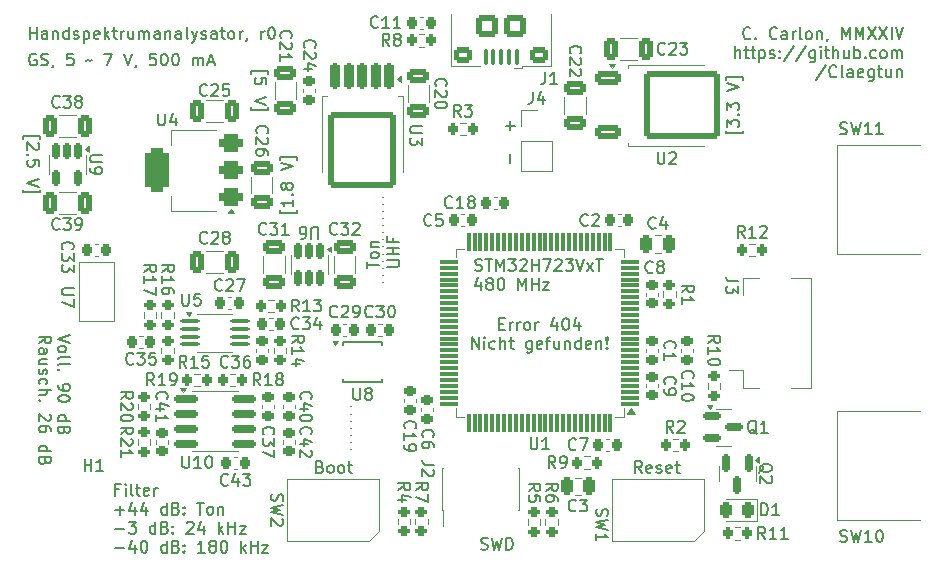
<source format=gto>
G04 #@! TF.GenerationSoftware,KiCad,Pcbnew,8.0.4*
G04 #@! TF.CreationDate,2024-09-21T08:46:09+10:00*
G04 #@! TF.ProjectId,hsa_r0,6873615f-7230-42e6-9b69-6361645f7063,rev?*
G04 #@! TF.SameCoordinates,Original*
G04 #@! TF.FileFunction,Legend,Top*
G04 #@! TF.FilePolarity,Positive*
%FSLAX46Y46*%
G04 Gerber Fmt 4.6, Leading zero omitted, Abs format (unit mm)*
G04 Created by KiCad (PCBNEW 8.0.4) date 2024-09-21 08:46:09*
%MOMM*%
%LPD*%
G01*
G04 APERTURE LIST*
G04 Aperture macros list*
%AMRoundRect*
0 Rectangle with rounded corners*
0 $1 Rounding radius*
0 $2 $3 $4 $5 $6 $7 $8 $9 X,Y pos of 4 corners*
0 Add a 4 corners polygon primitive as box body*
4,1,4,$2,$3,$4,$5,$6,$7,$8,$9,$2,$3,0*
0 Add four circle primitives for the rounded corners*
1,1,$1+$1,$2,$3*
1,1,$1+$1,$4,$5*
1,1,$1+$1,$6,$7*
1,1,$1+$1,$8,$9*
0 Add four rect primitives between the rounded corners*
20,1,$1+$1,$2,$3,$4,$5,0*
20,1,$1+$1,$4,$5,$6,$7,0*
20,1,$1+$1,$6,$7,$8,$9,0*
20,1,$1+$1,$8,$9,$2,$3,0*%
G04 Aperture macros list end*
%ADD10C,0.150000*%
%ADD11C,0.153000*%
%ADD12C,0.120000*%
%ADD13C,0.100000*%
%ADD14RoundRect,0.200000X-0.275000X0.200000X-0.275000X-0.200000X0.275000X-0.200000X0.275000X0.200000X0*%
%ADD15RoundRect,0.225000X-0.250000X0.225000X-0.250000X-0.225000X0.250000X-0.225000X0.250000X0.225000X0*%
%ADD16RoundRect,0.150000X-0.150000X0.512500X-0.150000X-0.512500X0.150000X-0.512500X0.150000X0.512500X0*%
%ADD17R,1.400000X0.300000*%
%ADD18RoundRect,0.200000X0.275000X-0.200000X0.275000X0.200000X-0.275000X0.200000X-0.275000X-0.200000X0*%
%ADD19RoundRect,0.225000X0.250000X-0.225000X0.250000X0.225000X-0.250000X0.225000X-0.250000X-0.225000X0*%
%ADD20RoundRect,0.100000X0.100000X0.575000X-0.100000X0.575000X-0.100000X-0.575000X0.100000X-0.575000X0*%
%ADD21O,0.900000X1.600000*%
%ADD22RoundRect,0.250000X0.550000X0.450000X-0.550000X0.450000X-0.550000X-0.450000X0.550000X-0.450000X0*%
%ADD23RoundRect,0.250000X0.700000X0.700000X-0.700000X0.700000X-0.700000X-0.700000X0.700000X-0.700000X0*%
%ADD24RoundRect,0.250000X0.325000X0.650000X-0.325000X0.650000X-0.325000X-0.650000X0.325000X-0.650000X0*%
%ADD25RoundRect,0.200000X0.200000X0.275000X-0.200000X0.275000X-0.200000X-0.275000X0.200000X-0.275000X0*%
%ADD26RoundRect,0.100000X-0.712500X-0.100000X0.712500X-0.100000X0.712500X0.100000X-0.712500X0.100000X0*%
%ADD27R,1.300000X0.300000*%
%ADD28R,2.200000X1.800000*%
%ADD29RoundRect,0.250000X0.650000X-0.325000X0.650000X0.325000X-0.650000X0.325000X-0.650000X-0.325000X0*%
%ADD30RoundRect,0.075000X0.725000X0.075000X-0.725000X0.075000X-0.725000X-0.075000X0.725000X-0.075000X0*%
%ADD31RoundRect,0.075000X0.075000X0.725000X-0.075000X0.725000X-0.075000X-0.725000X0.075000X-0.725000X0*%
%ADD32C,1.800000*%
%ADD33RoundRect,0.225000X0.225000X0.250000X-0.225000X0.250000X-0.225000X-0.250000X0.225000X-0.250000X0*%
%ADD34RoundRect,0.250000X-0.650000X0.325000X-0.650000X-0.325000X0.650000X-0.325000X0.650000X0.325000X0*%
%ADD35RoundRect,0.200000X-0.200000X-0.275000X0.200000X-0.275000X0.200000X0.275000X-0.200000X0.275000X0*%
%ADD36R,0.570000X2.000000*%
%ADD37C,2.000000*%
%ADD38RoundRect,0.250000X-0.850000X-0.350000X0.850000X-0.350000X0.850000X0.350000X-0.850000X0.350000X0*%
%ADD39RoundRect,0.249997X-2.950003X-2.650003X2.950003X-2.650003X2.950003X2.650003X-2.950003X2.650003X0*%
%ADD40RoundRect,0.150000X-0.150000X0.587500X-0.150000X-0.587500X0.150000X-0.587500X0.150000X0.587500X0*%
%ADD41RoundRect,0.225000X-0.225000X-0.250000X0.225000X-0.250000X0.225000X0.250000X-0.225000X0.250000X0*%
%ADD42R,1.550000X1.000000*%
%ADD43RoundRect,0.200000X-0.200000X0.900000X-0.200000X-0.900000X0.200000X-0.900000X0.200000X0.900000X0*%
%ADD44RoundRect,0.249997X-2.650003X2.950003X-2.650003X-2.950003X2.650003X-2.950003X2.650003X2.950003X0*%
%ADD45R,0.740000X2.400000*%
%ADD46RoundRect,0.150000X-0.825000X-0.150000X0.825000X-0.150000X0.825000X0.150000X-0.825000X0.150000X0*%
%ADD47RoundRect,0.250000X0.250000X0.475000X-0.250000X0.475000X-0.250000X-0.475000X0.250000X-0.475000X0*%
%ADD48R,1.700000X1.700000*%
%ADD49O,1.700000X1.700000*%
%ADD50C,3.600000*%
%ADD51C,5.700000*%
%ADD52RoundRect,0.243750X0.243750X0.456250X-0.243750X0.456250X-0.243750X-0.456250X0.243750X-0.456250X0*%
%ADD53RoundRect,0.150000X-0.587500X-0.150000X0.587500X-0.150000X0.587500X0.150000X-0.587500X0.150000X0*%
%ADD54RoundRect,0.375000X0.625000X0.375000X-0.625000X0.375000X-0.625000X-0.375000X0.625000X-0.375000X0*%
%ADD55RoundRect,0.500000X0.500000X1.400000X-0.500000X1.400000X-0.500000X-1.400000X0.500000X-1.400000X0*%
G04 APERTURE END LIST*
D10*
X161750000Y-58500000D02*
X161750000Y-58500000D01*
X161750000Y-59100000D02*
X161750000Y-59100000D01*
X161750000Y-59700000D02*
X161750000Y-59700000D01*
X161750000Y-60300000D02*
X161750000Y-60300000D01*
X161750000Y-60900000D02*
X161750000Y-60900000D01*
X161750000Y-61500000D02*
X161750000Y-61500000D01*
X161750000Y-62100000D02*
X161750000Y-62100000D01*
X161750000Y-62700000D02*
X161750000Y-62700000D01*
X161750000Y-63300000D02*
X161750000Y-63300000D01*
X161750000Y-63900000D02*
X161750000Y-63900000D01*
X161750000Y-64500000D02*
X161750000Y-64500000D01*
X161750000Y-65100000D02*
X161750000Y-65100000D01*
X161750000Y-65700000D02*
X161750000Y-65700000D01*
X159000000Y-76250000D02*
X159000000Y-76250000D01*
X159000000Y-76850000D02*
X159000000Y-76850000D01*
X159000000Y-77450000D02*
X159000000Y-77450000D01*
X159000000Y-78050000D02*
X159000000Y-78050000D01*
X159000000Y-78650000D02*
X159000000Y-78650000D01*
X159000000Y-79250000D02*
X159000000Y-79250000D01*
X159000000Y-79850000D02*
X159000000Y-79850000D01*
D11*
X154452996Y-59642857D02*
X154452996Y-59880952D01*
X154452996Y-59880952D02*
X153024424Y-59880952D01*
X153024424Y-59880952D02*
X153024424Y-59642857D01*
X154119663Y-58738095D02*
X154119663Y-59309523D01*
X154119663Y-59023809D02*
X153119663Y-59023809D01*
X153119663Y-59023809D02*
X153262520Y-59119047D01*
X153262520Y-59119047D02*
X153357758Y-59214285D01*
X153357758Y-59214285D02*
X153405377Y-59309523D01*
X154024424Y-58309523D02*
X154072044Y-58261904D01*
X154072044Y-58261904D02*
X154119663Y-58309523D01*
X154119663Y-58309523D02*
X154072044Y-58357142D01*
X154072044Y-58357142D02*
X154024424Y-58309523D01*
X154024424Y-58309523D02*
X154119663Y-58309523D01*
X153548234Y-57690476D02*
X153500615Y-57785714D01*
X153500615Y-57785714D02*
X153452996Y-57833333D01*
X153452996Y-57833333D02*
X153357758Y-57880952D01*
X153357758Y-57880952D02*
X153310139Y-57880952D01*
X153310139Y-57880952D02*
X153214901Y-57833333D01*
X153214901Y-57833333D02*
X153167282Y-57785714D01*
X153167282Y-57785714D02*
X153119663Y-57690476D01*
X153119663Y-57690476D02*
X153119663Y-57500000D01*
X153119663Y-57500000D02*
X153167282Y-57404762D01*
X153167282Y-57404762D02*
X153214901Y-57357143D01*
X153214901Y-57357143D02*
X153310139Y-57309524D01*
X153310139Y-57309524D02*
X153357758Y-57309524D01*
X153357758Y-57309524D02*
X153452996Y-57357143D01*
X153452996Y-57357143D02*
X153500615Y-57404762D01*
X153500615Y-57404762D02*
X153548234Y-57500000D01*
X153548234Y-57500000D02*
X153548234Y-57690476D01*
X153548234Y-57690476D02*
X153595853Y-57785714D01*
X153595853Y-57785714D02*
X153643472Y-57833333D01*
X153643472Y-57833333D02*
X153738710Y-57880952D01*
X153738710Y-57880952D02*
X153929186Y-57880952D01*
X153929186Y-57880952D02*
X154024424Y-57833333D01*
X154024424Y-57833333D02*
X154072044Y-57785714D01*
X154072044Y-57785714D02*
X154119663Y-57690476D01*
X154119663Y-57690476D02*
X154119663Y-57500000D01*
X154119663Y-57500000D02*
X154072044Y-57404762D01*
X154072044Y-57404762D02*
X154024424Y-57357143D01*
X154024424Y-57357143D02*
X153929186Y-57309524D01*
X153929186Y-57309524D02*
X153738710Y-57309524D01*
X153738710Y-57309524D02*
X153643472Y-57357143D01*
X153643472Y-57357143D02*
X153595853Y-57404762D01*
X153595853Y-57404762D02*
X153548234Y-57500000D01*
X153119663Y-56261904D02*
X154119663Y-55928571D01*
X154119663Y-55928571D02*
X153119663Y-55595238D01*
X154452996Y-55357142D02*
X154452996Y-55119047D01*
X154452996Y-55119047D02*
X153024424Y-55119047D01*
X153024424Y-55119047D02*
X153024424Y-55357142D01*
X172511289Y-52088752D02*
X172511289Y-52850657D01*
X172130336Y-52469704D02*
X172892241Y-52469704D01*
X172511289Y-54850657D02*
X172511289Y-55612562D01*
X131838752Y-45119663D02*
X131838752Y-44119663D01*
X131838752Y-44595853D02*
X132410180Y-44595853D01*
X132410180Y-45119663D02*
X132410180Y-44119663D01*
X133314942Y-45119663D02*
X133314942Y-44595853D01*
X133314942Y-44595853D02*
X133267323Y-44500615D01*
X133267323Y-44500615D02*
X133172085Y-44452996D01*
X133172085Y-44452996D02*
X132981609Y-44452996D01*
X132981609Y-44452996D02*
X132886371Y-44500615D01*
X133314942Y-45072044D02*
X133219704Y-45119663D01*
X133219704Y-45119663D02*
X132981609Y-45119663D01*
X132981609Y-45119663D02*
X132886371Y-45072044D01*
X132886371Y-45072044D02*
X132838752Y-44976805D01*
X132838752Y-44976805D02*
X132838752Y-44881567D01*
X132838752Y-44881567D02*
X132886371Y-44786329D01*
X132886371Y-44786329D02*
X132981609Y-44738710D01*
X132981609Y-44738710D02*
X133219704Y-44738710D01*
X133219704Y-44738710D02*
X133314942Y-44691091D01*
X133791133Y-44452996D02*
X133791133Y-45119663D01*
X133791133Y-44548234D02*
X133838752Y-44500615D01*
X133838752Y-44500615D02*
X133933990Y-44452996D01*
X133933990Y-44452996D02*
X134076847Y-44452996D01*
X134076847Y-44452996D02*
X134172085Y-44500615D01*
X134172085Y-44500615D02*
X134219704Y-44595853D01*
X134219704Y-44595853D02*
X134219704Y-45119663D01*
X135124466Y-45119663D02*
X135124466Y-44119663D01*
X135124466Y-45072044D02*
X135029228Y-45119663D01*
X135029228Y-45119663D02*
X134838752Y-45119663D01*
X134838752Y-45119663D02*
X134743514Y-45072044D01*
X134743514Y-45072044D02*
X134695895Y-45024424D01*
X134695895Y-45024424D02*
X134648276Y-44929186D01*
X134648276Y-44929186D02*
X134648276Y-44643472D01*
X134648276Y-44643472D02*
X134695895Y-44548234D01*
X134695895Y-44548234D02*
X134743514Y-44500615D01*
X134743514Y-44500615D02*
X134838752Y-44452996D01*
X134838752Y-44452996D02*
X135029228Y-44452996D01*
X135029228Y-44452996D02*
X135124466Y-44500615D01*
X135553038Y-45072044D02*
X135648276Y-45119663D01*
X135648276Y-45119663D02*
X135838752Y-45119663D01*
X135838752Y-45119663D02*
X135933990Y-45072044D01*
X135933990Y-45072044D02*
X135981609Y-44976805D01*
X135981609Y-44976805D02*
X135981609Y-44929186D01*
X135981609Y-44929186D02*
X135933990Y-44833948D01*
X135933990Y-44833948D02*
X135838752Y-44786329D01*
X135838752Y-44786329D02*
X135695895Y-44786329D01*
X135695895Y-44786329D02*
X135600657Y-44738710D01*
X135600657Y-44738710D02*
X135553038Y-44643472D01*
X135553038Y-44643472D02*
X135553038Y-44595853D01*
X135553038Y-44595853D02*
X135600657Y-44500615D01*
X135600657Y-44500615D02*
X135695895Y-44452996D01*
X135695895Y-44452996D02*
X135838752Y-44452996D01*
X135838752Y-44452996D02*
X135933990Y-44500615D01*
X136410181Y-44452996D02*
X136410181Y-45452996D01*
X136410181Y-44500615D02*
X136505419Y-44452996D01*
X136505419Y-44452996D02*
X136695895Y-44452996D01*
X136695895Y-44452996D02*
X136791133Y-44500615D01*
X136791133Y-44500615D02*
X136838752Y-44548234D01*
X136838752Y-44548234D02*
X136886371Y-44643472D01*
X136886371Y-44643472D02*
X136886371Y-44929186D01*
X136886371Y-44929186D02*
X136838752Y-45024424D01*
X136838752Y-45024424D02*
X136791133Y-45072044D01*
X136791133Y-45072044D02*
X136695895Y-45119663D01*
X136695895Y-45119663D02*
X136505419Y-45119663D01*
X136505419Y-45119663D02*
X136410181Y-45072044D01*
X137695895Y-45072044D02*
X137600657Y-45119663D01*
X137600657Y-45119663D02*
X137410181Y-45119663D01*
X137410181Y-45119663D02*
X137314943Y-45072044D01*
X137314943Y-45072044D02*
X137267324Y-44976805D01*
X137267324Y-44976805D02*
X137267324Y-44595853D01*
X137267324Y-44595853D02*
X137314943Y-44500615D01*
X137314943Y-44500615D02*
X137410181Y-44452996D01*
X137410181Y-44452996D02*
X137600657Y-44452996D01*
X137600657Y-44452996D02*
X137695895Y-44500615D01*
X137695895Y-44500615D02*
X137743514Y-44595853D01*
X137743514Y-44595853D02*
X137743514Y-44691091D01*
X137743514Y-44691091D02*
X137267324Y-44786329D01*
X138172086Y-45119663D02*
X138172086Y-44119663D01*
X138267324Y-44738710D02*
X138553038Y-45119663D01*
X138553038Y-44452996D02*
X138172086Y-44833948D01*
X138838753Y-44452996D02*
X139219705Y-44452996D01*
X138981610Y-44119663D02*
X138981610Y-44976805D01*
X138981610Y-44976805D02*
X139029229Y-45072044D01*
X139029229Y-45072044D02*
X139124467Y-45119663D01*
X139124467Y-45119663D02*
X139219705Y-45119663D01*
X139553039Y-45119663D02*
X139553039Y-44452996D01*
X139553039Y-44643472D02*
X139600658Y-44548234D01*
X139600658Y-44548234D02*
X139648277Y-44500615D01*
X139648277Y-44500615D02*
X139743515Y-44452996D01*
X139743515Y-44452996D02*
X139838753Y-44452996D01*
X140600658Y-44452996D02*
X140600658Y-45119663D01*
X140172087Y-44452996D02*
X140172087Y-44976805D01*
X140172087Y-44976805D02*
X140219706Y-45072044D01*
X140219706Y-45072044D02*
X140314944Y-45119663D01*
X140314944Y-45119663D02*
X140457801Y-45119663D01*
X140457801Y-45119663D02*
X140553039Y-45072044D01*
X140553039Y-45072044D02*
X140600658Y-45024424D01*
X141076849Y-45119663D02*
X141076849Y-44452996D01*
X141076849Y-44548234D02*
X141124468Y-44500615D01*
X141124468Y-44500615D02*
X141219706Y-44452996D01*
X141219706Y-44452996D02*
X141362563Y-44452996D01*
X141362563Y-44452996D02*
X141457801Y-44500615D01*
X141457801Y-44500615D02*
X141505420Y-44595853D01*
X141505420Y-44595853D02*
X141505420Y-45119663D01*
X141505420Y-44595853D02*
X141553039Y-44500615D01*
X141553039Y-44500615D02*
X141648277Y-44452996D01*
X141648277Y-44452996D02*
X141791134Y-44452996D01*
X141791134Y-44452996D02*
X141886373Y-44500615D01*
X141886373Y-44500615D02*
X141933992Y-44595853D01*
X141933992Y-44595853D02*
X141933992Y-45119663D01*
X142838753Y-45119663D02*
X142838753Y-44595853D01*
X142838753Y-44595853D02*
X142791134Y-44500615D01*
X142791134Y-44500615D02*
X142695896Y-44452996D01*
X142695896Y-44452996D02*
X142505420Y-44452996D01*
X142505420Y-44452996D02*
X142410182Y-44500615D01*
X142838753Y-45072044D02*
X142743515Y-45119663D01*
X142743515Y-45119663D02*
X142505420Y-45119663D01*
X142505420Y-45119663D02*
X142410182Y-45072044D01*
X142410182Y-45072044D02*
X142362563Y-44976805D01*
X142362563Y-44976805D02*
X142362563Y-44881567D01*
X142362563Y-44881567D02*
X142410182Y-44786329D01*
X142410182Y-44786329D02*
X142505420Y-44738710D01*
X142505420Y-44738710D02*
X142743515Y-44738710D01*
X142743515Y-44738710D02*
X142838753Y-44691091D01*
X143314944Y-44452996D02*
X143314944Y-45119663D01*
X143314944Y-44548234D02*
X143362563Y-44500615D01*
X143362563Y-44500615D02*
X143457801Y-44452996D01*
X143457801Y-44452996D02*
X143600658Y-44452996D01*
X143600658Y-44452996D02*
X143695896Y-44500615D01*
X143695896Y-44500615D02*
X143743515Y-44595853D01*
X143743515Y-44595853D02*
X143743515Y-45119663D01*
X144648277Y-45119663D02*
X144648277Y-44595853D01*
X144648277Y-44595853D02*
X144600658Y-44500615D01*
X144600658Y-44500615D02*
X144505420Y-44452996D01*
X144505420Y-44452996D02*
X144314944Y-44452996D01*
X144314944Y-44452996D02*
X144219706Y-44500615D01*
X144648277Y-45072044D02*
X144553039Y-45119663D01*
X144553039Y-45119663D02*
X144314944Y-45119663D01*
X144314944Y-45119663D02*
X144219706Y-45072044D01*
X144219706Y-45072044D02*
X144172087Y-44976805D01*
X144172087Y-44976805D02*
X144172087Y-44881567D01*
X144172087Y-44881567D02*
X144219706Y-44786329D01*
X144219706Y-44786329D02*
X144314944Y-44738710D01*
X144314944Y-44738710D02*
X144553039Y-44738710D01*
X144553039Y-44738710D02*
X144648277Y-44691091D01*
X145267325Y-45119663D02*
X145172087Y-45072044D01*
X145172087Y-45072044D02*
X145124468Y-44976805D01*
X145124468Y-44976805D02*
X145124468Y-44119663D01*
X145553040Y-44452996D02*
X145791135Y-45119663D01*
X146029230Y-44452996D02*
X145791135Y-45119663D01*
X145791135Y-45119663D02*
X145695897Y-45357758D01*
X145695897Y-45357758D02*
X145648278Y-45405377D01*
X145648278Y-45405377D02*
X145553040Y-45452996D01*
X146362564Y-45072044D02*
X146457802Y-45119663D01*
X146457802Y-45119663D02*
X146648278Y-45119663D01*
X146648278Y-45119663D02*
X146743516Y-45072044D01*
X146743516Y-45072044D02*
X146791135Y-44976805D01*
X146791135Y-44976805D02*
X146791135Y-44929186D01*
X146791135Y-44929186D02*
X146743516Y-44833948D01*
X146743516Y-44833948D02*
X146648278Y-44786329D01*
X146648278Y-44786329D02*
X146505421Y-44786329D01*
X146505421Y-44786329D02*
X146410183Y-44738710D01*
X146410183Y-44738710D02*
X146362564Y-44643472D01*
X146362564Y-44643472D02*
X146362564Y-44595853D01*
X146362564Y-44595853D02*
X146410183Y-44500615D01*
X146410183Y-44500615D02*
X146505421Y-44452996D01*
X146505421Y-44452996D02*
X146648278Y-44452996D01*
X146648278Y-44452996D02*
X146743516Y-44500615D01*
X147648278Y-45119663D02*
X147648278Y-44595853D01*
X147648278Y-44595853D02*
X147600659Y-44500615D01*
X147600659Y-44500615D02*
X147505421Y-44452996D01*
X147505421Y-44452996D02*
X147314945Y-44452996D01*
X147314945Y-44452996D02*
X147219707Y-44500615D01*
X147648278Y-45072044D02*
X147553040Y-45119663D01*
X147553040Y-45119663D02*
X147314945Y-45119663D01*
X147314945Y-45119663D02*
X147219707Y-45072044D01*
X147219707Y-45072044D02*
X147172088Y-44976805D01*
X147172088Y-44976805D02*
X147172088Y-44881567D01*
X147172088Y-44881567D02*
X147219707Y-44786329D01*
X147219707Y-44786329D02*
X147314945Y-44738710D01*
X147314945Y-44738710D02*
X147553040Y-44738710D01*
X147553040Y-44738710D02*
X147648278Y-44691091D01*
X147981612Y-44452996D02*
X148362564Y-44452996D01*
X148124469Y-44119663D02*
X148124469Y-44976805D01*
X148124469Y-44976805D02*
X148172088Y-45072044D01*
X148172088Y-45072044D02*
X148267326Y-45119663D01*
X148267326Y-45119663D02*
X148362564Y-45119663D01*
X148838755Y-45119663D02*
X148743517Y-45072044D01*
X148743517Y-45072044D02*
X148695898Y-45024424D01*
X148695898Y-45024424D02*
X148648279Y-44929186D01*
X148648279Y-44929186D02*
X148648279Y-44643472D01*
X148648279Y-44643472D02*
X148695898Y-44548234D01*
X148695898Y-44548234D02*
X148743517Y-44500615D01*
X148743517Y-44500615D02*
X148838755Y-44452996D01*
X148838755Y-44452996D02*
X148981612Y-44452996D01*
X148981612Y-44452996D02*
X149076850Y-44500615D01*
X149076850Y-44500615D02*
X149124469Y-44548234D01*
X149124469Y-44548234D02*
X149172088Y-44643472D01*
X149172088Y-44643472D02*
X149172088Y-44929186D01*
X149172088Y-44929186D02*
X149124469Y-45024424D01*
X149124469Y-45024424D02*
X149076850Y-45072044D01*
X149076850Y-45072044D02*
X148981612Y-45119663D01*
X148981612Y-45119663D02*
X148838755Y-45119663D01*
X149600660Y-45119663D02*
X149600660Y-44452996D01*
X149600660Y-44643472D02*
X149648279Y-44548234D01*
X149648279Y-44548234D02*
X149695898Y-44500615D01*
X149695898Y-44500615D02*
X149791136Y-44452996D01*
X149791136Y-44452996D02*
X149886374Y-44452996D01*
X150267327Y-45072044D02*
X150267327Y-45119663D01*
X150267327Y-45119663D02*
X150219708Y-45214901D01*
X150219708Y-45214901D02*
X150172089Y-45262520D01*
X151457803Y-45119663D02*
X151457803Y-44452996D01*
X151457803Y-44643472D02*
X151505422Y-44548234D01*
X151505422Y-44548234D02*
X151553041Y-44500615D01*
X151553041Y-44500615D02*
X151648279Y-44452996D01*
X151648279Y-44452996D02*
X151743517Y-44452996D01*
X152267327Y-44119663D02*
X152362565Y-44119663D01*
X152362565Y-44119663D02*
X152457803Y-44167282D01*
X152457803Y-44167282D02*
X152505422Y-44214901D01*
X152505422Y-44214901D02*
X152553041Y-44310139D01*
X152553041Y-44310139D02*
X152600660Y-44500615D01*
X152600660Y-44500615D02*
X152600660Y-44738710D01*
X152600660Y-44738710D02*
X152553041Y-44929186D01*
X152553041Y-44929186D02*
X152505422Y-45024424D01*
X152505422Y-45024424D02*
X152457803Y-45072044D01*
X152457803Y-45072044D02*
X152362565Y-45119663D01*
X152362565Y-45119663D02*
X152267327Y-45119663D01*
X152267327Y-45119663D02*
X152172089Y-45072044D01*
X152172089Y-45072044D02*
X152124470Y-45024424D01*
X152124470Y-45024424D02*
X152076851Y-44929186D01*
X152076851Y-44929186D02*
X152029232Y-44738710D01*
X152029232Y-44738710D02*
X152029232Y-44500615D01*
X152029232Y-44500615D02*
X152076851Y-44310139D01*
X152076851Y-44310139D02*
X152124470Y-44214901D01*
X152124470Y-44214901D02*
X152172089Y-44167282D01*
X152172089Y-44167282D02*
X152267327Y-44119663D01*
X150547003Y-48071428D02*
X150547003Y-47833333D01*
X150547003Y-47833333D02*
X151975575Y-47833333D01*
X151975575Y-47833333D02*
X151975575Y-48071428D01*
X151880336Y-48928571D02*
X151880336Y-48452381D01*
X151880336Y-48452381D02*
X151404146Y-48404762D01*
X151404146Y-48404762D02*
X151451765Y-48452381D01*
X151451765Y-48452381D02*
X151499384Y-48547619D01*
X151499384Y-48547619D02*
X151499384Y-48785714D01*
X151499384Y-48785714D02*
X151451765Y-48880952D01*
X151451765Y-48880952D02*
X151404146Y-48928571D01*
X151404146Y-48928571D02*
X151308908Y-48976190D01*
X151308908Y-48976190D02*
X151070813Y-48976190D01*
X151070813Y-48976190D02*
X150975575Y-48928571D01*
X150975575Y-48928571D02*
X150927956Y-48880952D01*
X150927956Y-48880952D02*
X150880336Y-48785714D01*
X150880336Y-48785714D02*
X150880336Y-48547619D01*
X150880336Y-48547619D02*
X150927956Y-48452381D01*
X150927956Y-48452381D02*
X150975575Y-48404762D01*
X151880336Y-50023810D02*
X150880336Y-50357143D01*
X150880336Y-50357143D02*
X151880336Y-50690476D01*
X150547003Y-50928572D02*
X150547003Y-51166667D01*
X150547003Y-51166667D02*
X151975575Y-51166667D01*
X151975575Y-51166667D02*
X151975575Y-50928572D01*
X183660180Y-81869663D02*
X183326847Y-81393472D01*
X183088752Y-81869663D02*
X183088752Y-80869663D01*
X183088752Y-80869663D02*
X183469704Y-80869663D01*
X183469704Y-80869663D02*
X183564942Y-80917282D01*
X183564942Y-80917282D02*
X183612561Y-80964901D01*
X183612561Y-80964901D02*
X183660180Y-81060139D01*
X183660180Y-81060139D02*
X183660180Y-81202996D01*
X183660180Y-81202996D02*
X183612561Y-81298234D01*
X183612561Y-81298234D02*
X183564942Y-81345853D01*
X183564942Y-81345853D02*
X183469704Y-81393472D01*
X183469704Y-81393472D02*
X183088752Y-81393472D01*
X184469704Y-81822044D02*
X184374466Y-81869663D01*
X184374466Y-81869663D02*
X184183990Y-81869663D01*
X184183990Y-81869663D02*
X184088752Y-81822044D01*
X184088752Y-81822044D02*
X184041133Y-81726805D01*
X184041133Y-81726805D02*
X184041133Y-81345853D01*
X184041133Y-81345853D02*
X184088752Y-81250615D01*
X184088752Y-81250615D02*
X184183990Y-81202996D01*
X184183990Y-81202996D02*
X184374466Y-81202996D01*
X184374466Y-81202996D02*
X184469704Y-81250615D01*
X184469704Y-81250615D02*
X184517323Y-81345853D01*
X184517323Y-81345853D02*
X184517323Y-81441091D01*
X184517323Y-81441091D02*
X184041133Y-81536329D01*
X184898276Y-81822044D02*
X184993514Y-81869663D01*
X184993514Y-81869663D02*
X185183990Y-81869663D01*
X185183990Y-81869663D02*
X185279228Y-81822044D01*
X185279228Y-81822044D02*
X185326847Y-81726805D01*
X185326847Y-81726805D02*
X185326847Y-81679186D01*
X185326847Y-81679186D02*
X185279228Y-81583948D01*
X185279228Y-81583948D02*
X185183990Y-81536329D01*
X185183990Y-81536329D02*
X185041133Y-81536329D01*
X185041133Y-81536329D02*
X184945895Y-81488710D01*
X184945895Y-81488710D02*
X184898276Y-81393472D01*
X184898276Y-81393472D02*
X184898276Y-81345853D01*
X184898276Y-81345853D02*
X184945895Y-81250615D01*
X184945895Y-81250615D02*
X185041133Y-81202996D01*
X185041133Y-81202996D02*
X185183990Y-81202996D01*
X185183990Y-81202996D02*
X185279228Y-81250615D01*
X186136371Y-81822044D02*
X186041133Y-81869663D01*
X186041133Y-81869663D02*
X185850657Y-81869663D01*
X185850657Y-81869663D02*
X185755419Y-81822044D01*
X185755419Y-81822044D02*
X185707800Y-81726805D01*
X185707800Y-81726805D02*
X185707800Y-81345853D01*
X185707800Y-81345853D02*
X185755419Y-81250615D01*
X185755419Y-81250615D02*
X185850657Y-81202996D01*
X185850657Y-81202996D02*
X186041133Y-81202996D01*
X186041133Y-81202996D02*
X186136371Y-81250615D01*
X186136371Y-81250615D02*
X186183990Y-81345853D01*
X186183990Y-81345853D02*
X186183990Y-81441091D01*
X186183990Y-81441091D02*
X185707800Y-81536329D01*
X186469705Y-81202996D02*
X186850657Y-81202996D01*
X186612562Y-80869663D02*
X186612562Y-81726805D01*
X186612562Y-81726805D02*
X186660181Y-81822044D01*
X186660181Y-81822044D02*
X186755419Y-81869663D01*
X186755419Y-81869663D02*
X186850657Y-81869663D01*
X192202996Y-52892857D02*
X192202996Y-53130952D01*
X192202996Y-53130952D02*
X190774424Y-53130952D01*
X190774424Y-53130952D02*
X190774424Y-52892857D01*
X190869663Y-52607142D02*
X190869663Y-51988095D01*
X190869663Y-51988095D02*
X191250615Y-52321428D01*
X191250615Y-52321428D02*
X191250615Y-52178571D01*
X191250615Y-52178571D02*
X191298234Y-52083333D01*
X191298234Y-52083333D02*
X191345853Y-52035714D01*
X191345853Y-52035714D02*
X191441091Y-51988095D01*
X191441091Y-51988095D02*
X191679186Y-51988095D01*
X191679186Y-51988095D02*
X191774424Y-52035714D01*
X191774424Y-52035714D02*
X191822044Y-52083333D01*
X191822044Y-52083333D02*
X191869663Y-52178571D01*
X191869663Y-52178571D02*
X191869663Y-52464285D01*
X191869663Y-52464285D02*
X191822044Y-52559523D01*
X191822044Y-52559523D02*
X191774424Y-52607142D01*
X191774424Y-51559523D02*
X191822044Y-51511904D01*
X191822044Y-51511904D02*
X191869663Y-51559523D01*
X191869663Y-51559523D02*
X191822044Y-51607142D01*
X191822044Y-51607142D02*
X191774424Y-51559523D01*
X191774424Y-51559523D02*
X191869663Y-51559523D01*
X190869663Y-51178571D02*
X190869663Y-50559524D01*
X190869663Y-50559524D02*
X191250615Y-50892857D01*
X191250615Y-50892857D02*
X191250615Y-50750000D01*
X191250615Y-50750000D02*
X191298234Y-50654762D01*
X191298234Y-50654762D02*
X191345853Y-50607143D01*
X191345853Y-50607143D02*
X191441091Y-50559524D01*
X191441091Y-50559524D02*
X191679186Y-50559524D01*
X191679186Y-50559524D02*
X191774424Y-50607143D01*
X191774424Y-50607143D02*
X191822044Y-50654762D01*
X191822044Y-50654762D02*
X191869663Y-50750000D01*
X191869663Y-50750000D02*
X191869663Y-51035714D01*
X191869663Y-51035714D02*
X191822044Y-51130952D01*
X191822044Y-51130952D02*
X191774424Y-51178571D01*
X190869663Y-49511904D02*
X191869663Y-49178571D01*
X191869663Y-49178571D02*
X190869663Y-48845238D01*
X192202996Y-48607142D02*
X192202996Y-48369047D01*
X192202996Y-48369047D02*
X190774424Y-48369047D01*
X190774424Y-48369047D02*
X190774424Y-48607142D01*
X160369663Y-64554104D02*
X160369663Y-63982676D01*
X161369663Y-64268390D02*
X160369663Y-64268390D01*
X161369663Y-63506485D02*
X161322044Y-63601723D01*
X161322044Y-63601723D02*
X161274424Y-63649342D01*
X161274424Y-63649342D02*
X161179186Y-63696961D01*
X161179186Y-63696961D02*
X160893472Y-63696961D01*
X160893472Y-63696961D02*
X160798234Y-63649342D01*
X160798234Y-63649342D02*
X160750615Y-63601723D01*
X160750615Y-63601723D02*
X160702996Y-63506485D01*
X160702996Y-63506485D02*
X160702996Y-63363628D01*
X160702996Y-63363628D02*
X160750615Y-63268390D01*
X160750615Y-63268390D02*
X160798234Y-63220771D01*
X160798234Y-63220771D02*
X160893472Y-63173152D01*
X160893472Y-63173152D02*
X161179186Y-63173152D01*
X161179186Y-63173152D02*
X161274424Y-63220771D01*
X161274424Y-63220771D02*
X161322044Y-63268390D01*
X161322044Y-63268390D02*
X161369663Y-63363628D01*
X161369663Y-63363628D02*
X161369663Y-63506485D01*
X160702996Y-62744580D02*
X161369663Y-62744580D01*
X160798234Y-62744580D02*
X160750615Y-62696961D01*
X160750615Y-62696961D02*
X160702996Y-62601723D01*
X160702996Y-62601723D02*
X160702996Y-62458866D01*
X160702996Y-62458866D02*
X160750615Y-62363628D01*
X160750615Y-62363628D02*
X160845853Y-62316009D01*
X160845853Y-62316009D02*
X161369663Y-62316009D01*
X169541133Y-64712100D02*
X169683990Y-64759719D01*
X169683990Y-64759719D02*
X169922085Y-64759719D01*
X169922085Y-64759719D02*
X170017323Y-64712100D01*
X170017323Y-64712100D02*
X170064942Y-64664480D01*
X170064942Y-64664480D02*
X170112561Y-64569242D01*
X170112561Y-64569242D02*
X170112561Y-64474004D01*
X170112561Y-64474004D02*
X170064942Y-64378766D01*
X170064942Y-64378766D02*
X170017323Y-64331147D01*
X170017323Y-64331147D02*
X169922085Y-64283528D01*
X169922085Y-64283528D02*
X169731609Y-64235909D01*
X169731609Y-64235909D02*
X169636371Y-64188290D01*
X169636371Y-64188290D02*
X169588752Y-64140671D01*
X169588752Y-64140671D02*
X169541133Y-64045433D01*
X169541133Y-64045433D02*
X169541133Y-63950195D01*
X169541133Y-63950195D02*
X169588752Y-63854957D01*
X169588752Y-63854957D02*
X169636371Y-63807338D01*
X169636371Y-63807338D02*
X169731609Y-63759719D01*
X169731609Y-63759719D02*
X169969704Y-63759719D01*
X169969704Y-63759719D02*
X170112561Y-63807338D01*
X170398276Y-63759719D02*
X170969704Y-63759719D01*
X170683990Y-64759719D02*
X170683990Y-63759719D01*
X171303038Y-64759719D02*
X171303038Y-63759719D01*
X171303038Y-63759719D02*
X171636371Y-64474004D01*
X171636371Y-64474004D02*
X171969704Y-63759719D01*
X171969704Y-63759719D02*
X171969704Y-64759719D01*
X172350657Y-63759719D02*
X172969704Y-63759719D01*
X172969704Y-63759719D02*
X172636371Y-64140671D01*
X172636371Y-64140671D02*
X172779228Y-64140671D01*
X172779228Y-64140671D02*
X172874466Y-64188290D01*
X172874466Y-64188290D02*
X172922085Y-64235909D01*
X172922085Y-64235909D02*
X172969704Y-64331147D01*
X172969704Y-64331147D02*
X172969704Y-64569242D01*
X172969704Y-64569242D02*
X172922085Y-64664480D01*
X172922085Y-64664480D02*
X172874466Y-64712100D01*
X172874466Y-64712100D02*
X172779228Y-64759719D01*
X172779228Y-64759719D02*
X172493514Y-64759719D01*
X172493514Y-64759719D02*
X172398276Y-64712100D01*
X172398276Y-64712100D02*
X172350657Y-64664480D01*
X173350657Y-63854957D02*
X173398276Y-63807338D01*
X173398276Y-63807338D02*
X173493514Y-63759719D01*
X173493514Y-63759719D02*
X173731609Y-63759719D01*
X173731609Y-63759719D02*
X173826847Y-63807338D01*
X173826847Y-63807338D02*
X173874466Y-63854957D01*
X173874466Y-63854957D02*
X173922085Y-63950195D01*
X173922085Y-63950195D02*
X173922085Y-64045433D01*
X173922085Y-64045433D02*
X173874466Y-64188290D01*
X173874466Y-64188290D02*
X173303038Y-64759719D01*
X173303038Y-64759719D02*
X173922085Y-64759719D01*
X174350657Y-64759719D02*
X174350657Y-63759719D01*
X174350657Y-64235909D02*
X174922085Y-64235909D01*
X174922085Y-64759719D02*
X174922085Y-63759719D01*
X175303038Y-63759719D02*
X175969704Y-63759719D01*
X175969704Y-63759719D02*
X175541133Y-64759719D01*
X176303038Y-63854957D02*
X176350657Y-63807338D01*
X176350657Y-63807338D02*
X176445895Y-63759719D01*
X176445895Y-63759719D02*
X176683990Y-63759719D01*
X176683990Y-63759719D02*
X176779228Y-63807338D01*
X176779228Y-63807338D02*
X176826847Y-63854957D01*
X176826847Y-63854957D02*
X176874466Y-63950195D01*
X176874466Y-63950195D02*
X176874466Y-64045433D01*
X176874466Y-64045433D02*
X176826847Y-64188290D01*
X176826847Y-64188290D02*
X176255419Y-64759719D01*
X176255419Y-64759719D02*
X176874466Y-64759719D01*
X177207800Y-63759719D02*
X177826847Y-63759719D01*
X177826847Y-63759719D02*
X177493514Y-64140671D01*
X177493514Y-64140671D02*
X177636371Y-64140671D01*
X177636371Y-64140671D02*
X177731609Y-64188290D01*
X177731609Y-64188290D02*
X177779228Y-64235909D01*
X177779228Y-64235909D02*
X177826847Y-64331147D01*
X177826847Y-64331147D02*
X177826847Y-64569242D01*
X177826847Y-64569242D02*
X177779228Y-64664480D01*
X177779228Y-64664480D02*
X177731609Y-64712100D01*
X177731609Y-64712100D02*
X177636371Y-64759719D01*
X177636371Y-64759719D02*
X177350657Y-64759719D01*
X177350657Y-64759719D02*
X177255419Y-64712100D01*
X177255419Y-64712100D02*
X177207800Y-64664480D01*
X178112562Y-63759719D02*
X178445895Y-64759719D01*
X178445895Y-64759719D02*
X178779228Y-63759719D01*
X179017324Y-64759719D02*
X179541133Y-64093052D01*
X179017324Y-64093052D02*
X179541133Y-64759719D01*
X179779229Y-63759719D02*
X180350657Y-63759719D01*
X180064943Y-64759719D02*
X180064943Y-63759719D01*
X170017323Y-65702996D02*
X170017323Y-66369663D01*
X169779228Y-65322044D02*
X169541133Y-66036329D01*
X169541133Y-66036329D02*
X170160180Y-66036329D01*
X170683990Y-65798234D02*
X170588752Y-65750615D01*
X170588752Y-65750615D02*
X170541133Y-65702996D01*
X170541133Y-65702996D02*
X170493514Y-65607758D01*
X170493514Y-65607758D02*
X170493514Y-65560139D01*
X170493514Y-65560139D02*
X170541133Y-65464901D01*
X170541133Y-65464901D02*
X170588752Y-65417282D01*
X170588752Y-65417282D02*
X170683990Y-65369663D01*
X170683990Y-65369663D02*
X170874466Y-65369663D01*
X170874466Y-65369663D02*
X170969704Y-65417282D01*
X170969704Y-65417282D02*
X171017323Y-65464901D01*
X171017323Y-65464901D02*
X171064942Y-65560139D01*
X171064942Y-65560139D02*
X171064942Y-65607758D01*
X171064942Y-65607758D02*
X171017323Y-65702996D01*
X171017323Y-65702996D02*
X170969704Y-65750615D01*
X170969704Y-65750615D02*
X170874466Y-65798234D01*
X170874466Y-65798234D02*
X170683990Y-65798234D01*
X170683990Y-65798234D02*
X170588752Y-65845853D01*
X170588752Y-65845853D02*
X170541133Y-65893472D01*
X170541133Y-65893472D02*
X170493514Y-65988710D01*
X170493514Y-65988710D02*
X170493514Y-66179186D01*
X170493514Y-66179186D02*
X170541133Y-66274424D01*
X170541133Y-66274424D02*
X170588752Y-66322044D01*
X170588752Y-66322044D02*
X170683990Y-66369663D01*
X170683990Y-66369663D02*
X170874466Y-66369663D01*
X170874466Y-66369663D02*
X170969704Y-66322044D01*
X170969704Y-66322044D02*
X171017323Y-66274424D01*
X171017323Y-66274424D02*
X171064942Y-66179186D01*
X171064942Y-66179186D02*
X171064942Y-65988710D01*
X171064942Y-65988710D02*
X171017323Y-65893472D01*
X171017323Y-65893472D02*
X170969704Y-65845853D01*
X170969704Y-65845853D02*
X170874466Y-65798234D01*
X171683990Y-65369663D02*
X171779228Y-65369663D01*
X171779228Y-65369663D02*
X171874466Y-65417282D01*
X171874466Y-65417282D02*
X171922085Y-65464901D01*
X171922085Y-65464901D02*
X171969704Y-65560139D01*
X171969704Y-65560139D02*
X172017323Y-65750615D01*
X172017323Y-65750615D02*
X172017323Y-65988710D01*
X172017323Y-65988710D02*
X171969704Y-66179186D01*
X171969704Y-66179186D02*
X171922085Y-66274424D01*
X171922085Y-66274424D02*
X171874466Y-66322044D01*
X171874466Y-66322044D02*
X171779228Y-66369663D01*
X171779228Y-66369663D02*
X171683990Y-66369663D01*
X171683990Y-66369663D02*
X171588752Y-66322044D01*
X171588752Y-66322044D02*
X171541133Y-66274424D01*
X171541133Y-66274424D02*
X171493514Y-66179186D01*
X171493514Y-66179186D02*
X171445895Y-65988710D01*
X171445895Y-65988710D02*
X171445895Y-65750615D01*
X171445895Y-65750615D02*
X171493514Y-65560139D01*
X171493514Y-65560139D02*
X171541133Y-65464901D01*
X171541133Y-65464901D02*
X171588752Y-65417282D01*
X171588752Y-65417282D02*
X171683990Y-65369663D01*
X173207800Y-66369663D02*
X173207800Y-65369663D01*
X173207800Y-65369663D02*
X173541133Y-66083948D01*
X173541133Y-66083948D02*
X173874466Y-65369663D01*
X173874466Y-65369663D02*
X173874466Y-66369663D01*
X174350657Y-66369663D02*
X174350657Y-65369663D01*
X174350657Y-65845853D02*
X174922085Y-65845853D01*
X174922085Y-66369663D02*
X174922085Y-65369663D01*
X175303038Y-65702996D02*
X175826847Y-65702996D01*
X175826847Y-65702996D02*
X175303038Y-66369663D01*
X175303038Y-66369663D02*
X175826847Y-66369663D01*
X156422085Y-81345853D02*
X156564942Y-81393472D01*
X156564942Y-81393472D02*
X156612561Y-81441091D01*
X156612561Y-81441091D02*
X156660180Y-81536329D01*
X156660180Y-81536329D02*
X156660180Y-81679186D01*
X156660180Y-81679186D02*
X156612561Y-81774424D01*
X156612561Y-81774424D02*
X156564942Y-81822044D01*
X156564942Y-81822044D02*
X156469704Y-81869663D01*
X156469704Y-81869663D02*
X156088752Y-81869663D01*
X156088752Y-81869663D02*
X156088752Y-80869663D01*
X156088752Y-80869663D02*
X156422085Y-80869663D01*
X156422085Y-80869663D02*
X156517323Y-80917282D01*
X156517323Y-80917282D02*
X156564942Y-80964901D01*
X156564942Y-80964901D02*
X156612561Y-81060139D01*
X156612561Y-81060139D02*
X156612561Y-81155377D01*
X156612561Y-81155377D02*
X156564942Y-81250615D01*
X156564942Y-81250615D02*
X156517323Y-81298234D01*
X156517323Y-81298234D02*
X156422085Y-81345853D01*
X156422085Y-81345853D02*
X156088752Y-81345853D01*
X157231609Y-81869663D02*
X157136371Y-81822044D01*
X157136371Y-81822044D02*
X157088752Y-81774424D01*
X157088752Y-81774424D02*
X157041133Y-81679186D01*
X157041133Y-81679186D02*
X157041133Y-81393472D01*
X157041133Y-81393472D02*
X157088752Y-81298234D01*
X157088752Y-81298234D02*
X157136371Y-81250615D01*
X157136371Y-81250615D02*
X157231609Y-81202996D01*
X157231609Y-81202996D02*
X157374466Y-81202996D01*
X157374466Y-81202996D02*
X157469704Y-81250615D01*
X157469704Y-81250615D02*
X157517323Y-81298234D01*
X157517323Y-81298234D02*
X157564942Y-81393472D01*
X157564942Y-81393472D02*
X157564942Y-81679186D01*
X157564942Y-81679186D02*
X157517323Y-81774424D01*
X157517323Y-81774424D02*
X157469704Y-81822044D01*
X157469704Y-81822044D02*
X157374466Y-81869663D01*
X157374466Y-81869663D02*
X157231609Y-81869663D01*
X158136371Y-81869663D02*
X158041133Y-81822044D01*
X158041133Y-81822044D02*
X157993514Y-81774424D01*
X157993514Y-81774424D02*
X157945895Y-81679186D01*
X157945895Y-81679186D02*
X157945895Y-81393472D01*
X157945895Y-81393472D02*
X157993514Y-81298234D01*
X157993514Y-81298234D02*
X158041133Y-81250615D01*
X158041133Y-81250615D02*
X158136371Y-81202996D01*
X158136371Y-81202996D02*
X158279228Y-81202996D01*
X158279228Y-81202996D02*
X158374466Y-81250615D01*
X158374466Y-81250615D02*
X158422085Y-81298234D01*
X158422085Y-81298234D02*
X158469704Y-81393472D01*
X158469704Y-81393472D02*
X158469704Y-81679186D01*
X158469704Y-81679186D02*
X158422085Y-81774424D01*
X158422085Y-81774424D02*
X158374466Y-81822044D01*
X158374466Y-81822044D02*
X158279228Y-81869663D01*
X158279228Y-81869663D02*
X158136371Y-81869663D01*
X158755419Y-81202996D02*
X159136371Y-81202996D01*
X158898276Y-80869663D02*
X158898276Y-81726805D01*
X158898276Y-81726805D02*
X158945895Y-81822044D01*
X158945895Y-81822044D02*
X159041133Y-81869663D01*
X159041133Y-81869663D02*
X159136371Y-81869663D01*
X132362561Y-46417282D02*
X132267323Y-46369663D01*
X132267323Y-46369663D02*
X132124466Y-46369663D01*
X132124466Y-46369663D02*
X131981609Y-46417282D01*
X131981609Y-46417282D02*
X131886371Y-46512520D01*
X131886371Y-46512520D02*
X131838752Y-46607758D01*
X131838752Y-46607758D02*
X131791133Y-46798234D01*
X131791133Y-46798234D02*
X131791133Y-46941091D01*
X131791133Y-46941091D02*
X131838752Y-47131567D01*
X131838752Y-47131567D02*
X131886371Y-47226805D01*
X131886371Y-47226805D02*
X131981609Y-47322044D01*
X131981609Y-47322044D02*
X132124466Y-47369663D01*
X132124466Y-47369663D02*
X132219704Y-47369663D01*
X132219704Y-47369663D02*
X132362561Y-47322044D01*
X132362561Y-47322044D02*
X132410180Y-47274424D01*
X132410180Y-47274424D02*
X132410180Y-46941091D01*
X132410180Y-46941091D02*
X132219704Y-46941091D01*
X132791133Y-47322044D02*
X132933990Y-47369663D01*
X132933990Y-47369663D02*
X133172085Y-47369663D01*
X133172085Y-47369663D02*
X133267323Y-47322044D01*
X133267323Y-47322044D02*
X133314942Y-47274424D01*
X133314942Y-47274424D02*
X133362561Y-47179186D01*
X133362561Y-47179186D02*
X133362561Y-47083948D01*
X133362561Y-47083948D02*
X133314942Y-46988710D01*
X133314942Y-46988710D02*
X133267323Y-46941091D01*
X133267323Y-46941091D02*
X133172085Y-46893472D01*
X133172085Y-46893472D02*
X132981609Y-46845853D01*
X132981609Y-46845853D02*
X132886371Y-46798234D01*
X132886371Y-46798234D02*
X132838752Y-46750615D01*
X132838752Y-46750615D02*
X132791133Y-46655377D01*
X132791133Y-46655377D02*
X132791133Y-46560139D01*
X132791133Y-46560139D02*
X132838752Y-46464901D01*
X132838752Y-46464901D02*
X132886371Y-46417282D01*
X132886371Y-46417282D02*
X132981609Y-46369663D01*
X132981609Y-46369663D02*
X133219704Y-46369663D01*
X133219704Y-46369663D02*
X133362561Y-46417282D01*
X133838752Y-47322044D02*
X133838752Y-47369663D01*
X133838752Y-47369663D02*
X133791133Y-47464901D01*
X133791133Y-47464901D02*
X133743514Y-47512520D01*
X135505418Y-46369663D02*
X135029228Y-46369663D01*
X135029228Y-46369663D02*
X134981609Y-46845853D01*
X134981609Y-46845853D02*
X135029228Y-46798234D01*
X135029228Y-46798234D02*
X135124466Y-46750615D01*
X135124466Y-46750615D02*
X135362561Y-46750615D01*
X135362561Y-46750615D02*
X135457799Y-46798234D01*
X135457799Y-46798234D02*
X135505418Y-46845853D01*
X135505418Y-46845853D02*
X135553037Y-46941091D01*
X135553037Y-46941091D02*
X135553037Y-47179186D01*
X135553037Y-47179186D02*
X135505418Y-47274424D01*
X135505418Y-47274424D02*
X135457799Y-47322044D01*
X135457799Y-47322044D02*
X135362561Y-47369663D01*
X135362561Y-47369663D02*
X135124466Y-47369663D01*
X135124466Y-47369663D02*
X135029228Y-47322044D01*
X135029228Y-47322044D02*
X134981609Y-47274424D01*
X136600657Y-46988710D02*
X136648276Y-46941091D01*
X136648276Y-46941091D02*
X136743514Y-46893472D01*
X136743514Y-46893472D02*
X136933990Y-46988710D01*
X136933990Y-46988710D02*
X137029228Y-46941091D01*
X137029228Y-46941091D02*
X137076847Y-46893472D01*
X138124467Y-46369663D02*
X138791133Y-46369663D01*
X138791133Y-46369663D02*
X138362562Y-47369663D01*
X139791134Y-46369663D02*
X140124467Y-47369663D01*
X140124467Y-47369663D02*
X140457800Y-46369663D01*
X140838753Y-47322044D02*
X140838753Y-47369663D01*
X140838753Y-47369663D02*
X140791134Y-47464901D01*
X140791134Y-47464901D02*
X140743515Y-47512520D01*
X142505419Y-46369663D02*
X142029229Y-46369663D01*
X142029229Y-46369663D02*
X141981610Y-46845853D01*
X141981610Y-46845853D02*
X142029229Y-46798234D01*
X142029229Y-46798234D02*
X142124467Y-46750615D01*
X142124467Y-46750615D02*
X142362562Y-46750615D01*
X142362562Y-46750615D02*
X142457800Y-46798234D01*
X142457800Y-46798234D02*
X142505419Y-46845853D01*
X142505419Y-46845853D02*
X142553038Y-46941091D01*
X142553038Y-46941091D02*
X142553038Y-47179186D01*
X142553038Y-47179186D02*
X142505419Y-47274424D01*
X142505419Y-47274424D02*
X142457800Y-47322044D01*
X142457800Y-47322044D02*
X142362562Y-47369663D01*
X142362562Y-47369663D02*
X142124467Y-47369663D01*
X142124467Y-47369663D02*
X142029229Y-47322044D01*
X142029229Y-47322044D02*
X141981610Y-47274424D01*
X143172086Y-46369663D02*
X143267324Y-46369663D01*
X143267324Y-46369663D02*
X143362562Y-46417282D01*
X143362562Y-46417282D02*
X143410181Y-46464901D01*
X143410181Y-46464901D02*
X143457800Y-46560139D01*
X143457800Y-46560139D02*
X143505419Y-46750615D01*
X143505419Y-46750615D02*
X143505419Y-46988710D01*
X143505419Y-46988710D02*
X143457800Y-47179186D01*
X143457800Y-47179186D02*
X143410181Y-47274424D01*
X143410181Y-47274424D02*
X143362562Y-47322044D01*
X143362562Y-47322044D02*
X143267324Y-47369663D01*
X143267324Y-47369663D02*
X143172086Y-47369663D01*
X143172086Y-47369663D02*
X143076848Y-47322044D01*
X143076848Y-47322044D02*
X143029229Y-47274424D01*
X143029229Y-47274424D02*
X142981610Y-47179186D01*
X142981610Y-47179186D02*
X142933991Y-46988710D01*
X142933991Y-46988710D02*
X142933991Y-46750615D01*
X142933991Y-46750615D02*
X142981610Y-46560139D01*
X142981610Y-46560139D02*
X143029229Y-46464901D01*
X143029229Y-46464901D02*
X143076848Y-46417282D01*
X143076848Y-46417282D02*
X143172086Y-46369663D01*
X144124467Y-46369663D02*
X144219705Y-46369663D01*
X144219705Y-46369663D02*
X144314943Y-46417282D01*
X144314943Y-46417282D02*
X144362562Y-46464901D01*
X144362562Y-46464901D02*
X144410181Y-46560139D01*
X144410181Y-46560139D02*
X144457800Y-46750615D01*
X144457800Y-46750615D02*
X144457800Y-46988710D01*
X144457800Y-46988710D02*
X144410181Y-47179186D01*
X144410181Y-47179186D02*
X144362562Y-47274424D01*
X144362562Y-47274424D02*
X144314943Y-47322044D01*
X144314943Y-47322044D02*
X144219705Y-47369663D01*
X144219705Y-47369663D02*
X144124467Y-47369663D01*
X144124467Y-47369663D02*
X144029229Y-47322044D01*
X144029229Y-47322044D02*
X143981610Y-47274424D01*
X143981610Y-47274424D02*
X143933991Y-47179186D01*
X143933991Y-47179186D02*
X143886372Y-46988710D01*
X143886372Y-46988710D02*
X143886372Y-46750615D01*
X143886372Y-46750615D02*
X143933991Y-46560139D01*
X143933991Y-46560139D02*
X143981610Y-46464901D01*
X143981610Y-46464901D02*
X144029229Y-46417282D01*
X144029229Y-46417282D02*
X144124467Y-46369663D01*
X145648277Y-47369663D02*
X145648277Y-46702996D01*
X145648277Y-46798234D02*
X145695896Y-46750615D01*
X145695896Y-46750615D02*
X145791134Y-46702996D01*
X145791134Y-46702996D02*
X145933991Y-46702996D01*
X145933991Y-46702996D02*
X146029229Y-46750615D01*
X146029229Y-46750615D02*
X146076848Y-46845853D01*
X146076848Y-46845853D02*
X146076848Y-47369663D01*
X146076848Y-46845853D02*
X146124467Y-46750615D01*
X146124467Y-46750615D02*
X146219705Y-46702996D01*
X146219705Y-46702996D02*
X146362562Y-46702996D01*
X146362562Y-46702996D02*
X146457801Y-46750615D01*
X146457801Y-46750615D02*
X146505420Y-46845853D01*
X146505420Y-46845853D02*
X146505420Y-47369663D01*
X146933991Y-47083948D02*
X147410181Y-47083948D01*
X146838753Y-47369663D02*
X147172086Y-46369663D01*
X147172086Y-46369663D02*
X147505419Y-47369663D01*
X170041133Y-88322044D02*
X170183990Y-88369663D01*
X170183990Y-88369663D02*
X170422085Y-88369663D01*
X170422085Y-88369663D02*
X170517323Y-88322044D01*
X170517323Y-88322044D02*
X170564942Y-88274424D01*
X170564942Y-88274424D02*
X170612561Y-88179186D01*
X170612561Y-88179186D02*
X170612561Y-88083948D01*
X170612561Y-88083948D02*
X170564942Y-87988710D01*
X170564942Y-87988710D02*
X170517323Y-87941091D01*
X170517323Y-87941091D02*
X170422085Y-87893472D01*
X170422085Y-87893472D02*
X170231609Y-87845853D01*
X170231609Y-87845853D02*
X170136371Y-87798234D01*
X170136371Y-87798234D02*
X170088752Y-87750615D01*
X170088752Y-87750615D02*
X170041133Y-87655377D01*
X170041133Y-87655377D02*
X170041133Y-87560139D01*
X170041133Y-87560139D02*
X170088752Y-87464901D01*
X170088752Y-87464901D02*
X170136371Y-87417282D01*
X170136371Y-87417282D02*
X170231609Y-87369663D01*
X170231609Y-87369663D02*
X170469704Y-87369663D01*
X170469704Y-87369663D02*
X170612561Y-87417282D01*
X170945895Y-87369663D02*
X171183990Y-88369663D01*
X171183990Y-88369663D02*
X171374466Y-87655377D01*
X171374466Y-87655377D02*
X171564942Y-88369663D01*
X171564942Y-88369663D02*
X171803038Y-87369663D01*
X172183990Y-88369663D02*
X172183990Y-87369663D01*
X172183990Y-87369663D02*
X172422085Y-87369663D01*
X172422085Y-87369663D02*
X172564942Y-87417282D01*
X172564942Y-87417282D02*
X172660180Y-87512520D01*
X172660180Y-87512520D02*
X172707799Y-87607758D01*
X172707799Y-87607758D02*
X172755418Y-87798234D01*
X172755418Y-87798234D02*
X172755418Y-87941091D01*
X172755418Y-87941091D02*
X172707799Y-88131567D01*
X172707799Y-88131567D02*
X172660180Y-88226805D01*
X172660180Y-88226805D02*
X172564942Y-88322044D01*
X172564942Y-88322044D02*
X172422085Y-88369663D01*
X172422085Y-88369663D02*
X172183990Y-88369663D01*
X162119663Y-64411247D02*
X162929186Y-64411247D01*
X162929186Y-64411247D02*
X163024424Y-64363628D01*
X163024424Y-64363628D02*
X163072044Y-64316009D01*
X163072044Y-64316009D02*
X163119663Y-64220771D01*
X163119663Y-64220771D02*
X163119663Y-64030295D01*
X163119663Y-64030295D02*
X163072044Y-63935057D01*
X163072044Y-63935057D02*
X163024424Y-63887438D01*
X163024424Y-63887438D02*
X162929186Y-63839819D01*
X162929186Y-63839819D02*
X162119663Y-63839819D01*
X163119663Y-63363628D02*
X162119663Y-63363628D01*
X162595853Y-63363628D02*
X162595853Y-62792200D01*
X163119663Y-62792200D02*
X162119663Y-62792200D01*
X162595853Y-61982676D02*
X162595853Y-62316009D01*
X163119663Y-62316009D02*
X162119663Y-62316009D01*
X162119663Y-62316009D02*
X162119663Y-61839819D01*
X139422085Y-83266021D02*
X139088752Y-83266021D01*
X139088752Y-83789831D02*
X139088752Y-82789831D01*
X139088752Y-82789831D02*
X139564942Y-82789831D01*
X139945895Y-83789831D02*
X139945895Y-83123164D01*
X139945895Y-82789831D02*
X139898276Y-82837450D01*
X139898276Y-82837450D02*
X139945895Y-82885069D01*
X139945895Y-82885069D02*
X139993514Y-82837450D01*
X139993514Y-82837450D02*
X139945895Y-82789831D01*
X139945895Y-82789831D02*
X139945895Y-82885069D01*
X140564942Y-83789831D02*
X140469704Y-83742212D01*
X140469704Y-83742212D02*
X140422085Y-83646973D01*
X140422085Y-83646973D02*
X140422085Y-82789831D01*
X140803038Y-83123164D02*
X141183990Y-83123164D01*
X140945895Y-82789831D02*
X140945895Y-83646973D01*
X140945895Y-83646973D02*
X140993514Y-83742212D01*
X140993514Y-83742212D02*
X141088752Y-83789831D01*
X141088752Y-83789831D02*
X141183990Y-83789831D01*
X141898276Y-83742212D02*
X141803038Y-83789831D01*
X141803038Y-83789831D02*
X141612562Y-83789831D01*
X141612562Y-83789831D02*
X141517324Y-83742212D01*
X141517324Y-83742212D02*
X141469705Y-83646973D01*
X141469705Y-83646973D02*
X141469705Y-83266021D01*
X141469705Y-83266021D02*
X141517324Y-83170783D01*
X141517324Y-83170783D02*
X141612562Y-83123164D01*
X141612562Y-83123164D02*
X141803038Y-83123164D01*
X141803038Y-83123164D02*
X141898276Y-83170783D01*
X141898276Y-83170783D02*
X141945895Y-83266021D01*
X141945895Y-83266021D02*
X141945895Y-83361259D01*
X141945895Y-83361259D02*
X141469705Y-83456497D01*
X142374467Y-83789831D02*
X142374467Y-83123164D01*
X142374467Y-83313640D02*
X142422086Y-83218402D01*
X142422086Y-83218402D02*
X142469705Y-83170783D01*
X142469705Y-83170783D02*
X142564943Y-83123164D01*
X142564943Y-83123164D02*
X142660181Y-83123164D01*
X139088752Y-85018822D02*
X139850657Y-85018822D01*
X139469704Y-85399775D02*
X139469704Y-84637870D01*
X140755418Y-84733108D02*
X140755418Y-85399775D01*
X140517323Y-84352156D02*
X140279228Y-85066441D01*
X140279228Y-85066441D02*
X140898275Y-85066441D01*
X141707799Y-84733108D02*
X141707799Y-85399775D01*
X141469704Y-84352156D02*
X141231609Y-85066441D01*
X141231609Y-85066441D02*
X141850656Y-85066441D01*
X143422085Y-85399775D02*
X143422085Y-84399775D01*
X143422085Y-85352156D02*
X143326847Y-85399775D01*
X143326847Y-85399775D02*
X143136371Y-85399775D01*
X143136371Y-85399775D02*
X143041133Y-85352156D01*
X143041133Y-85352156D02*
X142993514Y-85304536D01*
X142993514Y-85304536D02*
X142945895Y-85209298D01*
X142945895Y-85209298D02*
X142945895Y-84923584D01*
X142945895Y-84923584D02*
X142993514Y-84828346D01*
X142993514Y-84828346D02*
X143041133Y-84780727D01*
X143041133Y-84780727D02*
X143136371Y-84733108D01*
X143136371Y-84733108D02*
X143326847Y-84733108D01*
X143326847Y-84733108D02*
X143422085Y-84780727D01*
X144231609Y-84875965D02*
X144374466Y-84923584D01*
X144374466Y-84923584D02*
X144422085Y-84971203D01*
X144422085Y-84971203D02*
X144469704Y-85066441D01*
X144469704Y-85066441D02*
X144469704Y-85209298D01*
X144469704Y-85209298D02*
X144422085Y-85304536D01*
X144422085Y-85304536D02*
X144374466Y-85352156D01*
X144374466Y-85352156D02*
X144279228Y-85399775D01*
X144279228Y-85399775D02*
X143898276Y-85399775D01*
X143898276Y-85399775D02*
X143898276Y-84399775D01*
X143898276Y-84399775D02*
X144231609Y-84399775D01*
X144231609Y-84399775D02*
X144326847Y-84447394D01*
X144326847Y-84447394D02*
X144374466Y-84495013D01*
X144374466Y-84495013D02*
X144422085Y-84590251D01*
X144422085Y-84590251D02*
X144422085Y-84685489D01*
X144422085Y-84685489D02*
X144374466Y-84780727D01*
X144374466Y-84780727D02*
X144326847Y-84828346D01*
X144326847Y-84828346D02*
X144231609Y-84875965D01*
X144231609Y-84875965D02*
X143898276Y-84875965D01*
X144898276Y-85304536D02*
X144945895Y-85352156D01*
X144945895Y-85352156D02*
X144898276Y-85399775D01*
X144898276Y-85399775D02*
X144850657Y-85352156D01*
X144850657Y-85352156D02*
X144898276Y-85304536D01*
X144898276Y-85304536D02*
X144898276Y-85399775D01*
X144898276Y-84780727D02*
X144945895Y-84828346D01*
X144945895Y-84828346D02*
X144898276Y-84875965D01*
X144898276Y-84875965D02*
X144850657Y-84828346D01*
X144850657Y-84828346D02*
X144898276Y-84780727D01*
X144898276Y-84780727D02*
X144898276Y-84875965D01*
X145993514Y-84399775D02*
X146564942Y-84399775D01*
X146279228Y-85399775D02*
X146279228Y-84399775D01*
X147041133Y-85399775D02*
X146945895Y-85352156D01*
X146945895Y-85352156D02*
X146898276Y-85304536D01*
X146898276Y-85304536D02*
X146850657Y-85209298D01*
X146850657Y-85209298D02*
X146850657Y-84923584D01*
X146850657Y-84923584D02*
X146898276Y-84828346D01*
X146898276Y-84828346D02*
X146945895Y-84780727D01*
X146945895Y-84780727D02*
X147041133Y-84733108D01*
X147041133Y-84733108D02*
X147183990Y-84733108D01*
X147183990Y-84733108D02*
X147279228Y-84780727D01*
X147279228Y-84780727D02*
X147326847Y-84828346D01*
X147326847Y-84828346D02*
X147374466Y-84923584D01*
X147374466Y-84923584D02*
X147374466Y-85209298D01*
X147374466Y-85209298D02*
X147326847Y-85304536D01*
X147326847Y-85304536D02*
X147279228Y-85352156D01*
X147279228Y-85352156D02*
X147183990Y-85399775D01*
X147183990Y-85399775D02*
X147041133Y-85399775D01*
X147803038Y-84733108D02*
X147803038Y-85399775D01*
X147803038Y-84828346D02*
X147850657Y-84780727D01*
X147850657Y-84780727D02*
X147945895Y-84733108D01*
X147945895Y-84733108D02*
X148088752Y-84733108D01*
X148088752Y-84733108D02*
X148183990Y-84780727D01*
X148183990Y-84780727D02*
X148231609Y-84875965D01*
X148231609Y-84875965D02*
X148231609Y-85399775D01*
X139088752Y-86628766D02*
X139850657Y-86628766D01*
X140231609Y-86009719D02*
X140850656Y-86009719D01*
X140850656Y-86009719D02*
X140517323Y-86390671D01*
X140517323Y-86390671D02*
X140660180Y-86390671D01*
X140660180Y-86390671D02*
X140755418Y-86438290D01*
X140755418Y-86438290D02*
X140803037Y-86485909D01*
X140803037Y-86485909D02*
X140850656Y-86581147D01*
X140850656Y-86581147D02*
X140850656Y-86819242D01*
X140850656Y-86819242D02*
X140803037Y-86914480D01*
X140803037Y-86914480D02*
X140755418Y-86962100D01*
X140755418Y-86962100D02*
X140660180Y-87009719D01*
X140660180Y-87009719D02*
X140374466Y-87009719D01*
X140374466Y-87009719D02*
X140279228Y-86962100D01*
X140279228Y-86962100D02*
X140231609Y-86914480D01*
X142469704Y-87009719D02*
X142469704Y-86009719D01*
X142469704Y-86962100D02*
X142374466Y-87009719D01*
X142374466Y-87009719D02*
X142183990Y-87009719D01*
X142183990Y-87009719D02*
X142088752Y-86962100D01*
X142088752Y-86962100D02*
X142041133Y-86914480D01*
X142041133Y-86914480D02*
X141993514Y-86819242D01*
X141993514Y-86819242D02*
X141993514Y-86533528D01*
X141993514Y-86533528D02*
X142041133Y-86438290D01*
X142041133Y-86438290D02*
X142088752Y-86390671D01*
X142088752Y-86390671D02*
X142183990Y-86343052D01*
X142183990Y-86343052D02*
X142374466Y-86343052D01*
X142374466Y-86343052D02*
X142469704Y-86390671D01*
X143279228Y-86485909D02*
X143422085Y-86533528D01*
X143422085Y-86533528D02*
X143469704Y-86581147D01*
X143469704Y-86581147D02*
X143517323Y-86676385D01*
X143517323Y-86676385D02*
X143517323Y-86819242D01*
X143517323Y-86819242D02*
X143469704Y-86914480D01*
X143469704Y-86914480D02*
X143422085Y-86962100D01*
X143422085Y-86962100D02*
X143326847Y-87009719D01*
X143326847Y-87009719D02*
X142945895Y-87009719D01*
X142945895Y-87009719D02*
X142945895Y-86009719D01*
X142945895Y-86009719D02*
X143279228Y-86009719D01*
X143279228Y-86009719D02*
X143374466Y-86057338D01*
X143374466Y-86057338D02*
X143422085Y-86104957D01*
X143422085Y-86104957D02*
X143469704Y-86200195D01*
X143469704Y-86200195D02*
X143469704Y-86295433D01*
X143469704Y-86295433D02*
X143422085Y-86390671D01*
X143422085Y-86390671D02*
X143374466Y-86438290D01*
X143374466Y-86438290D02*
X143279228Y-86485909D01*
X143279228Y-86485909D02*
X142945895Y-86485909D01*
X143945895Y-86914480D02*
X143993514Y-86962100D01*
X143993514Y-86962100D02*
X143945895Y-87009719D01*
X143945895Y-87009719D02*
X143898276Y-86962100D01*
X143898276Y-86962100D02*
X143945895Y-86914480D01*
X143945895Y-86914480D02*
X143945895Y-87009719D01*
X143945895Y-86390671D02*
X143993514Y-86438290D01*
X143993514Y-86438290D02*
X143945895Y-86485909D01*
X143945895Y-86485909D02*
X143898276Y-86438290D01*
X143898276Y-86438290D02*
X143945895Y-86390671D01*
X143945895Y-86390671D02*
X143945895Y-86485909D01*
X145136371Y-86104957D02*
X145183990Y-86057338D01*
X145183990Y-86057338D02*
X145279228Y-86009719D01*
X145279228Y-86009719D02*
X145517323Y-86009719D01*
X145517323Y-86009719D02*
X145612561Y-86057338D01*
X145612561Y-86057338D02*
X145660180Y-86104957D01*
X145660180Y-86104957D02*
X145707799Y-86200195D01*
X145707799Y-86200195D02*
X145707799Y-86295433D01*
X145707799Y-86295433D02*
X145660180Y-86438290D01*
X145660180Y-86438290D02*
X145088752Y-87009719D01*
X145088752Y-87009719D02*
X145707799Y-87009719D01*
X146564942Y-86343052D02*
X146564942Y-87009719D01*
X146326847Y-85962100D02*
X146088752Y-86676385D01*
X146088752Y-86676385D02*
X146707799Y-86676385D01*
X147850657Y-87009719D02*
X147850657Y-86009719D01*
X147945895Y-86628766D02*
X148231609Y-87009719D01*
X148231609Y-86343052D02*
X147850657Y-86724004D01*
X148660181Y-87009719D02*
X148660181Y-86009719D01*
X148660181Y-86485909D02*
X149231609Y-86485909D01*
X149231609Y-87009719D02*
X149231609Y-86009719D01*
X149612562Y-86343052D02*
X150136371Y-86343052D01*
X150136371Y-86343052D02*
X149612562Y-87009719D01*
X149612562Y-87009719D02*
X150136371Y-87009719D01*
X139088752Y-88238710D02*
X139850657Y-88238710D01*
X140755418Y-87952996D02*
X140755418Y-88619663D01*
X140517323Y-87572044D02*
X140279228Y-88286329D01*
X140279228Y-88286329D02*
X140898275Y-88286329D01*
X141469704Y-87619663D02*
X141564942Y-87619663D01*
X141564942Y-87619663D02*
X141660180Y-87667282D01*
X141660180Y-87667282D02*
X141707799Y-87714901D01*
X141707799Y-87714901D02*
X141755418Y-87810139D01*
X141755418Y-87810139D02*
X141803037Y-88000615D01*
X141803037Y-88000615D02*
X141803037Y-88238710D01*
X141803037Y-88238710D02*
X141755418Y-88429186D01*
X141755418Y-88429186D02*
X141707799Y-88524424D01*
X141707799Y-88524424D02*
X141660180Y-88572044D01*
X141660180Y-88572044D02*
X141564942Y-88619663D01*
X141564942Y-88619663D02*
X141469704Y-88619663D01*
X141469704Y-88619663D02*
X141374466Y-88572044D01*
X141374466Y-88572044D02*
X141326847Y-88524424D01*
X141326847Y-88524424D02*
X141279228Y-88429186D01*
X141279228Y-88429186D02*
X141231609Y-88238710D01*
X141231609Y-88238710D02*
X141231609Y-88000615D01*
X141231609Y-88000615D02*
X141279228Y-87810139D01*
X141279228Y-87810139D02*
X141326847Y-87714901D01*
X141326847Y-87714901D02*
X141374466Y-87667282D01*
X141374466Y-87667282D02*
X141469704Y-87619663D01*
X143422085Y-88619663D02*
X143422085Y-87619663D01*
X143422085Y-88572044D02*
X143326847Y-88619663D01*
X143326847Y-88619663D02*
X143136371Y-88619663D01*
X143136371Y-88619663D02*
X143041133Y-88572044D01*
X143041133Y-88572044D02*
X142993514Y-88524424D01*
X142993514Y-88524424D02*
X142945895Y-88429186D01*
X142945895Y-88429186D02*
X142945895Y-88143472D01*
X142945895Y-88143472D02*
X142993514Y-88048234D01*
X142993514Y-88048234D02*
X143041133Y-88000615D01*
X143041133Y-88000615D02*
X143136371Y-87952996D01*
X143136371Y-87952996D02*
X143326847Y-87952996D01*
X143326847Y-87952996D02*
X143422085Y-88000615D01*
X144231609Y-88095853D02*
X144374466Y-88143472D01*
X144374466Y-88143472D02*
X144422085Y-88191091D01*
X144422085Y-88191091D02*
X144469704Y-88286329D01*
X144469704Y-88286329D02*
X144469704Y-88429186D01*
X144469704Y-88429186D02*
X144422085Y-88524424D01*
X144422085Y-88524424D02*
X144374466Y-88572044D01*
X144374466Y-88572044D02*
X144279228Y-88619663D01*
X144279228Y-88619663D02*
X143898276Y-88619663D01*
X143898276Y-88619663D02*
X143898276Y-87619663D01*
X143898276Y-87619663D02*
X144231609Y-87619663D01*
X144231609Y-87619663D02*
X144326847Y-87667282D01*
X144326847Y-87667282D02*
X144374466Y-87714901D01*
X144374466Y-87714901D02*
X144422085Y-87810139D01*
X144422085Y-87810139D02*
X144422085Y-87905377D01*
X144422085Y-87905377D02*
X144374466Y-88000615D01*
X144374466Y-88000615D02*
X144326847Y-88048234D01*
X144326847Y-88048234D02*
X144231609Y-88095853D01*
X144231609Y-88095853D02*
X143898276Y-88095853D01*
X144898276Y-88524424D02*
X144945895Y-88572044D01*
X144945895Y-88572044D02*
X144898276Y-88619663D01*
X144898276Y-88619663D02*
X144850657Y-88572044D01*
X144850657Y-88572044D02*
X144898276Y-88524424D01*
X144898276Y-88524424D02*
X144898276Y-88619663D01*
X144898276Y-88000615D02*
X144945895Y-88048234D01*
X144945895Y-88048234D02*
X144898276Y-88095853D01*
X144898276Y-88095853D02*
X144850657Y-88048234D01*
X144850657Y-88048234D02*
X144898276Y-88000615D01*
X144898276Y-88000615D02*
X144898276Y-88095853D01*
X146660180Y-88619663D02*
X146088752Y-88619663D01*
X146374466Y-88619663D02*
X146374466Y-87619663D01*
X146374466Y-87619663D02*
X146279228Y-87762520D01*
X146279228Y-87762520D02*
X146183990Y-87857758D01*
X146183990Y-87857758D02*
X146088752Y-87905377D01*
X147231609Y-88048234D02*
X147136371Y-88000615D01*
X147136371Y-88000615D02*
X147088752Y-87952996D01*
X147088752Y-87952996D02*
X147041133Y-87857758D01*
X147041133Y-87857758D02*
X147041133Y-87810139D01*
X147041133Y-87810139D02*
X147088752Y-87714901D01*
X147088752Y-87714901D02*
X147136371Y-87667282D01*
X147136371Y-87667282D02*
X147231609Y-87619663D01*
X147231609Y-87619663D02*
X147422085Y-87619663D01*
X147422085Y-87619663D02*
X147517323Y-87667282D01*
X147517323Y-87667282D02*
X147564942Y-87714901D01*
X147564942Y-87714901D02*
X147612561Y-87810139D01*
X147612561Y-87810139D02*
X147612561Y-87857758D01*
X147612561Y-87857758D02*
X147564942Y-87952996D01*
X147564942Y-87952996D02*
X147517323Y-88000615D01*
X147517323Y-88000615D02*
X147422085Y-88048234D01*
X147422085Y-88048234D02*
X147231609Y-88048234D01*
X147231609Y-88048234D02*
X147136371Y-88095853D01*
X147136371Y-88095853D02*
X147088752Y-88143472D01*
X147088752Y-88143472D02*
X147041133Y-88238710D01*
X147041133Y-88238710D02*
X147041133Y-88429186D01*
X147041133Y-88429186D02*
X147088752Y-88524424D01*
X147088752Y-88524424D02*
X147136371Y-88572044D01*
X147136371Y-88572044D02*
X147231609Y-88619663D01*
X147231609Y-88619663D02*
X147422085Y-88619663D01*
X147422085Y-88619663D02*
X147517323Y-88572044D01*
X147517323Y-88572044D02*
X147564942Y-88524424D01*
X147564942Y-88524424D02*
X147612561Y-88429186D01*
X147612561Y-88429186D02*
X147612561Y-88238710D01*
X147612561Y-88238710D02*
X147564942Y-88143472D01*
X147564942Y-88143472D02*
X147517323Y-88095853D01*
X147517323Y-88095853D02*
X147422085Y-88048234D01*
X148231609Y-87619663D02*
X148326847Y-87619663D01*
X148326847Y-87619663D02*
X148422085Y-87667282D01*
X148422085Y-87667282D02*
X148469704Y-87714901D01*
X148469704Y-87714901D02*
X148517323Y-87810139D01*
X148517323Y-87810139D02*
X148564942Y-88000615D01*
X148564942Y-88000615D02*
X148564942Y-88238710D01*
X148564942Y-88238710D02*
X148517323Y-88429186D01*
X148517323Y-88429186D02*
X148469704Y-88524424D01*
X148469704Y-88524424D02*
X148422085Y-88572044D01*
X148422085Y-88572044D02*
X148326847Y-88619663D01*
X148326847Y-88619663D02*
X148231609Y-88619663D01*
X148231609Y-88619663D02*
X148136371Y-88572044D01*
X148136371Y-88572044D02*
X148088752Y-88524424D01*
X148088752Y-88524424D02*
X148041133Y-88429186D01*
X148041133Y-88429186D02*
X147993514Y-88238710D01*
X147993514Y-88238710D02*
X147993514Y-88000615D01*
X147993514Y-88000615D02*
X148041133Y-87810139D01*
X148041133Y-87810139D02*
X148088752Y-87714901D01*
X148088752Y-87714901D02*
X148136371Y-87667282D01*
X148136371Y-87667282D02*
X148231609Y-87619663D01*
X149755419Y-88619663D02*
X149755419Y-87619663D01*
X149850657Y-88238710D02*
X150136371Y-88619663D01*
X150136371Y-87952996D02*
X149755419Y-88333948D01*
X150564943Y-88619663D02*
X150564943Y-87619663D01*
X150564943Y-88095853D02*
X151136371Y-88095853D01*
X151136371Y-88619663D02*
X151136371Y-87619663D01*
X151517324Y-87952996D02*
X152041133Y-87952996D01*
X152041133Y-87952996D02*
X151517324Y-88619663D01*
X151517324Y-88619663D02*
X152041133Y-88619663D01*
X192851723Y-45054536D02*
X192804104Y-45102156D01*
X192804104Y-45102156D02*
X192661247Y-45149775D01*
X192661247Y-45149775D02*
X192566009Y-45149775D01*
X192566009Y-45149775D02*
X192423152Y-45102156D01*
X192423152Y-45102156D02*
X192327914Y-45006917D01*
X192327914Y-45006917D02*
X192280295Y-44911679D01*
X192280295Y-44911679D02*
X192232676Y-44721203D01*
X192232676Y-44721203D02*
X192232676Y-44578346D01*
X192232676Y-44578346D02*
X192280295Y-44387870D01*
X192280295Y-44387870D02*
X192327914Y-44292632D01*
X192327914Y-44292632D02*
X192423152Y-44197394D01*
X192423152Y-44197394D02*
X192566009Y-44149775D01*
X192566009Y-44149775D02*
X192661247Y-44149775D01*
X192661247Y-44149775D02*
X192804104Y-44197394D01*
X192804104Y-44197394D02*
X192851723Y-44245013D01*
X193280295Y-45054536D02*
X193327914Y-45102156D01*
X193327914Y-45102156D02*
X193280295Y-45149775D01*
X193280295Y-45149775D02*
X193232676Y-45102156D01*
X193232676Y-45102156D02*
X193280295Y-45054536D01*
X193280295Y-45054536D02*
X193280295Y-45149775D01*
X195089818Y-45054536D02*
X195042199Y-45102156D01*
X195042199Y-45102156D02*
X194899342Y-45149775D01*
X194899342Y-45149775D02*
X194804104Y-45149775D01*
X194804104Y-45149775D02*
X194661247Y-45102156D01*
X194661247Y-45102156D02*
X194566009Y-45006917D01*
X194566009Y-45006917D02*
X194518390Y-44911679D01*
X194518390Y-44911679D02*
X194470771Y-44721203D01*
X194470771Y-44721203D02*
X194470771Y-44578346D01*
X194470771Y-44578346D02*
X194518390Y-44387870D01*
X194518390Y-44387870D02*
X194566009Y-44292632D01*
X194566009Y-44292632D02*
X194661247Y-44197394D01*
X194661247Y-44197394D02*
X194804104Y-44149775D01*
X194804104Y-44149775D02*
X194899342Y-44149775D01*
X194899342Y-44149775D02*
X195042199Y-44197394D01*
X195042199Y-44197394D02*
X195089818Y-44245013D01*
X195946961Y-45149775D02*
X195946961Y-44625965D01*
X195946961Y-44625965D02*
X195899342Y-44530727D01*
X195899342Y-44530727D02*
X195804104Y-44483108D01*
X195804104Y-44483108D02*
X195613628Y-44483108D01*
X195613628Y-44483108D02*
X195518390Y-44530727D01*
X195946961Y-45102156D02*
X195851723Y-45149775D01*
X195851723Y-45149775D02*
X195613628Y-45149775D01*
X195613628Y-45149775D02*
X195518390Y-45102156D01*
X195518390Y-45102156D02*
X195470771Y-45006917D01*
X195470771Y-45006917D02*
X195470771Y-44911679D01*
X195470771Y-44911679D02*
X195518390Y-44816441D01*
X195518390Y-44816441D02*
X195613628Y-44768822D01*
X195613628Y-44768822D02*
X195851723Y-44768822D01*
X195851723Y-44768822D02*
X195946961Y-44721203D01*
X196423152Y-45149775D02*
X196423152Y-44483108D01*
X196423152Y-44673584D02*
X196470771Y-44578346D01*
X196470771Y-44578346D02*
X196518390Y-44530727D01*
X196518390Y-44530727D02*
X196613628Y-44483108D01*
X196613628Y-44483108D02*
X196708866Y-44483108D01*
X197185057Y-45149775D02*
X197089819Y-45102156D01*
X197089819Y-45102156D02*
X197042200Y-45006917D01*
X197042200Y-45006917D02*
X197042200Y-44149775D01*
X197708867Y-45149775D02*
X197613629Y-45102156D01*
X197613629Y-45102156D02*
X197566010Y-45054536D01*
X197566010Y-45054536D02*
X197518391Y-44959298D01*
X197518391Y-44959298D02*
X197518391Y-44673584D01*
X197518391Y-44673584D02*
X197566010Y-44578346D01*
X197566010Y-44578346D02*
X197613629Y-44530727D01*
X197613629Y-44530727D02*
X197708867Y-44483108D01*
X197708867Y-44483108D02*
X197851724Y-44483108D01*
X197851724Y-44483108D02*
X197946962Y-44530727D01*
X197946962Y-44530727D02*
X197994581Y-44578346D01*
X197994581Y-44578346D02*
X198042200Y-44673584D01*
X198042200Y-44673584D02*
X198042200Y-44959298D01*
X198042200Y-44959298D02*
X197994581Y-45054536D01*
X197994581Y-45054536D02*
X197946962Y-45102156D01*
X197946962Y-45102156D02*
X197851724Y-45149775D01*
X197851724Y-45149775D02*
X197708867Y-45149775D01*
X198470772Y-44483108D02*
X198470772Y-45149775D01*
X198470772Y-44578346D02*
X198518391Y-44530727D01*
X198518391Y-44530727D02*
X198613629Y-44483108D01*
X198613629Y-44483108D02*
X198756486Y-44483108D01*
X198756486Y-44483108D02*
X198851724Y-44530727D01*
X198851724Y-44530727D02*
X198899343Y-44625965D01*
X198899343Y-44625965D02*
X198899343Y-45149775D01*
X199423153Y-45102156D02*
X199423153Y-45149775D01*
X199423153Y-45149775D02*
X199375534Y-45245013D01*
X199375534Y-45245013D02*
X199327915Y-45292632D01*
X200613629Y-45149775D02*
X200613629Y-44149775D01*
X200613629Y-44149775D02*
X200946962Y-44864060D01*
X200946962Y-44864060D02*
X201280295Y-44149775D01*
X201280295Y-44149775D02*
X201280295Y-45149775D01*
X201756486Y-45149775D02*
X201756486Y-44149775D01*
X201756486Y-44149775D02*
X202089819Y-44864060D01*
X202089819Y-44864060D02*
X202423152Y-44149775D01*
X202423152Y-44149775D02*
X202423152Y-45149775D01*
X202804105Y-44149775D02*
X203470771Y-45149775D01*
X203470771Y-44149775D02*
X202804105Y-45149775D01*
X203756486Y-44149775D02*
X204423152Y-45149775D01*
X204423152Y-44149775D02*
X203756486Y-45149775D01*
X204804105Y-45149775D02*
X204804105Y-44149775D01*
X205137438Y-44149775D02*
X205470771Y-45149775D01*
X205470771Y-45149775D02*
X205804104Y-44149775D01*
X191566009Y-46759719D02*
X191566009Y-45759719D01*
X191994580Y-46759719D02*
X191994580Y-46235909D01*
X191994580Y-46235909D02*
X191946961Y-46140671D01*
X191946961Y-46140671D02*
X191851723Y-46093052D01*
X191851723Y-46093052D02*
X191708866Y-46093052D01*
X191708866Y-46093052D02*
X191613628Y-46140671D01*
X191613628Y-46140671D02*
X191566009Y-46188290D01*
X192327914Y-46093052D02*
X192708866Y-46093052D01*
X192470771Y-45759719D02*
X192470771Y-46616861D01*
X192470771Y-46616861D02*
X192518390Y-46712100D01*
X192518390Y-46712100D02*
X192613628Y-46759719D01*
X192613628Y-46759719D02*
X192708866Y-46759719D01*
X192899343Y-46093052D02*
X193280295Y-46093052D01*
X193042200Y-45759719D02*
X193042200Y-46616861D01*
X193042200Y-46616861D02*
X193089819Y-46712100D01*
X193089819Y-46712100D02*
X193185057Y-46759719D01*
X193185057Y-46759719D02*
X193280295Y-46759719D01*
X193613629Y-46093052D02*
X193613629Y-47093052D01*
X193613629Y-46140671D02*
X193708867Y-46093052D01*
X193708867Y-46093052D02*
X193899343Y-46093052D01*
X193899343Y-46093052D02*
X193994581Y-46140671D01*
X193994581Y-46140671D02*
X194042200Y-46188290D01*
X194042200Y-46188290D02*
X194089819Y-46283528D01*
X194089819Y-46283528D02*
X194089819Y-46569242D01*
X194089819Y-46569242D02*
X194042200Y-46664480D01*
X194042200Y-46664480D02*
X193994581Y-46712100D01*
X193994581Y-46712100D02*
X193899343Y-46759719D01*
X193899343Y-46759719D02*
X193708867Y-46759719D01*
X193708867Y-46759719D02*
X193613629Y-46712100D01*
X194470772Y-46712100D02*
X194566010Y-46759719D01*
X194566010Y-46759719D02*
X194756486Y-46759719D01*
X194756486Y-46759719D02*
X194851724Y-46712100D01*
X194851724Y-46712100D02*
X194899343Y-46616861D01*
X194899343Y-46616861D02*
X194899343Y-46569242D01*
X194899343Y-46569242D02*
X194851724Y-46474004D01*
X194851724Y-46474004D02*
X194756486Y-46426385D01*
X194756486Y-46426385D02*
X194613629Y-46426385D01*
X194613629Y-46426385D02*
X194518391Y-46378766D01*
X194518391Y-46378766D02*
X194470772Y-46283528D01*
X194470772Y-46283528D02*
X194470772Y-46235909D01*
X194470772Y-46235909D02*
X194518391Y-46140671D01*
X194518391Y-46140671D02*
X194613629Y-46093052D01*
X194613629Y-46093052D02*
X194756486Y-46093052D01*
X194756486Y-46093052D02*
X194851724Y-46140671D01*
X195327915Y-46664480D02*
X195375534Y-46712100D01*
X195375534Y-46712100D02*
X195327915Y-46759719D01*
X195327915Y-46759719D02*
X195280296Y-46712100D01*
X195280296Y-46712100D02*
X195327915Y-46664480D01*
X195327915Y-46664480D02*
X195327915Y-46759719D01*
X195327915Y-46140671D02*
X195375534Y-46188290D01*
X195375534Y-46188290D02*
X195327915Y-46235909D01*
X195327915Y-46235909D02*
X195280296Y-46188290D01*
X195280296Y-46188290D02*
X195327915Y-46140671D01*
X195327915Y-46140671D02*
X195327915Y-46235909D01*
X196518390Y-45712100D02*
X195661248Y-46997814D01*
X197566009Y-45712100D02*
X196708867Y-46997814D01*
X198327914Y-46093052D02*
X198327914Y-46902576D01*
X198327914Y-46902576D02*
X198280295Y-46997814D01*
X198280295Y-46997814D02*
X198232676Y-47045433D01*
X198232676Y-47045433D02*
X198137438Y-47093052D01*
X198137438Y-47093052D02*
X197994581Y-47093052D01*
X197994581Y-47093052D02*
X197899343Y-47045433D01*
X198327914Y-46712100D02*
X198232676Y-46759719D01*
X198232676Y-46759719D02*
X198042200Y-46759719D01*
X198042200Y-46759719D02*
X197946962Y-46712100D01*
X197946962Y-46712100D02*
X197899343Y-46664480D01*
X197899343Y-46664480D02*
X197851724Y-46569242D01*
X197851724Y-46569242D02*
X197851724Y-46283528D01*
X197851724Y-46283528D02*
X197899343Y-46188290D01*
X197899343Y-46188290D02*
X197946962Y-46140671D01*
X197946962Y-46140671D02*
X198042200Y-46093052D01*
X198042200Y-46093052D02*
X198232676Y-46093052D01*
X198232676Y-46093052D02*
X198327914Y-46140671D01*
X198804105Y-46759719D02*
X198804105Y-46093052D01*
X198804105Y-45759719D02*
X198756486Y-45807338D01*
X198756486Y-45807338D02*
X198804105Y-45854957D01*
X198804105Y-45854957D02*
X198851724Y-45807338D01*
X198851724Y-45807338D02*
X198804105Y-45759719D01*
X198804105Y-45759719D02*
X198804105Y-45854957D01*
X199137438Y-46093052D02*
X199518390Y-46093052D01*
X199280295Y-45759719D02*
X199280295Y-46616861D01*
X199280295Y-46616861D02*
X199327914Y-46712100D01*
X199327914Y-46712100D02*
X199423152Y-46759719D01*
X199423152Y-46759719D02*
X199518390Y-46759719D01*
X199851724Y-46759719D02*
X199851724Y-45759719D01*
X200280295Y-46759719D02*
X200280295Y-46235909D01*
X200280295Y-46235909D02*
X200232676Y-46140671D01*
X200232676Y-46140671D02*
X200137438Y-46093052D01*
X200137438Y-46093052D02*
X199994581Y-46093052D01*
X199994581Y-46093052D02*
X199899343Y-46140671D01*
X199899343Y-46140671D02*
X199851724Y-46188290D01*
X201185057Y-46093052D02*
X201185057Y-46759719D01*
X200756486Y-46093052D02*
X200756486Y-46616861D01*
X200756486Y-46616861D02*
X200804105Y-46712100D01*
X200804105Y-46712100D02*
X200899343Y-46759719D01*
X200899343Y-46759719D02*
X201042200Y-46759719D01*
X201042200Y-46759719D02*
X201137438Y-46712100D01*
X201137438Y-46712100D02*
X201185057Y-46664480D01*
X201661248Y-46759719D02*
X201661248Y-45759719D01*
X201661248Y-46140671D02*
X201756486Y-46093052D01*
X201756486Y-46093052D02*
X201946962Y-46093052D01*
X201946962Y-46093052D02*
X202042200Y-46140671D01*
X202042200Y-46140671D02*
X202089819Y-46188290D01*
X202089819Y-46188290D02*
X202137438Y-46283528D01*
X202137438Y-46283528D02*
X202137438Y-46569242D01*
X202137438Y-46569242D02*
X202089819Y-46664480D01*
X202089819Y-46664480D02*
X202042200Y-46712100D01*
X202042200Y-46712100D02*
X201946962Y-46759719D01*
X201946962Y-46759719D02*
X201756486Y-46759719D01*
X201756486Y-46759719D02*
X201661248Y-46712100D01*
X202566010Y-46664480D02*
X202613629Y-46712100D01*
X202613629Y-46712100D02*
X202566010Y-46759719D01*
X202566010Y-46759719D02*
X202518391Y-46712100D01*
X202518391Y-46712100D02*
X202566010Y-46664480D01*
X202566010Y-46664480D02*
X202566010Y-46759719D01*
X203470771Y-46712100D02*
X203375533Y-46759719D01*
X203375533Y-46759719D02*
X203185057Y-46759719D01*
X203185057Y-46759719D02*
X203089819Y-46712100D01*
X203089819Y-46712100D02*
X203042200Y-46664480D01*
X203042200Y-46664480D02*
X202994581Y-46569242D01*
X202994581Y-46569242D02*
X202994581Y-46283528D01*
X202994581Y-46283528D02*
X203042200Y-46188290D01*
X203042200Y-46188290D02*
X203089819Y-46140671D01*
X203089819Y-46140671D02*
X203185057Y-46093052D01*
X203185057Y-46093052D02*
X203375533Y-46093052D01*
X203375533Y-46093052D02*
X203470771Y-46140671D01*
X204042200Y-46759719D02*
X203946962Y-46712100D01*
X203946962Y-46712100D02*
X203899343Y-46664480D01*
X203899343Y-46664480D02*
X203851724Y-46569242D01*
X203851724Y-46569242D02*
X203851724Y-46283528D01*
X203851724Y-46283528D02*
X203899343Y-46188290D01*
X203899343Y-46188290D02*
X203946962Y-46140671D01*
X203946962Y-46140671D02*
X204042200Y-46093052D01*
X204042200Y-46093052D02*
X204185057Y-46093052D01*
X204185057Y-46093052D02*
X204280295Y-46140671D01*
X204280295Y-46140671D02*
X204327914Y-46188290D01*
X204327914Y-46188290D02*
X204375533Y-46283528D01*
X204375533Y-46283528D02*
X204375533Y-46569242D01*
X204375533Y-46569242D02*
X204327914Y-46664480D01*
X204327914Y-46664480D02*
X204280295Y-46712100D01*
X204280295Y-46712100D02*
X204185057Y-46759719D01*
X204185057Y-46759719D02*
X204042200Y-46759719D01*
X204804105Y-46759719D02*
X204804105Y-46093052D01*
X204804105Y-46188290D02*
X204851724Y-46140671D01*
X204851724Y-46140671D02*
X204946962Y-46093052D01*
X204946962Y-46093052D02*
X205089819Y-46093052D01*
X205089819Y-46093052D02*
X205185057Y-46140671D01*
X205185057Y-46140671D02*
X205232676Y-46235909D01*
X205232676Y-46235909D02*
X205232676Y-46759719D01*
X205232676Y-46235909D02*
X205280295Y-46140671D01*
X205280295Y-46140671D02*
X205375533Y-46093052D01*
X205375533Y-46093052D02*
X205518390Y-46093052D01*
X205518390Y-46093052D02*
X205613629Y-46140671D01*
X205613629Y-46140671D02*
X205661248Y-46235909D01*
X205661248Y-46235909D02*
X205661248Y-46759719D01*
X199232674Y-47322044D02*
X198375532Y-48607758D01*
X200137436Y-48274424D02*
X200089817Y-48322044D01*
X200089817Y-48322044D02*
X199946960Y-48369663D01*
X199946960Y-48369663D02*
X199851722Y-48369663D01*
X199851722Y-48369663D02*
X199708865Y-48322044D01*
X199708865Y-48322044D02*
X199613627Y-48226805D01*
X199613627Y-48226805D02*
X199566008Y-48131567D01*
X199566008Y-48131567D02*
X199518389Y-47941091D01*
X199518389Y-47941091D02*
X199518389Y-47798234D01*
X199518389Y-47798234D02*
X199566008Y-47607758D01*
X199566008Y-47607758D02*
X199613627Y-47512520D01*
X199613627Y-47512520D02*
X199708865Y-47417282D01*
X199708865Y-47417282D02*
X199851722Y-47369663D01*
X199851722Y-47369663D02*
X199946960Y-47369663D01*
X199946960Y-47369663D02*
X200089817Y-47417282D01*
X200089817Y-47417282D02*
X200137436Y-47464901D01*
X200708865Y-48369663D02*
X200613627Y-48322044D01*
X200613627Y-48322044D02*
X200566008Y-48226805D01*
X200566008Y-48226805D02*
X200566008Y-47369663D01*
X201518389Y-48369663D02*
X201518389Y-47845853D01*
X201518389Y-47845853D02*
X201470770Y-47750615D01*
X201470770Y-47750615D02*
X201375532Y-47702996D01*
X201375532Y-47702996D02*
X201185056Y-47702996D01*
X201185056Y-47702996D02*
X201089818Y-47750615D01*
X201518389Y-48322044D02*
X201423151Y-48369663D01*
X201423151Y-48369663D02*
X201185056Y-48369663D01*
X201185056Y-48369663D02*
X201089818Y-48322044D01*
X201089818Y-48322044D02*
X201042199Y-48226805D01*
X201042199Y-48226805D02*
X201042199Y-48131567D01*
X201042199Y-48131567D02*
X201089818Y-48036329D01*
X201089818Y-48036329D02*
X201185056Y-47988710D01*
X201185056Y-47988710D02*
X201423151Y-47988710D01*
X201423151Y-47988710D02*
X201518389Y-47941091D01*
X202375532Y-48322044D02*
X202280294Y-48369663D01*
X202280294Y-48369663D02*
X202089818Y-48369663D01*
X202089818Y-48369663D02*
X201994580Y-48322044D01*
X201994580Y-48322044D02*
X201946961Y-48226805D01*
X201946961Y-48226805D02*
X201946961Y-47845853D01*
X201946961Y-47845853D02*
X201994580Y-47750615D01*
X201994580Y-47750615D02*
X202089818Y-47702996D01*
X202089818Y-47702996D02*
X202280294Y-47702996D01*
X202280294Y-47702996D02*
X202375532Y-47750615D01*
X202375532Y-47750615D02*
X202423151Y-47845853D01*
X202423151Y-47845853D02*
X202423151Y-47941091D01*
X202423151Y-47941091D02*
X201946961Y-48036329D01*
X203280294Y-47702996D02*
X203280294Y-48512520D01*
X203280294Y-48512520D02*
X203232675Y-48607758D01*
X203232675Y-48607758D02*
X203185056Y-48655377D01*
X203185056Y-48655377D02*
X203089818Y-48702996D01*
X203089818Y-48702996D02*
X202946961Y-48702996D01*
X202946961Y-48702996D02*
X202851723Y-48655377D01*
X203280294Y-48322044D02*
X203185056Y-48369663D01*
X203185056Y-48369663D02*
X202994580Y-48369663D01*
X202994580Y-48369663D02*
X202899342Y-48322044D01*
X202899342Y-48322044D02*
X202851723Y-48274424D01*
X202851723Y-48274424D02*
X202804104Y-48179186D01*
X202804104Y-48179186D02*
X202804104Y-47893472D01*
X202804104Y-47893472D02*
X202851723Y-47798234D01*
X202851723Y-47798234D02*
X202899342Y-47750615D01*
X202899342Y-47750615D02*
X202994580Y-47702996D01*
X202994580Y-47702996D02*
X203185056Y-47702996D01*
X203185056Y-47702996D02*
X203280294Y-47750615D01*
X203613628Y-47702996D02*
X203994580Y-47702996D01*
X203756485Y-47369663D02*
X203756485Y-48226805D01*
X203756485Y-48226805D02*
X203804104Y-48322044D01*
X203804104Y-48322044D02*
X203899342Y-48369663D01*
X203899342Y-48369663D02*
X203994580Y-48369663D01*
X204756485Y-47702996D02*
X204756485Y-48369663D01*
X204327914Y-47702996D02*
X204327914Y-48226805D01*
X204327914Y-48226805D02*
X204375533Y-48322044D01*
X204375533Y-48322044D02*
X204470771Y-48369663D01*
X204470771Y-48369663D02*
X204613628Y-48369663D01*
X204613628Y-48369663D02*
X204708866Y-48322044D01*
X204708866Y-48322044D02*
X204756485Y-48274424D01*
X205232676Y-47702996D02*
X205232676Y-48369663D01*
X205232676Y-47798234D02*
X205280295Y-47750615D01*
X205280295Y-47750615D02*
X205375533Y-47702996D01*
X205375533Y-47702996D02*
X205518390Y-47702996D01*
X205518390Y-47702996D02*
X205613628Y-47750615D01*
X205613628Y-47750615D02*
X205661247Y-47845853D01*
X205661247Y-47845853D02*
X205661247Y-48369663D01*
X135240280Y-70195895D02*
X134240280Y-70529228D01*
X134240280Y-70529228D02*
X135240280Y-70862561D01*
X134240280Y-71338752D02*
X134287900Y-71243514D01*
X134287900Y-71243514D02*
X134335519Y-71195895D01*
X134335519Y-71195895D02*
X134430757Y-71148276D01*
X134430757Y-71148276D02*
X134716471Y-71148276D01*
X134716471Y-71148276D02*
X134811709Y-71195895D01*
X134811709Y-71195895D02*
X134859328Y-71243514D01*
X134859328Y-71243514D02*
X134906947Y-71338752D01*
X134906947Y-71338752D02*
X134906947Y-71481609D01*
X134906947Y-71481609D02*
X134859328Y-71576847D01*
X134859328Y-71576847D02*
X134811709Y-71624466D01*
X134811709Y-71624466D02*
X134716471Y-71672085D01*
X134716471Y-71672085D02*
X134430757Y-71672085D01*
X134430757Y-71672085D02*
X134335519Y-71624466D01*
X134335519Y-71624466D02*
X134287900Y-71576847D01*
X134287900Y-71576847D02*
X134240280Y-71481609D01*
X134240280Y-71481609D02*
X134240280Y-71338752D01*
X134240280Y-72243514D02*
X134287900Y-72148276D01*
X134287900Y-72148276D02*
X134383138Y-72100657D01*
X134383138Y-72100657D02*
X135240280Y-72100657D01*
X134240280Y-72767324D02*
X134287900Y-72672086D01*
X134287900Y-72672086D02*
X134383138Y-72624467D01*
X134383138Y-72624467D02*
X135240280Y-72624467D01*
X134335519Y-73148277D02*
X134287900Y-73195896D01*
X134287900Y-73195896D02*
X134240280Y-73148277D01*
X134240280Y-73148277D02*
X134287900Y-73100658D01*
X134287900Y-73100658D02*
X134335519Y-73148277D01*
X134335519Y-73148277D02*
X134240280Y-73148277D01*
X134240280Y-74433991D02*
X134240280Y-74624467D01*
X134240280Y-74624467D02*
X134287900Y-74719705D01*
X134287900Y-74719705D02*
X134335519Y-74767324D01*
X134335519Y-74767324D02*
X134478376Y-74862562D01*
X134478376Y-74862562D02*
X134668852Y-74910181D01*
X134668852Y-74910181D02*
X135049804Y-74910181D01*
X135049804Y-74910181D02*
X135145042Y-74862562D01*
X135145042Y-74862562D02*
X135192661Y-74814943D01*
X135192661Y-74814943D02*
X135240280Y-74719705D01*
X135240280Y-74719705D02*
X135240280Y-74529229D01*
X135240280Y-74529229D02*
X135192661Y-74433991D01*
X135192661Y-74433991D02*
X135145042Y-74386372D01*
X135145042Y-74386372D02*
X135049804Y-74338753D01*
X135049804Y-74338753D02*
X134811709Y-74338753D01*
X134811709Y-74338753D02*
X134716471Y-74386372D01*
X134716471Y-74386372D02*
X134668852Y-74433991D01*
X134668852Y-74433991D02*
X134621233Y-74529229D01*
X134621233Y-74529229D02*
X134621233Y-74719705D01*
X134621233Y-74719705D02*
X134668852Y-74814943D01*
X134668852Y-74814943D02*
X134716471Y-74862562D01*
X134716471Y-74862562D02*
X134811709Y-74910181D01*
X135240280Y-75529229D02*
X135240280Y-75624467D01*
X135240280Y-75624467D02*
X135192661Y-75719705D01*
X135192661Y-75719705D02*
X135145042Y-75767324D01*
X135145042Y-75767324D02*
X135049804Y-75814943D01*
X135049804Y-75814943D02*
X134859328Y-75862562D01*
X134859328Y-75862562D02*
X134621233Y-75862562D01*
X134621233Y-75862562D02*
X134430757Y-75814943D01*
X134430757Y-75814943D02*
X134335519Y-75767324D01*
X134335519Y-75767324D02*
X134287900Y-75719705D01*
X134287900Y-75719705D02*
X134240280Y-75624467D01*
X134240280Y-75624467D02*
X134240280Y-75529229D01*
X134240280Y-75529229D02*
X134287900Y-75433991D01*
X134287900Y-75433991D02*
X134335519Y-75386372D01*
X134335519Y-75386372D02*
X134430757Y-75338753D01*
X134430757Y-75338753D02*
X134621233Y-75291134D01*
X134621233Y-75291134D02*
X134859328Y-75291134D01*
X134859328Y-75291134D02*
X135049804Y-75338753D01*
X135049804Y-75338753D02*
X135145042Y-75386372D01*
X135145042Y-75386372D02*
X135192661Y-75433991D01*
X135192661Y-75433991D02*
X135240280Y-75529229D01*
X134240280Y-77481610D02*
X135240280Y-77481610D01*
X134287900Y-77481610D02*
X134240280Y-77386372D01*
X134240280Y-77386372D02*
X134240280Y-77195896D01*
X134240280Y-77195896D02*
X134287900Y-77100658D01*
X134287900Y-77100658D02*
X134335519Y-77053039D01*
X134335519Y-77053039D02*
X134430757Y-77005420D01*
X134430757Y-77005420D02*
X134716471Y-77005420D01*
X134716471Y-77005420D02*
X134811709Y-77053039D01*
X134811709Y-77053039D02*
X134859328Y-77100658D01*
X134859328Y-77100658D02*
X134906947Y-77195896D01*
X134906947Y-77195896D02*
X134906947Y-77386372D01*
X134906947Y-77386372D02*
X134859328Y-77481610D01*
X134764090Y-78291134D02*
X134716471Y-78433991D01*
X134716471Y-78433991D02*
X134668852Y-78481610D01*
X134668852Y-78481610D02*
X134573614Y-78529229D01*
X134573614Y-78529229D02*
X134430757Y-78529229D01*
X134430757Y-78529229D02*
X134335519Y-78481610D01*
X134335519Y-78481610D02*
X134287900Y-78433991D01*
X134287900Y-78433991D02*
X134240280Y-78338753D01*
X134240280Y-78338753D02*
X134240280Y-77957801D01*
X134240280Y-77957801D02*
X135240280Y-77957801D01*
X135240280Y-77957801D02*
X135240280Y-78291134D01*
X135240280Y-78291134D02*
X135192661Y-78386372D01*
X135192661Y-78386372D02*
X135145042Y-78433991D01*
X135145042Y-78433991D02*
X135049804Y-78481610D01*
X135049804Y-78481610D02*
X134954566Y-78481610D01*
X134954566Y-78481610D02*
X134859328Y-78433991D01*
X134859328Y-78433991D02*
X134811709Y-78386372D01*
X134811709Y-78386372D02*
X134764090Y-78291134D01*
X134764090Y-78291134D02*
X134764090Y-77957801D01*
X132630336Y-70910180D02*
X133106527Y-70576847D01*
X132630336Y-70338752D02*
X133630336Y-70338752D01*
X133630336Y-70338752D02*
X133630336Y-70719704D01*
X133630336Y-70719704D02*
X133582717Y-70814942D01*
X133582717Y-70814942D02*
X133535098Y-70862561D01*
X133535098Y-70862561D02*
X133439860Y-70910180D01*
X133439860Y-70910180D02*
X133297003Y-70910180D01*
X133297003Y-70910180D02*
X133201765Y-70862561D01*
X133201765Y-70862561D02*
X133154146Y-70814942D01*
X133154146Y-70814942D02*
X133106527Y-70719704D01*
X133106527Y-70719704D02*
X133106527Y-70338752D01*
X132630336Y-71767323D02*
X133154146Y-71767323D01*
X133154146Y-71767323D02*
X133249384Y-71719704D01*
X133249384Y-71719704D02*
X133297003Y-71624466D01*
X133297003Y-71624466D02*
X133297003Y-71433990D01*
X133297003Y-71433990D02*
X133249384Y-71338752D01*
X132677956Y-71767323D02*
X132630336Y-71672085D01*
X132630336Y-71672085D02*
X132630336Y-71433990D01*
X132630336Y-71433990D02*
X132677956Y-71338752D01*
X132677956Y-71338752D02*
X132773194Y-71291133D01*
X132773194Y-71291133D02*
X132868432Y-71291133D01*
X132868432Y-71291133D02*
X132963670Y-71338752D01*
X132963670Y-71338752D02*
X133011289Y-71433990D01*
X133011289Y-71433990D02*
X133011289Y-71672085D01*
X133011289Y-71672085D02*
X133058908Y-71767323D01*
X133297003Y-72672085D02*
X132630336Y-72672085D01*
X133297003Y-72243514D02*
X132773194Y-72243514D01*
X132773194Y-72243514D02*
X132677956Y-72291133D01*
X132677956Y-72291133D02*
X132630336Y-72386371D01*
X132630336Y-72386371D02*
X132630336Y-72529228D01*
X132630336Y-72529228D02*
X132677956Y-72624466D01*
X132677956Y-72624466D02*
X132725575Y-72672085D01*
X132677956Y-73100657D02*
X132630336Y-73195895D01*
X132630336Y-73195895D02*
X132630336Y-73386371D01*
X132630336Y-73386371D02*
X132677956Y-73481609D01*
X132677956Y-73481609D02*
X132773194Y-73529228D01*
X132773194Y-73529228D02*
X132820813Y-73529228D01*
X132820813Y-73529228D02*
X132916051Y-73481609D01*
X132916051Y-73481609D02*
X132963670Y-73386371D01*
X132963670Y-73386371D02*
X132963670Y-73243514D01*
X132963670Y-73243514D02*
X133011289Y-73148276D01*
X133011289Y-73148276D02*
X133106527Y-73100657D01*
X133106527Y-73100657D02*
X133154146Y-73100657D01*
X133154146Y-73100657D02*
X133249384Y-73148276D01*
X133249384Y-73148276D02*
X133297003Y-73243514D01*
X133297003Y-73243514D02*
X133297003Y-73386371D01*
X133297003Y-73386371D02*
X133249384Y-73481609D01*
X132677956Y-74386371D02*
X132630336Y-74291133D01*
X132630336Y-74291133D02*
X132630336Y-74100657D01*
X132630336Y-74100657D02*
X132677956Y-74005419D01*
X132677956Y-74005419D02*
X132725575Y-73957800D01*
X132725575Y-73957800D02*
X132820813Y-73910181D01*
X132820813Y-73910181D02*
X133106527Y-73910181D01*
X133106527Y-73910181D02*
X133201765Y-73957800D01*
X133201765Y-73957800D02*
X133249384Y-74005419D01*
X133249384Y-74005419D02*
X133297003Y-74100657D01*
X133297003Y-74100657D02*
X133297003Y-74291133D01*
X133297003Y-74291133D02*
X133249384Y-74386371D01*
X132630336Y-74814943D02*
X133630336Y-74814943D01*
X132630336Y-75243514D02*
X133154146Y-75243514D01*
X133154146Y-75243514D02*
X133249384Y-75195895D01*
X133249384Y-75195895D02*
X133297003Y-75100657D01*
X133297003Y-75100657D02*
X133297003Y-74957800D01*
X133297003Y-74957800D02*
X133249384Y-74862562D01*
X133249384Y-74862562D02*
X133201765Y-74814943D01*
X132725575Y-75719705D02*
X132677956Y-75767324D01*
X132677956Y-75767324D02*
X132630336Y-75719705D01*
X132630336Y-75719705D02*
X132677956Y-75672086D01*
X132677956Y-75672086D02*
X132725575Y-75719705D01*
X132725575Y-75719705D02*
X132630336Y-75719705D01*
X133535098Y-76910181D02*
X133582717Y-76957800D01*
X133582717Y-76957800D02*
X133630336Y-77053038D01*
X133630336Y-77053038D02*
X133630336Y-77291133D01*
X133630336Y-77291133D02*
X133582717Y-77386371D01*
X133582717Y-77386371D02*
X133535098Y-77433990D01*
X133535098Y-77433990D02*
X133439860Y-77481609D01*
X133439860Y-77481609D02*
X133344622Y-77481609D01*
X133344622Y-77481609D02*
X133201765Y-77433990D01*
X133201765Y-77433990D02*
X132630336Y-76862562D01*
X132630336Y-76862562D02*
X132630336Y-77481609D01*
X133630336Y-78338752D02*
X133630336Y-78148276D01*
X133630336Y-78148276D02*
X133582717Y-78053038D01*
X133582717Y-78053038D02*
X133535098Y-78005419D01*
X133535098Y-78005419D02*
X133392241Y-77910181D01*
X133392241Y-77910181D02*
X133201765Y-77862562D01*
X133201765Y-77862562D02*
X132820813Y-77862562D01*
X132820813Y-77862562D02*
X132725575Y-77910181D01*
X132725575Y-77910181D02*
X132677956Y-77957800D01*
X132677956Y-77957800D02*
X132630336Y-78053038D01*
X132630336Y-78053038D02*
X132630336Y-78243514D01*
X132630336Y-78243514D02*
X132677956Y-78338752D01*
X132677956Y-78338752D02*
X132725575Y-78386371D01*
X132725575Y-78386371D02*
X132820813Y-78433990D01*
X132820813Y-78433990D02*
X133058908Y-78433990D01*
X133058908Y-78433990D02*
X133154146Y-78386371D01*
X133154146Y-78386371D02*
X133201765Y-78338752D01*
X133201765Y-78338752D02*
X133249384Y-78243514D01*
X133249384Y-78243514D02*
X133249384Y-78053038D01*
X133249384Y-78053038D02*
X133201765Y-77957800D01*
X133201765Y-77957800D02*
X133154146Y-77910181D01*
X133154146Y-77910181D02*
X133058908Y-77862562D01*
X132630336Y-80053038D02*
X133630336Y-80053038D01*
X132677956Y-80053038D02*
X132630336Y-79957800D01*
X132630336Y-79957800D02*
X132630336Y-79767324D01*
X132630336Y-79767324D02*
X132677956Y-79672086D01*
X132677956Y-79672086D02*
X132725575Y-79624467D01*
X132725575Y-79624467D02*
X132820813Y-79576848D01*
X132820813Y-79576848D02*
X133106527Y-79576848D01*
X133106527Y-79576848D02*
X133201765Y-79624467D01*
X133201765Y-79624467D02*
X133249384Y-79672086D01*
X133249384Y-79672086D02*
X133297003Y-79767324D01*
X133297003Y-79767324D02*
X133297003Y-79957800D01*
X133297003Y-79957800D02*
X133249384Y-80053038D01*
X133154146Y-80862562D02*
X133106527Y-81005419D01*
X133106527Y-81005419D02*
X133058908Y-81053038D01*
X133058908Y-81053038D02*
X132963670Y-81100657D01*
X132963670Y-81100657D02*
X132820813Y-81100657D01*
X132820813Y-81100657D02*
X132725575Y-81053038D01*
X132725575Y-81053038D02*
X132677956Y-81005419D01*
X132677956Y-81005419D02*
X132630336Y-80910181D01*
X132630336Y-80910181D02*
X132630336Y-80529229D01*
X132630336Y-80529229D02*
X133630336Y-80529229D01*
X133630336Y-80529229D02*
X133630336Y-80862562D01*
X133630336Y-80862562D02*
X133582717Y-80957800D01*
X133582717Y-80957800D02*
X133535098Y-81005419D01*
X133535098Y-81005419D02*
X133439860Y-81053038D01*
X133439860Y-81053038D02*
X133344622Y-81053038D01*
X133344622Y-81053038D02*
X133249384Y-81005419D01*
X133249384Y-81005419D02*
X133201765Y-80957800D01*
X133201765Y-80957800D02*
X133154146Y-80862562D01*
X133154146Y-80862562D02*
X133154146Y-80529229D01*
X171595237Y-69235909D02*
X171928570Y-69235909D01*
X172071427Y-69759719D02*
X171595237Y-69759719D01*
X171595237Y-69759719D02*
X171595237Y-68759719D01*
X171595237Y-68759719D02*
X172071427Y-68759719D01*
X172499999Y-69759719D02*
X172499999Y-69093052D01*
X172499999Y-69283528D02*
X172547618Y-69188290D01*
X172547618Y-69188290D02*
X172595237Y-69140671D01*
X172595237Y-69140671D02*
X172690475Y-69093052D01*
X172690475Y-69093052D02*
X172785713Y-69093052D01*
X173119047Y-69759719D02*
X173119047Y-69093052D01*
X173119047Y-69283528D02*
X173166666Y-69188290D01*
X173166666Y-69188290D02*
X173214285Y-69140671D01*
X173214285Y-69140671D02*
X173309523Y-69093052D01*
X173309523Y-69093052D02*
X173404761Y-69093052D01*
X173880952Y-69759719D02*
X173785714Y-69712100D01*
X173785714Y-69712100D02*
X173738095Y-69664480D01*
X173738095Y-69664480D02*
X173690476Y-69569242D01*
X173690476Y-69569242D02*
X173690476Y-69283528D01*
X173690476Y-69283528D02*
X173738095Y-69188290D01*
X173738095Y-69188290D02*
X173785714Y-69140671D01*
X173785714Y-69140671D02*
X173880952Y-69093052D01*
X173880952Y-69093052D02*
X174023809Y-69093052D01*
X174023809Y-69093052D02*
X174119047Y-69140671D01*
X174119047Y-69140671D02*
X174166666Y-69188290D01*
X174166666Y-69188290D02*
X174214285Y-69283528D01*
X174214285Y-69283528D02*
X174214285Y-69569242D01*
X174214285Y-69569242D02*
X174166666Y-69664480D01*
X174166666Y-69664480D02*
X174119047Y-69712100D01*
X174119047Y-69712100D02*
X174023809Y-69759719D01*
X174023809Y-69759719D02*
X173880952Y-69759719D01*
X174642857Y-69759719D02*
X174642857Y-69093052D01*
X174642857Y-69283528D02*
X174690476Y-69188290D01*
X174690476Y-69188290D02*
X174738095Y-69140671D01*
X174738095Y-69140671D02*
X174833333Y-69093052D01*
X174833333Y-69093052D02*
X174928571Y-69093052D01*
X176452381Y-69093052D02*
X176452381Y-69759719D01*
X176214286Y-68712100D02*
X175976191Y-69426385D01*
X175976191Y-69426385D02*
X176595238Y-69426385D01*
X177166667Y-68759719D02*
X177261905Y-68759719D01*
X177261905Y-68759719D02*
X177357143Y-68807338D01*
X177357143Y-68807338D02*
X177404762Y-68854957D01*
X177404762Y-68854957D02*
X177452381Y-68950195D01*
X177452381Y-68950195D02*
X177500000Y-69140671D01*
X177500000Y-69140671D02*
X177500000Y-69378766D01*
X177500000Y-69378766D02*
X177452381Y-69569242D01*
X177452381Y-69569242D02*
X177404762Y-69664480D01*
X177404762Y-69664480D02*
X177357143Y-69712100D01*
X177357143Y-69712100D02*
X177261905Y-69759719D01*
X177261905Y-69759719D02*
X177166667Y-69759719D01*
X177166667Y-69759719D02*
X177071429Y-69712100D01*
X177071429Y-69712100D02*
X177023810Y-69664480D01*
X177023810Y-69664480D02*
X176976191Y-69569242D01*
X176976191Y-69569242D02*
X176928572Y-69378766D01*
X176928572Y-69378766D02*
X176928572Y-69140671D01*
X176928572Y-69140671D02*
X176976191Y-68950195D01*
X176976191Y-68950195D02*
X177023810Y-68854957D01*
X177023810Y-68854957D02*
X177071429Y-68807338D01*
X177071429Y-68807338D02*
X177166667Y-68759719D01*
X178357143Y-69093052D02*
X178357143Y-69759719D01*
X178119048Y-68712100D02*
X177880953Y-69426385D01*
X177880953Y-69426385D02*
X178500000Y-69426385D01*
X169285714Y-71369663D02*
X169285714Y-70369663D01*
X169285714Y-70369663D02*
X169857142Y-71369663D01*
X169857142Y-71369663D02*
X169857142Y-70369663D01*
X170333333Y-71369663D02*
X170333333Y-70702996D01*
X170333333Y-70369663D02*
X170285714Y-70417282D01*
X170285714Y-70417282D02*
X170333333Y-70464901D01*
X170333333Y-70464901D02*
X170380952Y-70417282D01*
X170380952Y-70417282D02*
X170333333Y-70369663D01*
X170333333Y-70369663D02*
X170333333Y-70464901D01*
X171238094Y-71322044D02*
X171142856Y-71369663D01*
X171142856Y-71369663D02*
X170952380Y-71369663D01*
X170952380Y-71369663D02*
X170857142Y-71322044D01*
X170857142Y-71322044D02*
X170809523Y-71274424D01*
X170809523Y-71274424D02*
X170761904Y-71179186D01*
X170761904Y-71179186D02*
X170761904Y-70893472D01*
X170761904Y-70893472D02*
X170809523Y-70798234D01*
X170809523Y-70798234D02*
X170857142Y-70750615D01*
X170857142Y-70750615D02*
X170952380Y-70702996D01*
X170952380Y-70702996D02*
X171142856Y-70702996D01*
X171142856Y-70702996D02*
X171238094Y-70750615D01*
X171666666Y-71369663D02*
X171666666Y-70369663D01*
X172095237Y-71369663D02*
X172095237Y-70845853D01*
X172095237Y-70845853D02*
X172047618Y-70750615D01*
X172047618Y-70750615D02*
X171952380Y-70702996D01*
X171952380Y-70702996D02*
X171809523Y-70702996D01*
X171809523Y-70702996D02*
X171714285Y-70750615D01*
X171714285Y-70750615D02*
X171666666Y-70798234D01*
X172428571Y-70702996D02*
X172809523Y-70702996D01*
X172571428Y-70369663D02*
X172571428Y-71226805D01*
X172571428Y-71226805D02*
X172619047Y-71322044D01*
X172619047Y-71322044D02*
X172714285Y-71369663D01*
X172714285Y-71369663D02*
X172809523Y-71369663D01*
X174333333Y-70702996D02*
X174333333Y-71512520D01*
X174333333Y-71512520D02*
X174285714Y-71607758D01*
X174285714Y-71607758D02*
X174238095Y-71655377D01*
X174238095Y-71655377D02*
X174142857Y-71702996D01*
X174142857Y-71702996D02*
X174000000Y-71702996D01*
X174000000Y-71702996D02*
X173904762Y-71655377D01*
X174333333Y-71322044D02*
X174238095Y-71369663D01*
X174238095Y-71369663D02*
X174047619Y-71369663D01*
X174047619Y-71369663D02*
X173952381Y-71322044D01*
X173952381Y-71322044D02*
X173904762Y-71274424D01*
X173904762Y-71274424D02*
X173857143Y-71179186D01*
X173857143Y-71179186D02*
X173857143Y-70893472D01*
X173857143Y-70893472D02*
X173904762Y-70798234D01*
X173904762Y-70798234D02*
X173952381Y-70750615D01*
X173952381Y-70750615D02*
X174047619Y-70702996D01*
X174047619Y-70702996D02*
X174238095Y-70702996D01*
X174238095Y-70702996D02*
X174333333Y-70750615D01*
X175190476Y-71322044D02*
X175095238Y-71369663D01*
X175095238Y-71369663D02*
X174904762Y-71369663D01*
X174904762Y-71369663D02*
X174809524Y-71322044D01*
X174809524Y-71322044D02*
X174761905Y-71226805D01*
X174761905Y-71226805D02*
X174761905Y-70845853D01*
X174761905Y-70845853D02*
X174809524Y-70750615D01*
X174809524Y-70750615D02*
X174904762Y-70702996D01*
X174904762Y-70702996D02*
X175095238Y-70702996D01*
X175095238Y-70702996D02*
X175190476Y-70750615D01*
X175190476Y-70750615D02*
X175238095Y-70845853D01*
X175238095Y-70845853D02*
X175238095Y-70941091D01*
X175238095Y-70941091D02*
X174761905Y-71036329D01*
X175523810Y-70702996D02*
X175904762Y-70702996D01*
X175666667Y-71369663D02*
X175666667Y-70512520D01*
X175666667Y-70512520D02*
X175714286Y-70417282D01*
X175714286Y-70417282D02*
X175809524Y-70369663D01*
X175809524Y-70369663D02*
X175904762Y-70369663D01*
X176666667Y-70702996D02*
X176666667Y-71369663D01*
X176238096Y-70702996D02*
X176238096Y-71226805D01*
X176238096Y-71226805D02*
X176285715Y-71322044D01*
X176285715Y-71322044D02*
X176380953Y-71369663D01*
X176380953Y-71369663D02*
X176523810Y-71369663D01*
X176523810Y-71369663D02*
X176619048Y-71322044D01*
X176619048Y-71322044D02*
X176666667Y-71274424D01*
X177142858Y-70702996D02*
X177142858Y-71369663D01*
X177142858Y-70798234D02*
X177190477Y-70750615D01*
X177190477Y-70750615D02*
X177285715Y-70702996D01*
X177285715Y-70702996D02*
X177428572Y-70702996D01*
X177428572Y-70702996D02*
X177523810Y-70750615D01*
X177523810Y-70750615D02*
X177571429Y-70845853D01*
X177571429Y-70845853D02*
X177571429Y-71369663D01*
X178476191Y-71369663D02*
X178476191Y-70369663D01*
X178476191Y-71322044D02*
X178380953Y-71369663D01*
X178380953Y-71369663D02*
X178190477Y-71369663D01*
X178190477Y-71369663D02*
X178095239Y-71322044D01*
X178095239Y-71322044D02*
X178047620Y-71274424D01*
X178047620Y-71274424D02*
X178000001Y-71179186D01*
X178000001Y-71179186D02*
X178000001Y-70893472D01*
X178000001Y-70893472D02*
X178047620Y-70798234D01*
X178047620Y-70798234D02*
X178095239Y-70750615D01*
X178095239Y-70750615D02*
X178190477Y-70702996D01*
X178190477Y-70702996D02*
X178380953Y-70702996D01*
X178380953Y-70702996D02*
X178476191Y-70750615D01*
X179333334Y-71322044D02*
X179238096Y-71369663D01*
X179238096Y-71369663D02*
X179047620Y-71369663D01*
X179047620Y-71369663D02*
X178952382Y-71322044D01*
X178952382Y-71322044D02*
X178904763Y-71226805D01*
X178904763Y-71226805D02*
X178904763Y-70845853D01*
X178904763Y-70845853D02*
X178952382Y-70750615D01*
X178952382Y-70750615D02*
X179047620Y-70702996D01*
X179047620Y-70702996D02*
X179238096Y-70702996D01*
X179238096Y-70702996D02*
X179333334Y-70750615D01*
X179333334Y-70750615D02*
X179380953Y-70845853D01*
X179380953Y-70845853D02*
X179380953Y-70941091D01*
X179380953Y-70941091D02*
X178904763Y-71036329D01*
X179809525Y-70702996D02*
X179809525Y-71369663D01*
X179809525Y-70798234D02*
X179857144Y-70750615D01*
X179857144Y-70750615D02*
X179952382Y-70702996D01*
X179952382Y-70702996D02*
X180095239Y-70702996D01*
X180095239Y-70702996D02*
X180190477Y-70750615D01*
X180190477Y-70750615D02*
X180238096Y-70845853D01*
X180238096Y-70845853D02*
X180238096Y-71369663D01*
X180714287Y-71274424D02*
X180761906Y-71322044D01*
X180761906Y-71322044D02*
X180714287Y-71369663D01*
X180714287Y-71369663D02*
X180666668Y-71322044D01*
X180666668Y-71322044D02*
X180714287Y-71274424D01*
X180714287Y-71274424D02*
X180714287Y-71369663D01*
X180714287Y-70988710D02*
X180666668Y-70417282D01*
X180666668Y-70417282D02*
X180714287Y-70369663D01*
X180714287Y-70369663D02*
X180761906Y-70417282D01*
X180761906Y-70417282D02*
X180714287Y-70988710D01*
X180714287Y-70988710D02*
X180714287Y-70369663D01*
X131297003Y-53607142D02*
X131297003Y-53369047D01*
X131297003Y-53369047D02*
X132725575Y-53369047D01*
X132725575Y-53369047D02*
X132725575Y-53607142D01*
X132535098Y-53940476D02*
X132582717Y-53988095D01*
X132582717Y-53988095D02*
X132630336Y-54083333D01*
X132630336Y-54083333D02*
X132630336Y-54321428D01*
X132630336Y-54321428D02*
X132582717Y-54416666D01*
X132582717Y-54416666D02*
X132535098Y-54464285D01*
X132535098Y-54464285D02*
X132439860Y-54511904D01*
X132439860Y-54511904D02*
X132344622Y-54511904D01*
X132344622Y-54511904D02*
X132201765Y-54464285D01*
X132201765Y-54464285D02*
X131630336Y-53892857D01*
X131630336Y-53892857D02*
X131630336Y-54511904D01*
X131725575Y-54940476D02*
X131677956Y-54988095D01*
X131677956Y-54988095D02*
X131630336Y-54940476D01*
X131630336Y-54940476D02*
X131677956Y-54892857D01*
X131677956Y-54892857D02*
X131725575Y-54940476D01*
X131725575Y-54940476D02*
X131630336Y-54940476D01*
X132630336Y-55892856D02*
X132630336Y-55416666D01*
X132630336Y-55416666D02*
X132154146Y-55369047D01*
X132154146Y-55369047D02*
X132201765Y-55416666D01*
X132201765Y-55416666D02*
X132249384Y-55511904D01*
X132249384Y-55511904D02*
X132249384Y-55749999D01*
X132249384Y-55749999D02*
X132201765Y-55845237D01*
X132201765Y-55845237D02*
X132154146Y-55892856D01*
X132154146Y-55892856D02*
X132058908Y-55940475D01*
X132058908Y-55940475D02*
X131820813Y-55940475D01*
X131820813Y-55940475D02*
X131725575Y-55892856D01*
X131725575Y-55892856D02*
X131677956Y-55845237D01*
X131677956Y-55845237D02*
X131630336Y-55749999D01*
X131630336Y-55749999D02*
X131630336Y-55511904D01*
X131630336Y-55511904D02*
X131677956Y-55416666D01*
X131677956Y-55416666D02*
X131725575Y-55369047D01*
X132630336Y-56988095D02*
X131630336Y-57321428D01*
X131630336Y-57321428D02*
X132630336Y-57654761D01*
X131297003Y-57892857D02*
X131297003Y-58130952D01*
X131297003Y-58130952D02*
X132725575Y-58130952D01*
X132725575Y-58130952D02*
X132725575Y-57892857D01*
X139545336Y-78607142D02*
X140021527Y-78273809D01*
X139545336Y-78035714D02*
X140545336Y-78035714D01*
X140545336Y-78035714D02*
X140545336Y-78416666D01*
X140545336Y-78416666D02*
X140497717Y-78511904D01*
X140497717Y-78511904D02*
X140450098Y-78559523D01*
X140450098Y-78559523D02*
X140354860Y-78607142D01*
X140354860Y-78607142D02*
X140212003Y-78607142D01*
X140212003Y-78607142D02*
X140116765Y-78559523D01*
X140116765Y-78559523D02*
X140069146Y-78511904D01*
X140069146Y-78511904D02*
X140021527Y-78416666D01*
X140021527Y-78416666D02*
X140021527Y-78035714D01*
X140450098Y-78988095D02*
X140497717Y-79035714D01*
X140497717Y-79035714D02*
X140545336Y-79130952D01*
X140545336Y-79130952D02*
X140545336Y-79369047D01*
X140545336Y-79369047D02*
X140497717Y-79464285D01*
X140497717Y-79464285D02*
X140450098Y-79511904D01*
X140450098Y-79511904D02*
X140354860Y-79559523D01*
X140354860Y-79559523D02*
X140259622Y-79559523D01*
X140259622Y-79559523D02*
X140116765Y-79511904D01*
X140116765Y-79511904D02*
X139545336Y-78940476D01*
X139545336Y-78940476D02*
X139545336Y-79559523D01*
X139545336Y-80511904D02*
X139545336Y-79940476D01*
X139545336Y-80226190D02*
X140545336Y-80226190D01*
X140545336Y-80226190D02*
X140402479Y-80130952D01*
X140402479Y-80130952D02*
X140307241Y-80035714D01*
X140307241Y-80035714D02*
X140259622Y-79940476D01*
X154820575Y-78607142D02*
X154772956Y-78559523D01*
X154772956Y-78559523D02*
X154725336Y-78416666D01*
X154725336Y-78416666D02*
X154725336Y-78321428D01*
X154725336Y-78321428D02*
X154772956Y-78178571D01*
X154772956Y-78178571D02*
X154868194Y-78083333D01*
X154868194Y-78083333D02*
X154963432Y-78035714D01*
X154963432Y-78035714D02*
X155153908Y-77988095D01*
X155153908Y-77988095D02*
X155296765Y-77988095D01*
X155296765Y-77988095D02*
X155487241Y-78035714D01*
X155487241Y-78035714D02*
X155582479Y-78083333D01*
X155582479Y-78083333D02*
X155677717Y-78178571D01*
X155677717Y-78178571D02*
X155725336Y-78321428D01*
X155725336Y-78321428D02*
X155725336Y-78416666D01*
X155725336Y-78416666D02*
X155677717Y-78559523D01*
X155677717Y-78559523D02*
X155630098Y-78607142D01*
X155392003Y-79464285D02*
X154725336Y-79464285D01*
X155772956Y-79226190D02*
X155058670Y-78988095D01*
X155058670Y-78988095D02*
X155058670Y-79607142D01*
X155630098Y-79940476D02*
X155677717Y-79988095D01*
X155677717Y-79988095D02*
X155725336Y-80083333D01*
X155725336Y-80083333D02*
X155725336Y-80321428D01*
X155725336Y-80321428D02*
X155677717Y-80416666D01*
X155677717Y-80416666D02*
X155630098Y-80464285D01*
X155630098Y-80464285D02*
X155534860Y-80511904D01*
X155534860Y-80511904D02*
X155439622Y-80511904D01*
X155439622Y-80511904D02*
X155296765Y-80464285D01*
X155296765Y-80464285D02*
X154725336Y-79892857D01*
X154725336Y-79892857D02*
X154725336Y-80511904D01*
X137945336Y-54988095D02*
X137135813Y-54988095D01*
X137135813Y-54988095D02*
X137040575Y-55035714D01*
X137040575Y-55035714D02*
X136992956Y-55083333D01*
X136992956Y-55083333D02*
X136945336Y-55178571D01*
X136945336Y-55178571D02*
X136945336Y-55369047D01*
X136945336Y-55369047D02*
X136992956Y-55464285D01*
X136992956Y-55464285D02*
X137040575Y-55511904D01*
X137040575Y-55511904D02*
X137135813Y-55559523D01*
X137135813Y-55559523D02*
X137945336Y-55559523D01*
X136945336Y-56083333D02*
X136945336Y-56273809D01*
X136945336Y-56273809D02*
X136992956Y-56369047D01*
X136992956Y-56369047D02*
X137040575Y-56416666D01*
X137040575Y-56416666D02*
X137183432Y-56511904D01*
X137183432Y-56511904D02*
X137373908Y-56559523D01*
X137373908Y-56559523D02*
X137754860Y-56559523D01*
X137754860Y-56559523D02*
X137850098Y-56511904D01*
X137850098Y-56511904D02*
X137897717Y-56464285D01*
X137897717Y-56464285D02*
X137945336Y-56369047D01*
X137945336Y-56369047D02*
X137945336Y-56178571D01*
X137945336Y-56178571D02*
X137897717Y-56083333D01*
X137897717Y-56083333D02*
X137850098Y-56035714D01*
X137850098Y-56035714D02*
X137754860Y-55988095D01*
X137754860Y-55988095D02*
X137516765Y-55988095D01*
X137516765Y-55988095D02*
X137421527Y-56035714D01*
X137421527Y-56035714D02*
X137373908Y-56083333D01*
X137373908Y-56083333D02*
X137326289Y-56178571D01*
X137326289Y-56178571D02*
X137326289Y-56369047D01*
X137326289Y-56369047D02*
X137373908Y-56464285D01*
X137373908Y-56464285D02*
X137421527Y-56511904D01*
X137421527Y-56511904D02*
X137516765Y-56559523D01*
X159238095Y-74704663D02*
X159238095Y-75514186D01*
X159238095Y-75514186D02*
X159285714Y-75609424D01*
X159285714Y-75609424D02*
X159333333Y-75657044D01*
X159333333Y-75657044D02*
X159428571Y-75704663D01*
X159428571Y-75704663D02*
X159619047Y-75704663D01*
X159619047Y-75704663D02*
X159714285Y-75657044D01*
X159714285Y-75657044D02*
X159761904Y-75609424D01*
X159761904Y-75609424D02*
X159809523Y-75514186D01*
X159809523Y-75514186D02*
X159809523Y-74704663D01*
X160428571Y-75133234D02*
X160333333Y-75085615D01*
X160333333Y-75085615D02*
X160285714Y-75037996D01*
X160285714Y-75037996D02*
X160238095Y-74942758D01*
X160238095Y-74942758D02*
X160238095Y-74895139D01*
X160238095Y-74895139D02*
X160285714Y-74799901D01*
X160285714Y-74799901D02*
X160333333Y-74752282D01*
X160333333Y-74752282D02*
X160428571Y-74704663D01*
X160428571Y-74704663D02*
X160619047Y-74704663D01*
X160619047Y-74704663D02*
X160714285Y-74752282D01*
X160714285Y-74752282D02*
X160761904Y-74799901D01*
X160761904Y-74799901D02*
X160809523Y-74895139D01*
X160809523Y-74895139D02*
X160809523Y-74942758D01*
X160809523Y-74942758D02*
X160761904Y-75037996D01*
X160761904Y-75037996D02*
X160714285Y-75085615D01*
X160714285Y-75085615D02*
X160619047Y-75133234D01*
X160619047Y-75133234D02*
X160428571Y-75133234D01*
X160428571Y-75133234D02*
X160333333Y-75180853D01*
X160333333Y-75180853D02*
X160285714Y-75228472D01*
X160285714Y-75228472D02*
X160238095Y-75323710D01*
X160238095Y-75323710D02*
X160238095Y-75514186D01*
X160238095Y-75514186D02*
X160285714Y-75609424D01*
X160285714Y-75609424D02*
X160333333Y-75657044D01*
X160333333Y-75657044D02*
X160428571Y-75704663D01*
X160428571Y-75704663D02*
X160619047Y-75704663D01*
X160619047Y-75704663D02*
X160714285Y-75657044D01*
X160714285Y-75657044D02*
X160761904Y-75609424D01*
X160761904Y-75609424D02*
X160809523Y-75514186D01*
X160809523Y-75514186D02*
X160809523Y-75323710D01*
X160809523Y-75323710D02*
X160761904Y-75228472D01*
X160761904Y-75228472D02*
X160714285Y-75180853D01*
X160714285Y-75180853D02*
X160619047Y-75133234D01*
X189295336Y-70857142D02*
X189771527Y-70523809D01*
X189295336Y-70285714D02*
X190295336Y-70285714D01*
X190295336Y-70285714D02*
X190295336Y-70666666D01*
X190295336Y-70666666D02*
X190247717Y-70761904D01*
X190247717Y-70761904D02*
X190200098Y-70809523D01*
X190200098Y-70809523D02*
X190104860Y-70857142D01*
X190104860Y-70857142D02*
X189962003Y-70857142D01*
X189962003Y-70857142D02*
X189866765Y-70809523D01*
X189866765Y-70809523D02*
X189819146Y-70761904D01*
X189819146Y-70761904D02*
X189771527Y-70666666D01*
X189771527Y-70666666D02*
X189771527Y-70285714D01*
X189295336Y-71809523D02*
X189295336Y-71238095D01*
X189295336Y-71523809D02*
X190295336Y-71523809D01*
X190295336Y-71523809D02*
X190152479Y-71428571D01*
X190152479Y-71428571D02*
X190057241Y-71333333D01*
X190057241Y-71333333D02*
X190009622Y-71238095D01*
X190295336Y-72428571D02*
X190295336Y-72523809D01*
X190295336Y-72523809D02*
X190247717Y-72619047D01*
X190247717Y-72619047D02*
X190200098Y-72666666D01*
X190200098Y-72666666D02*
X190104860Y-72714285D01*
X190104860Y-72714285D02*
X189914384Y-72761904D01*
X189914384Y-72761904D02*
X189676289Y-72761904D01*
X189676289Y-72761904D02*
X189485813Y-72714285D01*
X189485813Y-72714285D02*
X189390575Y-72666666D01*
X189390575Y-72666666D02*
X189342956Y-72619047D01*
X189342956Y-72619047D02*
X189295336Y-72523809D01*
X189295336Y-72523809D02*
X189295336Y-72428571D01*
X189295336Y-72428571D02*
X189342956Y-72333333D01*
X189342956Y-72333333D02*
X189390575Y-72285714D01*
X189390575Y-72285714D02*
X189485813Y-72238095D01*
X189485813Y-72238095D02*
X189676289Y-72190476D01*
X189676289Y-72190476D02*
X189914384Y-72190476D01*
X189914384Y-72190476D02*
X190104860Y-72238095D01*
X190104860Y-72238095D02*
X190200098Y-72285714D01*
X190200098Y-72285714D02*
X190247717Y-72333333D01*
X190247717Y-72333333D02*
X190295336Y-72428571D01*
X165140575Y-78833333D02*
X165092956Y-78785714D01*
X165092956Y-78785714D02*
X165045336Y-78642857D01*
X165045336Y-78642857D02*
X165045336Y-78547619D01*
X165045336Y-78547619D02*
X165092956Y-78404762D01*
X165092956Y-78404762D02*
X165188194Y-78309524D01*
X165188194Y-78309524D02*
X165283432Y-78261905D01*
X165283432Y-78261905D02*
X165473908Y-78214286D01*
X165473908Y-78214286D02*
X165616765Y-78214286D01*
X165616765Y-78214286D02*
X165807241Y-78261905D01*
X165807241Y-78261905D02*
X165902479Y-78309524D01*
X165902479Y-78309524D02*
X165997717Y-78404762D01*
X165997717Y-78404762D02*
X166045336Y-78547619D01*
X166045336Y-78547619D02*
X166045336Y-78642857D01*
X166045336Y-78642857D02*
X165997717Y-78785714D01*
X165997717Y-78785714D02*
X165950098Y-78833333D01*
X166045336Y-79690476D02*
X166045336Y-79500000D01*
X166045336Y-79500000D02*
X165997717Y-79404762D01*
X165997717Y-79404762D02*
X165950098Y-79357143D01*
X165950098Y-79357143D02*
X165807241Y-79261905D01*
X165807241Y-79261905D02*
X165616765Y-79214286D01*
X165616765Y-79214286D02*
X165235813Y-79214286D01*
X165235813Y-79214286D02*
X165140575Y-79261905D01*
X165140575Y-79261905D02*
X165092956Y-79309524D01*
X165092956Y-79309524D02*
X165045336Y-79404762D01*
X165045336Y-79404762D02*
X165045336Y-79595238D01*
X165045336Y-79595238D02*
X165092956Y-79690476D01*
X165092956Y-79690476D02*
X165140575Y-79738095D01*
X165140575Y-79738095D02*
X165235813Y-79785714D01*
X165235813Y-79785714D02*
X165473908Y-79785714D01*
X165473908Y-79785714D02*
X165569146Y-79738095D01*
X165569146Y-79738095D02*
X165616765Y-79690476D01*
X165616765Y-79690476D02*
X165664384Y-79595238D01*
X165664384Y-79595238D02*
X165664384Y-79404762D01*
X165664384Y-79404762D02*
X165616765Y-79309524D01*
X165616765Y-79309524D02*
X165569146Y-79261905D01*
X165569146Y-79261905D02*
X165473908Y-79214286D01*
X175466666Y-47954663D02*
X175466666Y-48668948D01*
X175466666Y-48668948D02*
X175419047Y-48811805D01*
X175419047Y-48811805D02*
X175323809Y-48907044D01*
X175323809Y-48907044D02*
X175180952Y-48954663D01*
X175180952Y-48954663D02*
X175085714Y-48954663D01*
X176466666Y-48954663D02*
X175895238Y-48954663D01*
X176180952Y-48954663D02*
X176180952Y-47954663D01*
X176180952Y-47954663D02*
X176085714Y-48097520D01*
X176085714Y-48097520D02*
X175990476Y-48192758D01*
X175990476Y-48192758D02*
X175895238Y-48240377D01*
X185607142Y-46356924D02*
X185559523Y-46404544D01*
X185559523Y-46404544D02*
X185416666Y-46452163D01*
X185416666Y-46452163D02*
X185321428Y-46452163D01*
X185321428Y-46452163D02*
X185178571Y-46404544D01*
X185178571Y-46404544D02*
X185083333Y-46309305D01*
X185083333Y-46309305D02*
X185035714Y-46214067D01*
X185035714Y-46214067D02*
X184988095Y-46023591D01*
X184988095Y-46023591D02*
X184988095Y-45880734D01*
X184988095Y-45880734D02*
X185035714Y-45690258D01*
X185035714Y-45690258D02*
X185083333Y-45595020D01*
X185083333Y-45595020D02*
X185178571Y-45499782D01*
X185178571Y-45499782D02*
X185321428Y-45452163D01*
X185321428Y-45452163D02*
X185416666Y-45452163D01*
X185416666Y-45452163D02*
X185559523Y-45499782D01*
X185559523Y-45499782D02*
X185607142Y-45547401D01*
X185988095Y-45547401D02*
X186035714Y-45499782D01*
X186035714Y-45499782D02*
X186130952Y-45452163D01*
X186130952Y-45452163D02*
X186369047Y-45452163D01*
X186369047Y-45452163D02*
X186464285Y-45499782D01*
X186464285Y-45499782D02*
X186511904Y-45547401D01*
X186511904Y-45547401D02*
X186559523Y-45642639D01*
X186559523Y-45642639D02*
X186559523Y-45737877D01*
X186559523Y-45737877D02*
X186511904Y-45880734D01*
X186511904Y-45880734D02*
X185940476Y-46452163D01*
X185940476Y-46452163D02*
X186559523Y-46452163D01*
X186892857Y-45452163D02*
X187511904Y-45452163D01*
X187511904Y-45452163D02*
X187178571Y-45833115D01*
X187178571Y-45833115D02*
X187321428Y-45833115D01*
X187321428Y-45833115D02*
X187416666Y-45880734D01*
X187416666Y-45880734D02*
X187464285Y-45928353D01*
X187464285Y-45928353D02*
X187511904Y-46023591D01*
X187511904Y-46023591D02*
X187511904Y-46261686D01*
X187511904Y-46261686D02*
X187464285Y-46356924D01*
X187464285Y-46356924D02*
X187416666Y-46404544D01*
X187416666Y-46404544D02*
X187321428Y-46452163D01*
X187321428Y-46452163D02*
X187035714Y-46452163D01*
X187035714Y-46452163D02*
X186940476Y-46404544D01*
X186940476Y-46404544D02*
X186892857Y-46356924D01*
X187045336Y-66583333D02*
X187521527Y-66250000D01*
X187045336Y-66011905D02*
X188045336Y-66011905D01*
X188045336Y-66011905D02*
X188045336Y-66392857D01*
X188045336Y-66392857D02*
X187997717Y-66488095D01*
X187997717Y-66488095D02*
X187950098Y-66535714D01*
X187950098Y-66535714D02*
X187854860Y-66583333D01*
X187854860Y-66583333D02*
X187712003Y-66583333D01*
X187712003Y-66583333D02*
X187616765Y-66535714D01*
X187616765Y-66535714D02*
X187569146Y-66488095D01*
X187569146Y-66488095D02*
X187521527Y-66392857D01*
X187521527Y-66392857D02*
X187521527Y-66011905D01*
X187045336Y-67535714D02*
X187045336Y-66964286D01*
X187045336Y-67250000D02*
X188045336Y-67250000D01*
X188045336Y-67250000D02*
X187902479Y-67154762D01*
X187902479Y-67154762D02*
X187807241Y-67059524D01*
X187807241Y-67059524D02*
X187759622Y-66964286D01*
X146832142Y-49859424D02*
X146784523Y-49907044D01*
X146784523Y-49907044D02*
X146641666Y-49954663D01*
X146641666Y-49954663D02*
X146546428Y-49954663D01*
X146546428Y-49954663D02*
X146403571Y-49907044D01*
X146403571Y-49907044D02*
X146308333Y-49811805D01*
X146308333Y-49811805D02*
X146260714Y-49716567D01*
X146260714Y-49716567D02*
X146213095Y-49526091D01*
X146213095Y-49526091D02*
X146213095Y-49383234D01*
X146213095Y-49383234D02*
X146260714Y-49192758D01*
X146260714Y-49192758D02*
X146308333Y-49097520D01*
X146308333Y-49097520D02*
X146403571Y-49002282D01*
X146403571Y-49002282D02*
X146546428Y-48954663D01*
X146546428Y-48954663D02*
X146641666Y-48954663D01*
X146641666Y-48954663D02*
X146784523Y-49002282D01*
X146784523Y-49002282D02*
X146832142Y-49049901D01*
X147213095Y-49049901D02*
X147260714Y-49002282D01*
X147260714Y-49002282D02*
X147355952Y-48954663D01*
X147355952Y-48954663D02*
X147594047Y-48954663D01*
X147594047Y-48954663D02*
X147689285Y-49002282D01*
X147689285Y-49002282D02*
X147736904Y-49049901D01*
X147736904Y-49049901D02*
X147784523Y-49145139D01*
X147784523Y-49145139D02*
X147784523Y-49240377D01*
X147784523Y-49240377D02*
X147736904Y-49383234D01*
X147736904Y-49383234D02*
X147165476Y-49954663D01*
X147165476Y-49954663D02*
X147784523Y-49954663D01*
X148689285Y-48954663D02*
X148213095Y-48954663D01*
X148213095Y-48954663D02*
X148165476Y-49430853D01*
X148165476Y-49430853D02*
X148213095Y-49383234D01*
X148213095Y-49383234D02*
X148308333Y-49335615D01*
X148308333Y-49335615D02*
X148546428Y-49335615D01*
X148546428Y-49335615D02*
X148641666Y-49383234D01*
X148641666Y-49383234D02*
X148689285Y-49430853D01*
X148689285Y-49430853D02*
X148736904Y-49526091D01*
X148736904Y-49526091D02*
X148736904Y-49764186D01*
X148736904Y-49764186D02*
X148689285Y-49859424D01*
X148689285Y-49859424D02*
X148641666Y-49907044D01*
X148641666Y-49907044D02*
X148546428Y-49954663D01*
X148546428Y-49954663D02*
X148308333Y-49954663D01*
X148308333Y-49954663D02*
X148213095Y-49907044D01*
X148213095Y-49907044D02*
X148165476Y-49859424D01*
X162283333Y-45704663D02*
X161950000Y-45228472D01*
X161711905Y-45704663D02*
X161711905Y-44704663D01*
X161711905Y-44704663D02*
X162092857Y-44704663D01*
X162092857Y-44704663D02*
X162188095Y-44752282D01*
X162188095Y-44752282D02*
X162235714Y-44799901D01*
X162235714Y-44799901D02*
X162283333Y-44895139D01*
X162283333Y-44895139D02*
X162283333Y-45037996D01*
X162283333Y-45037996D02*
X162235714Y-45133234D01*
X162235714Y-45133234D02*
X162188095Y-45180853D01*
X162188095Y-45180853D02*
X162092857Y-45228472D01*
X162092857Y-45228472D02*
X161711905Y-45228472D01*
X162854762Y-45133234D02*
X162759524Y-45085615D01*
X162759524Y-45085615D02*
X162711905Y-45037996D01*
X162711905Y-45037996D02*
X162664286Y-44942758D01*
X162664286Y-44942758D02*
X162664286Y-44895139D01*
X162664286Y-44895139D02*
X162711905Y-44799901D01*
X162711905Y-44799901D02*
X162759524Y-44752282D01*
X162759524Y-44752282D02*
X162854762Y-44704663D01*
X162854762Y-44704663D02*
X163045238Y-44704663D01*
X163045238Y-44704663D02*
X163140476Y-44752282D01*
X163140476Y-44752282D02*
X163188095Y-44799901D01*
X163188095Y-44799901D02*
X163235714Y-44895139D01*
X163235714Y-44895139D02*
X163235714Y-44942758D01*
X163235714Y-44942758D02*
X163188095Y-45037996D01*
X163188095Y-45037996D02*
X163140476Y-45085615D01*
X163140476Y-45085615D02*
X163045238Y-45133234D01*
X163045238Y-45133234D02*
X162854762Y-45133234D01*
X162854762Y-45133234D02*
X162759524Y-45180853D01*
X162759524Y-45180853D02*
X162711905Y-45228472D01*
X162711905Y-45228472D02*
X162664286Y-45323710D01*
X162664286Y-45323710D02*
X162664286Y-45514186D01*
X162664286Y-45514186D02*
X162711905Y-45609424D01*
X162711905Y-45609424D02*
X162759524Y-45657044D01*
X162759524Y-45657044D02*
X162854762Y-45704663D01*
X162854762Y-45704663D02*
X163045238Y-45704663D01*
X163045238Y-45704663D02*
X163140476Y-45657044D01*
X163140476Y-45657044D02*
X163188095Y-45609424D01*
X163188095Y-45609424D02*
X163235714Y-45514186D01*
X163235714Y-45514186D02*
X163235714Y-45323710D01*
X163235714Y-45323710D02*
X163188095Y-45228472D01*
X163188095Y-45228472D02*
X163140476Y-45180853D01*
X163140476Y-45180853D02*
X163045238Y-45133234D01*
X144738095Y-66704663D02*
X144738095Y-67514186D01*
X144738095Y-67514186D02*
X144785714Y-67609424D01*
X144785714Y-67609424D02*
X144833333Y-67657044D01*
X144833333Y-67657044D02*
X144928571Y-67704663D01*
X144928571Y-67704663D02*
X145119047Y-67704663D01*
X145119047Y-67704663D02*
X145214285Y-67657044D01*
X145214285Y-67657044D02*
X145261904Y-67609424D01*
X145261904Y-67609424D02*
X145309523Y-67514186D01*
X145309523Y-67514186D02*
X145309523Y-66704663D01*
X146261904Y-66704663D02*
X145785714Y-66704663D01*
X145785714Y-66704663D02*
X145738095Y-67180853D01*
X145738095Y-67180853D02*
X145785714Y-67133234D01*
X145785714Y-67133234D02*
X145880952Y-67085615D01*
X145880952Y-67085615D02*
X146119047Y-67085615D01*
X146119047Y-67085615D02*
X146214285Y-67133234D01*
X146214285Y-67133234D02*
X146261904Y-67180853D01*
X146261904Y-67180853D02*
X146309523Y-67276091D01*
X146309523Y-67276091D02*
X146309523Y-67514186D01*
X146309523Y-67514186D02*
X146261904Y-67609424D01*
X146261904Y-67609424D02*
X146214285Y-67657044D01*
X146214285Y-67657044D02*
X146119047Y-67704663D01*
X146119047Y-67704663D02*
X145880952Y-67704663D01*
X145880952Y-67704663D02*
X145785714Y-67657044D01*
X145785714Y-67657044D02*
X145738095Y-67609424D01*
X191795336Y-65666666D02*
X191081051Y-65666666D01*
X191081051Y-65666666D02*
X190938194Y-65619047D01*
X190938194Y-65619047D02*
X190842956Y-65523809D01*
X190842956Y-65523809D02*
X190795336Y-65380952D01*
X190795336Y-65380952D02*
X190795336Y-65285714D01*
X191795336Y-66047619D02*
X191795336Y-66666666D01*
X191795336Y-66666666D02*
X191414384Y-66333333D01*
X191414384Y-66333333D02*
X191414384Y-66476190D01*
X191414384Y-66476190D02*
X191366765Y-66571428D01*
X191366765Y-66571428D02*
X191319146Y-66619047D01*
X191319146Y-66619047D02*
X191223908Y-66666666D01*
X191223908Y-66666666D02*
X190985813Y-66666666D01*
X190985813Y-66666666D02*
X190890575Y-66619047D01*
X190890575Y-66619047D02*
X190842956Y-66571428D01*
X190842956Y-66571428D02*
X190795336Y-66476190D01*
X190795336Y-66476190D02*
X190795336Y-66190476D01*
X190795336Y-66190476D02*
X190842956Y-66095238D01*
X190842956Y-66095238D02*
X190890575Y-66047619D01*
X176333333Y-81454663D02*
X176000000Y-80978472D01*
X175761905Y-81454663D02*
X175761905Y-80454663D01*
X175761905Y-80454663D02*
X176142857Y-80454663D01*
X176142857Y-80454663D02*
X176238095Y-80502282D01*
X176238095Y-80502282D02*
X176285714Y-80549901D01*
X176285714Y-80549901D02*
X176333333Y-80645139D01*
X176333333Y-80645139D02*
X176333333Y-80787996D01*
X176333333Y-80787996D02*
X176285714Y-80883234D01*
X176285714Y-80883234D02*
X176238095Y-80930853D01*
X176238095Y-80930853D02*
X176142857Y-80978472D01*
X176142857Y-80978472D02*
X175761905Y-80978472D01*
X176809524Y-81454663D02*
X177000000Y-81454663D01*
X177000000Y-81454663D02*
X177095238Y-81407044D01*
X177095238Y-81407044D02*
X177142857Y-81359424D01*
X177142857Y-81359424D02*
X177238095Y-81216567D01*
X177238095Y-81216567D02*
X177285714Y-81026091D01*
X177285714Y-81026091D02*
X177285714Y-80645139D01*
X177285714Y-80645139D02*
X177238095Y-80549901D01*
X177238095Y-80549901D02*
X177190476Y-80502282D01*
X177190476Y-80502282D02*
X177095238Y-80454663D01*
X177095238Y-80454663D02*
X176904762Y-80454663D01*
X176904762Y-80454663D02*
X176809524Y-80502282D01*
X176809524Y-80502282D02*
X176761905Y-80549901D01*
X176761905Y-80549901D02*
X176714286Y-80645139D01*
X176714286Y-80645139D02*
X176714286Y-80883234D01*
X176714286Y-80883234D02*
X176761905Y-80978472D01*
X176761905Y-80978472D02*
X176809524Y-81026091D01*
X176809524Y-81026091D02*
X176904762Y-81073710D01*
X176904762Y-81073710D02*
X177095238Y-81073710D01*
X177095238Y-81073710D02*
X177190476Y-81026091D01*
X177190476Y-81026091D02*
X177238095Y-80978472D01*
X177238095Y-80978472D02*
X177285714Y-80883234D01*
X151857142Y-61609424D02*
X151809523Y-61657044D01*
X151809523Y-61657044D02*
X151666666Y-61704663D01*
X151666666Y-61704663D02*
X151571428Y-61704663D01*
X151571428Y-61704663D02*
X151428571Y-61657044D01*
X151428571Y-61657044D02*
X151333333Y-61561805D01*
X151333333Y-61561805D02*
X151285714Y-61466567D01*
X151285714Y-61466567D02*
X151238095Y-61276091D01*
X151238095Y-61276091D02*
X151238095Y-61133234D01*
X151238095Y-61133234D02*
X151285714Y-60942758D01*
X151285714Y-60942758D02*
X151333333Y-60847520D01*
X151333333Y-60847520D02*
X151428571Y-60752282D01*
X151428571Y-60752282D02*
X151571428Y-60704663D01*
X151571428Y-60704663D02*
X151666666Y-60704663D01*
X151666666Y-60704663D02*
X151809523Y-60752282D01*
X151809523Y-60752282D02*
X151857142Y-60799901D01*
X152190476Y-60704663D02*
X152809523Y-60704663D01*
X152809523Y-60704663D02*
X152476190Y-61085615D01*
X152476190Y-61085615D02*
X152619047Y-61085615D01*
X152619047Y-61085615D02*
X152714285Y-61133234D01*
X152714285Y-61133234D02*
X152761904Y-61180853D01*
X152761904Y-61180853D02*
X152809523Y-61276091D01*
X152809523Y-61276091D02*
X152809523Y-61514186D01*
X152809523Y-61514186D02*
X152761904Y-61609424D01*
X152761904Y-61609424D02*
X152714285Y-61657044D01*
X152714285Y-61657044D02*
X152619047Y-61704663D01*
X152619047Y-61704663D02*
X152333333Y-61704663D01*
X152333333Y-61704663D02*
X152238095Y-61657044D01*
X152238095Y-61657044D02*
X152190476Y-61609424D01*
X153761904Y-61704663D02*
X153190476Y-61704663D01*
X153476190Y-61704663D02*
X153476190Y-60704663D01*
X153476190Y-60704663D02*
X153380952Y-60847520D01*
X153380952Y-60847520D02*
X153285714Y-60942758D01*
X153285714Y-60942758D02*
X153190476Y-60990377D01*
X174238095Y-78874663D02*
X174238095Y-79684186D01*
X174238095Y-79684186D02*
X174285714Y-79779424D01*
X174285714Y-79779424D02*
X174333333Y-79827044D01*
X174333333Y-79827044D02*
X174428571Y-79874663D01*
X174428571Y-79874663D02*
X174619047Y-79874663D01*
X174619047Y-79874663D02*
X174714285Y-79827044D01*
X174714285Y-79827044D02*
X174761904Y-79779424D01*
X174761904Y-79779424D02*
X174809523Y-79684186D01*
X174809523Y-79684186D02*
X174809523Y-78874663D01*
X175809523Y-79874663D02*
X175238095Y-79874663D01*
X175523809Y-79874663D02*
X175523809Y-78874663D01*
X175523809Y-78874663D02*
X175428571Y-79017520D01*
X175428571Y-79017520D02*
X175333333Y-79112758D01*
X175333333Y-79112758D02*
X175238095Y-79160377D01*
X200440476Y-87657044D02*
X200583333Y-87704663D01*
X200583333Y-87704663D02*
X200821428Y-87704663D01*
X200821428Y-87704663D02*
X200916666Y-87657044D01*
X200916666Y-87657044D02*
X200964285Y-87609424D01*
X200964285Y-87609424D02*
X201011904Y-87514186D01*
X201011904Y-87514186D02*
X201011904Y-87418948D01*
X201011904Y-87418948D02*
X200964285Y-87323710D01*
X200964285Y-87323710D02*
X200916666Y-87276091D01*
X200916666Y-87276091D02*
X200821428Y-87228472D01*
X200821428Y-87228472D02*
X200630952Y-87180853D01*
X200630952Y-87180853D02*
X200535714Y-87133234D01*
X200535714Y-87133234D02*
X200488095Y-87085615D01*
X200488095Y-87085615D02*
X200440476Y-86990377D01*
X200440476Y-86990377D02*
X200440476Y-86895139D01*
X200440476Y-86895139D02*
X200488095Y-86799901D01*
X200488095Y-86799901D02*
X200535714Y-86752282D01*
X200535714Y-86752282D02*
X200630952Y-86704663D01*
X200630952Y-86704663D02*
X200869047Y-86704663D01*
X200869047Y-86704663D02*
X201011904Y-86752282D01*
X201345238Y-86704663D02*
X201583333Y-87704663D01*
X201583333Y-87704663D02*
X201773809Y-86990377D01*
X201773809Y-86990377D02*
X201964285Y-87704663D01*
X201964285Y-87704663D02*
X202202381Y-86704663D01*
X203107142Y-87704663D02*
X202535714Y-87704663D01*
X202821428Y-87704663D02*
X202821428Y-86704663D01*
X202821428Y-86704663D02*
X202726190Y-86847520D01*
X202726190Y-86847520D02*
X202630952Y-86942758D01*
X202630952Y-86942758D02*
X202535714Y-86990377D01*
X203726190Y-86704663D02*
X203821428Y-86704663D01*
X203821428Y-86704663D02*
X203916666Y-86752282D01*
X203916666Y-86752282D02*
X203964285Y-86799901D01*
X203964285Y-86799901D02*
X204011904Y-86895139D01*
X204011904Y-86895139D02*
X204059523Y-87085615D01*
X204059523Y-87085615D02*
X204059523Y-87323710D01*
X204059523Y-87323710D02*
X204011904Y-87514186D01*
X204011904Y-87514186D02*
X203964285Y-87609424D01*
X203964285Y-87609424D02*
X203916666Y-87657044D01*
X203916666Y-87657044D02*
X203821428Y-87704663D01*
X203821428Y-87704663D02*
X203726190Y-87704663D01*
X203726190Y-87704663D02*
X203630952Y-87657044D01*
X203630952Y-87657044D02*
X203583333Y-87609424D01*
X203583333Y-87609424D02*
X203535714Y-87514186D01*
X203535714Y-87514186D02*
X203488095Y-87323710D01*
X203488095Y-87323710D02*
X203488095Y-87085615D01*
X203488095Y-87085615D02*
X203535714Y-86895139D01*
X203535714Y-86895139D02*
X203583333Y-86799901D01*
X203583333Y-86799901D02*
X203630952Y-86752282D01*
X203630952Y-86752282D02*
X203726190Y-86704663D01*
X134640575Y-62949642D02*
X134592956Y-62902023D01*
X134592956Y-62902023D02*
X134545336Y-62759166D01*
X134545336Y-62759166D02*
X134545336Y-62663928D01*
X134545336Y-62663928D02*
X134592956Y-62521071D01*
X134592956Y-62521071D02*
X134688194Y-62425833D01*
X134688194Y-62425833D02*
X134783432Y-62378214D01*
X134783432Y-62378214D02*
X134973908Y-62330595D01*
X134973908Y-62330595D02*
X135116765Y-62330595D01*
X135116765Y-62330595D02*
X135307241Y-62378214D01*
X135307241Y-62378214D02*
X135402479Y-62425833D01*
X135402479Y-62425833D02*
X135497717Y-62521071D01*
X135497717Y-62521071D02*
X135545336Y-62663928D01*
X135545336Y-62663928D02*
X135545336Y-62759166D01*
X135545336Y-62759166D02*
X135497717Y-62902023D01*
X135497717Y-62902023D02*
X135450098Y-62949642D01*
X135545336Y-63282976D02*
X135545336Y-63902023D01*
X135545336Y-63902023D02*
X135164384Y-63568690D01*
X135164384Y-63568690D02*
X135164384Y-63711547D01*
X135164384Y-63711547D02*
X135116765Y-63806785D01*
X135116765Y-63806785D02*
X135069146Y-63854404D01*
X135069146Y-63854404D02*
X134973908Y-63902023D01*
X134973908Y-63902023D02*
X134735813Y-63902023D01*
X134735813Y-63902023D02*
X134640575Y-63854404D01*
X134640575Y-63854404D02*
X134592956Y-63806785D01*
X134592956Y-63806785D02*
X134545336Y-63711547D01*
X134545336Y-63711547D02*
X134545336Y-63425833D01*
X134545336Y-63425833D02*
X134592956Y-63330595D01*
X134592956Y-63330595D02*
X134640575Y-63282976D01*
X135545336Y-64235357D02*
X135545336Y-64854404D01*
X135545336Y-64854404D02*
X135164384Y-64521071D01*
X135164384Y-64521071D02*
X135164384Y-64663928D01*
X135164384Y-64663928D02*
X135116765Y-64759166D01*
X135116765Y-64759166D02*
X135069146Y-64806785D01*
X135069146Y-64806785D02*
X134973908Y-64854404D01*
X134973908Y-64854404D02*
X134735813Y-64854404D01*
X134735813Y-64854404D02*
X134640575Y-64806785D01*
X134640575Y-64806785D02*
X134592956Y-64759166D01*
X134592956Y-64759166D02*
X134545336Y-64663928D01*
X134545336Y-64663928D02*
X134545336Y-64378214D01*
X134545336Y-64378214D02*
X134592956Y-64282976D01*
X134592956Y-64282976D02*
X134640575Y-64235357D01*
X166240575Y-49107142D02*
X166192956Y-49059523D01*
X166192956Y-49059523D02*
X166145336Y-48916666D01*
X166145336Y-48916666D02*
X166145336Y-48821428D01*
X166145336Y-48821428D02*
X166192956Y-48678571D01*
X166192956Y-48678571D02*
X166288194Y-48583333D01*
X166288194Y-48583333D02*
X166383432Y-48535714D01*
X166383432Y-48535714D02*
X166573908Y-48488095D01*
X166573908Y-48488095D02*
X166716765Y-48488095D01*
X166716765Y-48488095D02*
X166907241Y-48535714D01*
X166907241Y-48535714D02*
X167002479Y-48583333D01*
X167002479Y-48583333D02*
X167097717Y-48678571D01*
X167097717Y-48678571D02*
X167145336Y-48821428D01*
X167145336Y-48821428D02*
X167145336Y-48916666D01*
X167145336Y-48916666D02*
X167097717Y-49059523D01*
X167097717Y-49059523D02*
X167050098Y-49107142D01*
X167050098Y-49488095D02*
X167097717Y-49535714D01*
X167097717Y-49535714D02*
X167145336Y-49630952D01*
X167145336Y-49630952D02*
X167145336Y-49869047D01*
X167145336Y-49869047D02*
X167097717Y-49964285D01*
X167097717Y-49964285D02*
X167050098Y-50011904D01*
X167050098Y-50011904D02*
X166954860Y-50059523D01*
X166954860Y-50059523D02*
X166859622Y-50059523D01*
X166859622Y-50059523D02*
X166716765Y-50011904D01*
X166716765Y-50011904D02*
X166145336Y-49440476D01*
X166145336Y-49440476D02*
X166145336Y-50059523D01*
X167145336Y-50678571D02*
X167145336Y-50773809D01*
X167145336Y-50773809D02*
X167097717Y-50869047D01*
X167097717Y-50869047D02*
X167050098Y-50916666D01*
X167050098Y-50916666D02*
X166954860Y-50964285D01*
X166954860Y-50964285D02*
X166764384Y-51011904D01*
X166764384Y-51011904D02*
X166526289Y-51011904D01*
X166526289Y-51011904D02*
X166335813Y-50964285D01*
X166335813Y-50964285D02*
X166240575Y-50916666D01*
X166240575Y-50916666D02*
X166192956Y-50869047D01*
X166192956Y-50869047D02*
X166145336Y-50773809D01*
X166145336Y-50773809D02*
X166145336Y-50678571D01*
X166145336Y-50678571D02*
X166192956Y-50583333D01*
X166192956Y-50583333D02*
X166240575Y-50535714D01*
X166240575Y-50535714D02*
X166335813Y-50488095D01*
X166335813Y-50488095D02*
X166526289Y-50440476D01*
X166526289Y-50440476D02*
X166764384Y-50440476D01*
X166764384Y-50440476D02*
X166954860Y-50488095D01*
X166954860Y-50488095D02*
X167050098Y-50535714D01*
X167050098Y-50535714D02*
X167097717Y-50583333D01*
X167097717Y-50583333D02*
X167145336Y-50678571D01*
X192357142Y-61954663D02*
X192023809Y-61478472D01*
X191785714Y-61954663D02*
X191785714Y-60954663D01*
X191785714Y-60954663D02*
X192166666Y-60954663D01*
X192166666Y-60954663D02*
X192261904Y-61002282D01*
X192261904Y-61002282D02*
X192309523Y-61049901D01*
X192309523Y-61049901D02*
X192357142Y-61145139D01*
X192357142Y-61145139D02*
X192357142Y-61287996D01*
X192357142Y-61287996D02*
X192309523Y-61383234D01*
X192309523Y-61383234D02*
X192261904Y-61430853D01*
X192261904Y-61430853D02*
X192166666Y-61478472D01*
X192166666Y-61478472D02*
X191785714Y-61478472D01*
X193309523Y-61954663D02*
X192738095Y-61954663D01*
X193023809Y-61954663D02*
X193023809Y-60954663D01*
X193023809Y-60954663D02*
X192928571Y-61097520D01*
X192928571Y-61097520D02*
X192833333Y-61192758D01*
X192833333Y-61192758D02*
X192738095Y-61240377D01*
X193690476Y-61049901D02*
X193738095Y-61002282D01*
X193738095Y-61002282D02*
X193833333Y-60954663D01*
X193833333Y-60954663D02*
X194071428Y-60954663D01*
X194071428Y-60954663D02*
X194166666Y-61002282D01*
X194166666Y-61002282D02*
X194214285Y-61049901D01*
X194214285Y-61049901D02*
X194261904Y-61145139D01*
X194261904Y-61145139D02*
X194261904Y-61240377D01*
X194261904Y-61240377D02*
X194214285Y-61383234D01*
X194214285Y-61383234D02*
X193642857Y-61954663D01*
X193642857Y-61954663D02*
X194261904Y-61954663D01*
X135545336Y-66238095D02*
X134735813Y-66238095D01*
X134735813Y-66238095D02*
X134640575Y-66285714D01*
X134640575Y-66285714D02*
X134592956Y-66333333D01*
X134592956Y-66333333D02*
X134545336Y-66428571D01*
X134545336Y-66428571D02*
X134545336Y-66619047D01*
X134545336Y-66619047D02*
X134592956Y-66714285D01*
X134592956Y-66714285D02*
X134640575Y-66761904D01*
X134640575Y-66761904D02*
X134735813Y-66809523D01*
X134735813Y-66809523D02*
X135545336Y-66809523D01*
X135545336Y-67190476D02*
X135545336Y-67857142D01*
X135545336Y-67857142D02*
X134545336Y-67428571D01*
X184988095Y-54702163D02*
X184988095Y-55511686D01*
X184988095Y-55511686D02*
X185035714Y-55606924D01*
X185035714Y-55606924D02*
X185083333Y-55654544D01*
X185083333Y-55654544D02*
X185178571Y-55702163D01*
X185178571Y-55702163D02*
X185369047Y-55702163D01*
X185369047Y-55702163D02*
X185464285Y-55654544D01*
X185464285Y-55654544D02*
X185511904Y-55606924D01*
X185511904Y-55606924D02*
X185559523Y-55511686D01*
X185559523Y-55511686D02*
X185559523Y-54702163D01*
X185988095Y-54797401D02*
X186035714Y-54749782D01*
X186035714Y-54749782D02*
X186130952Y-54702163D01*
X186130952Y-54702163D02*
X186369047Y-54702163D01*
X186369047Y-54702163D02*
X186464285Y-54749782D01*
X186464285Y-54749782D02*
X186511904Y-54797401D01*
X186511904Y-54797401D02*
X186559523Y-54892639D01*
X186559523Y-54892639D02*
X186559523Y-54987877D01*
X186559523Y-54987877D02*
X186511904Y-55130734D01*
X186511904Y-55130734D02*
X185940476Y-55702163D01*
X185940476Y-55702163D02*
X186559523Y-55702163D01*
X186333333Y-78454663D02*
X186000000Y-77978472D01*
X185761905Y-78454663D02*
X185761905Y-77454663D01*
X185761905Y-77454663D02*
X186142857Y-77454663D01*
X186142857Y-77454663D02*
X186238095Y-77502282D01*
X186238095Y-77502282D02*
X186285714Y-77549901D01*
X186285714Y-77549901D02*
X186333333Y-77645139D01*
X186333333Y-77645139D02*
X186333333Y-77787996D01*
X186333333Y-77787996D02*
X186285714Y-77883234D01*
X186285714Y-77883234D02*
X186238095Y-77930853D01*
X186238095Y-77930853D02*
X186142857Y-77978472D01*
X186142857Y-77978472D02*
X185761905Y-77978472D01*
X186714286Y-77549901D02*
X186761905Y-77502282D01*
X186761905Y-77502282D02*
X186857143Y-77454663D01*
X186857143Y-77454663D02*
X187095238Y-77454663D01*
X187095238Y-77454663D02*
X187190476Y-77502282D01*
X187190476Y-77502282D02*
X187238095Y-77549901D01*
X187238095Y-77549901D02*
X187285714Y-77645139D01*
X187285714Y-77645139D02*
X187285714Y-77740377D01*
X187285714Y-77740377D02*
X187238095Y-77883234D01*
X187238095Y-77883234D02*
X186666667Y-78454663D01*
X186666667Y-78454663D02*
X187285714Y-78454663D01*
X193600098Y-81842261D02*
X193647717Y-81747023D01*
X193647717Y-81747023D02*
X193742956Y-81651785D01*
X193742956Y-81651785D02*
X193885813Y-81508928D01*
X193885813Y-81508928D02*
X193933432Y-81413690D01*
X193933432Y-81413690D02*
X193933432Y-81318452D01*
X193695336Y-81366071D02*
X193742956Y-81270833D01*
X193742956Y-81270833D02*
X193838194Y-81175595D01*
X193838194Y-81175595D02*
X194028670Y-81127976D01*
X194028670Y-81127976D02*
X194362003Y-81127976D01*
X194362003Y-81127976D02*
X194552479Y-81175595D01*
X194552479Y-81175595D02*
X194647717Y-81270833D01*
X194647717Y-81270833D02*
X194695336Y-81366071D01*
X194695336Y-81366071D02*
X194695336Y-81556547D01*
X194695336Y-81556547D02*
X194647717Y-81651785D01*
X194647717Y-81651785D02*
X194552479Y-81747023D01*
X194552479Y-81747023D02*
X194362003Y-81794642D01*
X194362003Y-81794642D02*
X194028670Y-81794642D01*
X194028670Y-81794642D02*
X193838194Y-81747023D01*
X193838194Y-81747023D02*
X193742956Y-81651785D01*
X193742956Y-81651785D02*
X193695336Y-81556547D01*
X193695336Y-81556547D02*
X193695336Y-81366071D01*
X194600098Y-82175595D02*
X194647717Y-82223214D01*
X194647717Y-82223214D02*
X194695336Y-82318452D01*
X194695336Y-82318452D02*
X194695336Y-82556547D01*
X194695336Y-82556547D02*
X194647717Y-82651785D01*
X194647717Y-82651785D02*
X194600098Y-82699404D01*
X194600098Y-82699404D02*
X194504860Y-82747023D01*
X194504860Y-82747023D02*
X194409622Y-82747023D01*
X194409622Y-82747023D02*
X194266765Y-82699404D01*
X194266765Y-82699404D02*
X193695336Y-82127976D01*
X193695336Y-82127976D02*
X193695336Y-82747023D01*
X141545336Y-64857142D02*
X142021527Y-64523809D01*
X141545336Y-64285714D02*
X142545336Y-64285714D01*
X142545336Y-64285714D02*
X142545336Y-64666666D01*
X142545336Y-64666666D02*
X142497717Y-64761904D01*
X142497717Y-64761904D02*
X142450098Y-64809523D01*
X142450098Y-64809523D02*
X142354860Y-64857142D01*
X142354860Y-64857142D02*
X142212003Y-64857142D01*
X142212003Y-64857142D02*
X142116765Y-64809523D01*
X142116765Y-64809523D02*
X142069146Y-64761904D01*
X142069146Y-64761904D02*
X142021527Y-64666666D01*
X142021527Y-64666666D02*
X142021527Y-64285714D01*
X141545336Y-65809523D02*
X141545336Y-65238095D01*
X141545336Y-65523809D02*
X142545336Y-65523809D01*
X142545336Y-65523809D02*
X142402479Y-65428571D01*
X142402479Y-65428571D02*
X142307241Y-65333333D01*
X142307241Y-65333333D02*
X142259622Y-65238095D01*
X142545336Y-66142857D02*
X142545336Y-66809523D01*
X142545336Y-66809523D02*
X141545336Y-66380952D01*
X148607142Y-82859424D02*
X148559523Y-82907044D01*
X148559523Y-82907044D02*
X148416666Y-82954663D01*
X148416666Y-82954663D02*
X148321428Y-82954663D01*
X148321428Y-82954663D02*
X148178571Y-82907044D01*
X148178571Y-82907044D02*
X148083333Y-82811805D01*
X148083333Y-82811805D02*
X148035714Y-82716567D01*
X148035714Y-82716567D02*
X147988095Y-82526091D01*
X147988095Y-82526091D02*
X147988095Y-82383234D01*
X147988095Y-82383234D02*
X148035714Y-82192758D01*
X148035714Y-82192758D02*
X148083333Y-82097520D01*
X148083333Y-82097520D02*
X148178571Y-82002282D01*
X148178571Y-82002282D02*
X148321428Y-81954663D01*
X148321428Y-81954663D02*
X148416666Y-81954663D01*
X148416666Y-81954663D02*
X148559523Y-82002282D01*
X148559523Y-82002282D02*
X148607142Y-82049901D01*
X149464285Y-82287996D02*
X149464285Y-82954663D01*
X149226190Y-81907044D02*
X148988095Y-82621329D01*
X148988095Y-82621329D02*
X149607142Y-82621329D01*
X149892857Y-81954663D02*
X150511904Y-81954663D01*
X150511904Y-81954663D02*
X150178571Y-82335615D01*
X150178571Y-82335615D02*
X150321428Y-82335615D01*
X150321428Y-82335615D02*
X150416666Y-82383234D01*
X150416666Y-82383234D02*
X150464285Y-82430853D01*
X150464285Y-82430853D02*
X150511904Y-82526091D01*
X150511904Y-82526091D02*
X150511904Y-82764186D01*
X150511904Y-82764186D02*
X150464285Y-82859424D01*
X150464285Y-82859424D02*
X150416666Y-82907044D01*
X150416666Y-82907044D02*
X150321428Y-82954663D01*
X150321428Y-82954663D02*
X150035714Y-82954663D01*
X150035714Y-82954663D02*
X149940476Y-82907044D01*
X149940476Y-82907044D02*
X149892857Y-82859424D01*
X177640575Y-46354642D02*
X177592956Y-46307023D01*
X177592956Y-46307023D02*
X177545336Y-46164166D01*
X177545336Y-46164166D02*
X177545336Y-46068928D01*
X177545336Y-46068928D02*
X177592956Y-45926071D01*
X177592956Y-45926071D02*
X177688194Y-45830833D01*
X177688194Y-45830833D02*
X177783432Y-45783214D01*
X177783432Y-45783214D02*
X177973908Y-45735595D01*
X177973908Y-45735595D02*
X178116765Y-45735595D01*
X178116765Y-45735595D02*
X178307241Y-45783214D01*
X178307241Y-45783214D02*
X178402479Y-45830833D01*
X178402479Y-45830833D02*
X178497717Y-45926071D01*
X178497717Y-45926071D02*
X178545336Y-46068928D01*
X178545336Y-46068928D02*
X178545336Y-46164166D01*
X178545336Y-46164166D02*
X178497717Y-46307023D01*
X178497717Y-46307023D02*
X178450098Y-46354642D01*
X178450098Y-46735595D02*
X178497717Y-46783214D01*
X178497717Y-46783214D02*
X178545336Y-46878452D01*
X178545336Y-46878452D02*
X178545336Y-47116547D01*
X178545336Y-47116547D02*
X178497717Y-47211785D01*
X178497717Y-47211785D02*
X178450098Y-47259404D01*
X178450098Y-47259404D02*
X178354860Y-47307023D01*
X178354860Y-47307023D02*
X178259622Y-47307023D01*
X178259622Y-47307023D02*
X178116765Y-47259404D01*
X178116765Y-47259404D02*
X177545336Y-46687976D01*
X177545336Y-46687976D02*
X177545336Y-47307023D01*
X178450098Y-47687976D02*
X178497717Y-47735595D01*
X178497717Y-47735595D02*
X178545336Y-47830833D01*
X178545336Y-47830833D02*
X178545336Y-48068928D01*
X178545336Y-48068928D02*
X178497717Y-48164166D01*
X178497717Y-48164166D02*
X178450098Y-48211785D01*
X178450098Y-48211785D02*
X178354860Y-48259404D01*
X178354860Y-48259404D02*
X178259622Y-48259404D01*
X178259622Y-48259404D02*
X178116765Y-48211785D01*
X178116765Y-48211785D02*
X177545336Y-47640357D01*
X177545336Y-47640357D02*
X177545336Y-48259404D01*
X194107142Y-87454663D02*
X193773809Y-86978472D01*
X193535714Y-87454663D02*
X193535714Y-86454663D01*
X193535714Y-86454663D02*
X193916666Y-86454663D01*
X193916666Y-86454663D02*
X194011904Y-86502282D01*
X194011904Y-86502282D02*
X194059523Y-86549901D01*
X194059523Y-86549901D02*
X194107142Y-86645139D01*
X194107142Y-86645139D02*
X194107142Y-86787996D01*
X194107142Y-86787996D02*
X194059523Y-86883234D01*
X194059523Y-86883234D02*
X194011904Y-86930853D01*
X194011904Y-86930853D02*
X193916666Y-86978472D01*
X193916666Y-86978472D02*
X193535714Y-86978472D01*
X195059523Y-87454663D02*
X194488095Y-87454663D01*
X194773809Y-87454663D02*
X194773809Y-86454663D01*
X194773809Y-86454663D02*
X194678571Y-86597520D01*
X194678571Y-86597520D02*
X194583333Y-86692758D01*
X194583333Y-86692758D02*
X194488095Y-86740377D01*
X196011904Y-87454663D02*
X195440476Y-87454663D01*
X195726190Y-87454663D02*
X195726190Y-86454663D01*
X195726190Y-86454663D02*
X195630952Y-86597520D01*
X195630952Y-86597520D02*
X195535714Y-86692758D01*
X195535714Y-86692758D02*
X195440476Y-86740377D01*
X134357142Y-50859424D02*
X134309523Y-50907044D01*
X134309523Y-50907044D02*
X134166666Y-50954663D01*
X134166666Y-50954663D02*
X134071428Y-50954663D01*
X134071428Y-50954663D02*
X133928571Y-50907044D01*
X133928571Y-50907044D02*
X133833333Y-50811805D01*
X133833333Y-50811805D02*
X133785714Y-50716567D01*
X133785714Y-50716567D02*
X133738095Y-50526091D01*
X133738095Y-50526091D02*
X133738095Y-50383234D01*
X133738095Y-50383234D02*
X133785714Y-50192758D01*
X133785714Y-50192758D02*
X133833333Y-50097520D01*
X133833333Y-50097520D02*
X133928571Y-50002282D01*
X133928571Y-50002282D02*
X134071428Y-49954663D01*
X134071428Y-49954663D02*
X134166666Y-49954663D01*
X134166666Y-49954663D02*
X134309523Y-50002282D01*
X134309523Y-50002282D02*
X134357142Y-50049901D01*
X134690476Y-49954663D02*
X135309523Y-49954663D01*
X135309523Y-49954663D02*
X134976190Y-50335615D01*
X134976190Y-50335615D02*
X135119047Y-50335615D01*
X135119047Y-50335615D02*
X135214285Y-50383234D01*
X135214285Y-50383234D02*
X135261904Y-50430853D01*
X135261904Y-50430853D02*
X135309523Y-50526091D01*
X135309523Y-50526091D02*
X135309523Y-50764186D01*
X135309523Y-50764186D02*
X135261904Y-50859424D01*
X135261904Y-50859424D02*
X135214285Y-50907044D01*
X135214285Y-50907044D02*
X135119047Y-50954663D01*
X135119047Y-50954663D02*
X134833333Y-50954663D01*
X134833333Y-50954663D02*
X134738095Y-50907044D01*
X134738095Y-50907044D02*
X134690476Y-50859424D01*
X135880952Y-50383234D02*
X135785714Y-50335615D01*
X135785714Y-50335615D02*
X135738095Y-50287996D01*
X135738095Y-50287996D02*
X135690476Y-50192758D01*
X135690476Y-50192758D02*
X135690476Y-50145139D01*
X135690476Y-50145139D02*
X135738095Y-50049901D01*
X135738095Y-50049901D02*
X135785714Y-50002282D01*
X135785714Y-50002282D02*
X135880952Y-49954663D01*
X135880952Y-49954663D02*
X136071428Y-49954663D01*
X136071428Y-49954663D02*
X136166666Y-50002282D01*
X136166666Y-50002282D02*
X136214285Y-50049901D01*
X136214285Y-50049901D02*
X136261904Y-50145139D01*
X136261904Y-50145139D02*
X136261904Y-50192758D01*
X136261904Y-50192758D02*
X136214285Y-50287996D01*
X136214285Y-50287996D02*
X136166666Y-50335615D01*
X136166666Y-50335615D02*
X136071428Y-50383234D01*
X136071428Y-50383234D02*
X135880952Y-50383234D01*
X135880952Y-50383234D02*
X135785714Y-50430853D01*
X135785714Y-50430853D02*
X135738095Y-50478472D01*
X135738095Y-50478472D02*
X135690476Y-50573710D01*
X135690476Y-50573710D02*
X135690476Y-50764186D01*
X135690476Y-50764186D02*
X135738095Y-50859424D01*
X135738095Y-50859424D02*
X135785714Y-50907044D01*
X135785714Y-50907044D02*
X135880952Y-50954663D01*
X135880952Y-50954663D02*
X136071428Y-50954663D01*
X136071428Y-50954663D02*
X136166666Y-50907044D01*
X136166666Y-50907044D02*
X136214285Y-50859424D01*
X136214285Y-50859424D02*
X136261904Y-50764186D01*
X136261904Y-50764186D02*
X136261904Y-50573710D01*
X136261904Y-50573710D02*
X136214285Y-50478472D01*
X136214285Y-50478472D02*
X136166666Y-50430853D01*
X136166666Y-50430853D02*
X136071428Y-50383234D01*
X174065336Y-83383333D02*
X174541527Y-83050000D01*
X174065336Y-82811905D02*
X175065336Y-82811905D01*
X175065336Y-82811905D02*
X175065336Y-83192857D01*
X175065336Y-83192857D02*
X175017717Y-83288095D01*
X175017717Y-83288095D02*
X174970098Y-83335714D01*
X174970098Y-83335714D02*
X174874860Y-83383333D01*
X174874860Y-83383333D02*
X174732003Y-83383333D01*
X174732003Y-83383333D02*
X174636765Y-83335714D01*
X174636765Y-83335714D02*
X174589146Y-83288095D01*
X174589146Y-83288095D02*
X174541527Y-83192857D01*
X174541527Y-83192857D02*
X174541527Y-82811905D01*
X175065336Y-84288095D02*
X175065336Y-83811905D01*
X175065336Y-83811905D02*
X174589146Y-83764286D01*
X174589146Y-83764286D02*
X174636765Y-83811905D01*
X174636765Y-83811905D02*
X174684384Y-83907143D01*
X174684384Y-83907143D02*
X174684384Y-84145238D01*
X174684384Y-84145238D02*
X174636765Y-84240476D01*
X174636765Y-84240476D02*
X174589146Y-84288095D01*
X174589146Y-84288095D02*
X174493908Y-84335714D01*
X174493908Y-84335714D02*
X174255813Y-84335714D01*
X174255813Y-84335714D02*
X174160575Y-84288095D01*
X174160575Y-84288095D02*
X174112956Y-84240476D01*
X174112956Y-84240476D02*
X174065336Y-84145238D01*
X174065336Y-84145238D02*
X174065336Y-83907143D01*
X174065336Y-83907143D02*
X174112956Y-83811905D01*
X174112956Y-83811905D02*
X174160575Y-83764286D01*
X157857142Y-68609424D02*
X157809523Y-68657044D01*
X157809523Y-68657044D02*
X157666666Y-68704663D01*
X157666666Y-68704663D02*
X157571428Y-68704663D01*
X157571428Y-68704663D02*
X157428571Y-68657044D01*
X157428571Y-68657044D02*
X157333333Y-68561805D01*
X157333333Y-68561805D02*
X157285714Y-68466567D01*
X157285714Y-68466567D02*
X157238095Y-68276091D01*
X157238095Y-68276091D02*
X157238095Y-68133234D01*
X157238095Y-68133234D02*
X157285714Y-67942758D01*
X157285714Y-67942758D02*
X157333333Y-67847520D01*
X157333333Y-67847520D02*
X157428571Y-67752282D01*
X157428571Y-67752282D02*
X157571428Y-67704663D01*
X157571428Y-67704663D02*
X157666666Y-67704663D01*
X157666666Y-67704663D02*
X157809523Y-67752282D01*
X157809523Y-67752282D02*
X157857142Y-67799901D01*
X158238095Y-67799901D02*
X158285714Y-67752282D01*
X158285714Y-67752282D02*
X158380952Y-67704663D01*
X158380952Y-67704663D02*
X158619047Y-67704663D01*
X158619047Y-67704663D02*
X158714285Y-67752282D01*
X158714285Y-67752282D02*
X158761904Y-67799901D01*
X158761904Y-67799901D02*
X158809523Y-67895139D01*
X158809523Y-67895139D02*
X158809523Y-67990377D01*
X158809523Y-67990377D02*
X158761904Y-68133234D01*
X158761904Y-68133234D02*
X158190476Y-68704663D01*
X158190476Y-68704663D02*
X158809523Y-68704663D01*
X159285714Y-68704663D02*
X159476190Y-68704663D01*
X159476190Y-68704663D02*
X159571428Y-68657044D01*
X159571428Y-68657044D02*
X159619047Y-68609424D01*
X159619047Y-68609424D02*
X159714285Y-68466567D01*
X159714285Y-68466567D02*
X159761904Y-68276091D01*
X159761904Y-68276091D02*
X159761904Y-67895139D01*
X159761904Y-67895139D02*
X159714285Y-67799901D01*
X159714285Y-67799901D02*
X159666666Y-67752282D01*
X159666666Y-67752282D02*
X159571428Y-67704663D01*
X159571428Y-67704663D02*
X159380952Y-67704663D01*
X159380952Y-67704663D02*
X159285714Y-67752282D01*
X159285714Y-67752282D02*
X159238095Y-67799901D01*
X159238095Y-67799901D02*
X159190476Y-67895139D01*
X159190476Y-67895139D02*
X159190476Y-68133234D01*
X159190476Y-68133234D02*
X159238095Y-68228472D01*
X159238095Y-68228472D02*
X159285714Y-68276091D01*
X159285714Y-68276091D02*
X159380952Y-68323710D01*
X159380952Y-68323710D02*
X159571428Y-68323710D01*
X159571428Y-68323710D02*
X159666666Y-68276091D01*
X159666666Y-68276091D02*
X159714285Y-68228472D01*
X159714285Y-68228472D02*
X159761904Y-68133234D01*
X153115575Y-45057142D02*
X153067956Y-45009523D01*
X153067956Y-45009523D02*
X153020336Y-44866666D01*
X153020336Y-44866666D02*
X153020336Y-44771428D01*
X153020336Y-44771428D02*
X153067956Y-44628571D01*
X153067956Y-44628571D02*
X153163194Y-44533333D01*
X153163194Y-44533333D02*
X153258432Y-44485714D01*
X153258432Y-44485714D02*
X153448908Y-44438095D01*
X153448908Y-44438095D02*
X153591765Y-44438095D01*
X153591765Y-44438095D02*
X153782241Y-44485714D01*
X153782241Y-44485714D02*
X153877479Y-44533333D01*
X153877479Y-44533333D02*
X153972717Y-44628571D01*
X153972717Y-44628571D02*
X154020336Y-44771428D01*
X154020336Y-44771428D02*
X154020336Y-44866666D01*
X154020336Y-44866666D02*
X153972717Y-45009523D01*
X153972717Y-45009523D02*
X153925098Y-45057142D01*
X153925098Y-45438095D02*
X153972717Y-45485714D01*
X153972717Y-45485714D02*
X154020336Y-45580952D01*
X154020336Y-45580952D02*
X154020336Y-45819047D01*
X154020336Y-45819047D02*
X153972717Y-45914285D01*
X153972717Y-45914285D02*
X153925098Y-45961904D01*
X153925098Y-45961904D02*
X153829860Y-46009523D01*
X153829860Y-46009523D02*
X153734622Y-46009523D01*
X153734622Y-46009523D02*
X153591765Y-45961904D01*
X153591765Y-45961904D02*
X153020336Y-45390476D01*
X153020336Y-45390476D02*
X153020336Y-46009523D01*
X153020336Y-46961904D02*
X153020336Y-46390476D01*
X153020336Y-46676190D02*
X154020336Y-46676190D01*
X154020336Y-46676190D02*
X153877479Y-46580952D01*
X153877479Y-46580952D02*
X153782241Y-46485714D01*
X153782241Y-46485714D02*
X153734622Y-46390476D01*
X164545336Y-83333333D02*
X165021527Y-83000000D01*
X164545336Y-82761905D02*
X165545336Y-82761905D01*
X165545336Y-82761905D02*
X165545336Y-83142857D01*
X165545336Y-83142857D02*
X165497717Y-83238095D01*
X165497717Y-83238095D02*
X165450098Y-83285714D01*
X165450098Y-83285714D02*
X165354860Y-83333333D01*
X165354860Y-83333333D02*
X165212003Y-83333333D01*
X165212003Y-83333333D02*
X165116765Y-83285714D01*
X165116765Y-83285714D02*
X165069146Y-83238095D01*
X165069146Y-83238095D02*
X165021527Y-83142857D01*
X165021527Y-83142857D02*
X165021527Y-82761905D01*
X165545336Y-83666667D02*
X165545336Y-84333333D01*
X165545336Y-84333333D02*
X164545336Y-83904762D01*
X140607142Y-72609424D02*
X140559523Y-72657044D01*
X140559523Y-72657044D02*
X140416666Y-72704663D01*
X140416666Y-72704663D02*
X140321428Y-72704663D01*
X140321428Y-72704663D02*
X140178571Y-72657044D01*
X140178571Y-72657044D02*
X140083333Y-72561805D01*
X140083333Y-72561805D02*
X140035714Y-72466567D01*
X140035714Y-72466567D02*
X139988095Y-72276091D01*
X139988095Y-72276091D02*
X139988095Y-72133234D01*
X139988095Y-72133234D02*
X140035714Y-71942758D01*
X140035714Y-71942758D02*
X140083333Y-71847520D01*
X140083333Y-71847520D02*
X140178571Y-71752282D01*
X140178571Y-71752282D02*
X140321428Y-71704663D01*
X140321428Y-71704663D02*
X140416666Y-71704663D01*
X140416666Y-71704663D02*
X140559523Y-71752282D01*
X140559523Y-71752282D02*
X140607142Y-71799901D01*
X140940476Y-71704663D02*
X141559523Y-71704663D01*
X141559523Y-71704663D02*
X141226190Y-72085615D01*
X141226190Y-72085615D02*
X141369047Y-72085615D01*
X141369047Y-72085615D02*
X141464285Y-72133234D01*
X141464285Y-72133234D02*
X141511904Y-72180853D01*
X141511904Y-72180853D02*
X141559523Y-72276091D01*
X141559523Y-72276091D02*
X141559523Y-72514186D01*
X141559523Y-72514186D02*
X141511904Y-72609424D01*
X141511904Y-72609424D02*
X141464285Y-72657044D01*
X141464285Y-72657044D02*
X141369047Y-72704663D01*
X141369047Y-72704663D02*
X141083333Y-72704663D01*
X141083333Y-72704663D02*
X140988095Y-72657044D01*
X140988095Y-72657044D02*
X140940476Y-72609424D01*
X142464285Y-71704663D02*
X141988095Y-71704663D01*
X141988095Y-71704663D02*
X141940476Y-72180853D01*
X141940476Y-72180853D02*
X141988095Y-72133234D01*
X141988095Y-72133234D02*
X142083333Y-72085615D01*
X142083333Y-72085615D02*
X142321428Y-72085615D01*
X142321428Y-72085615D02*
X142416666Y-72133234D01*
X142416666Y-72133234D02*
X142464285Y-72180853D01*
X142464285Y-72180853D02*
X142511904Y-72276091D01*
X142511904Y-72276091D02*
X142511904Y-72514186D01*
X142511904Y-72514186D02*
X142464285Y-72609424D01*
X142464285Y-72609424D02*
X142416666Y-72657044D01*
X142416666Y-72657044D02*
X142321428Y-72704663D01*
X142321428Y-72704663D02*
X142083333Y-72704663D01*
X142083333Y-72704663D02*
X141988095Y-72657044D01*
X141988095Y-72657044D02*
X141940476Y-72609424D01*
X179083333Y-60859424D02*
X179035714Y-60907044D01*
X179035714Y-60907044D02*
X178892857Y-60954663D01*
X178892857Y-60954663D02*
X178797619Y-60954663D01*
X178797619Y-60954663D02*
X178654762Y-60907044D01*
X178654762Y-60907044D02*
X178559524Y-60811805D01*
X178559524Y-60811805D02*
X178511905Y-60716567D01*
X178511905Y-60716567D02*
X178464286Y-60526091D01*
X178464286Y-60526091D02*
X178464286Y-60383234D01*
X178464286Y-60383234D02*
X178511905Y-60192758D01*
X178511905Y-60192758D02*
X178559524Y-60097520D01*
X178559524Y-60097520D02*
X178654762Y-60002282D01*
X178654762Y-60002282D02*
X178797619Y-59954663D01*
X178797619Y-59954663D02*
X178892857Y-59954663D01*
X178892857Y-59954663D02*
X179035714Y-60002282D01*
X179035714Y-60002282D02*
X179083333Y-60049901D01*
X179464286Y-60049901D02*
X179511905Y-60002282D01*
X179511905Y-60002282D02*
X179607143Y-59954663D01*
X179607143Y-59954663D02*
X179845238Y-59954663D01*
X179845238Y-59954663D02*
X179940476Y-60002282D01*
X179940476Y-60002282D02*
X179988095Y-60049901D01*
X179988095Y-60049901D02*
X180035714Y-60145139D01*
X180035714Y-60145139D02*
X180035714Y-60240377D01*
X180035714Y-60240377D02*
X179988095Y-60383234D01*
X179988095Y-60383234D02*
X179416667Y-60954663D01*
X179416667Y-60954663D02*
X180035714Y-60954663D01*
X148107142Y-66359424D02*
X148059523Y-66407044D01*
X148059523Y-66407044D02*
X147916666Y-66454663D01*
X147916666Y-66454663D02*
X147821428Y-66454663D01*
X147821428Y-66454663D02*
X147678571Y-66407044D01*
X147678571Y-66407044D02*
X147583333Y-66311805D01*
X147583333Y-66311805D02*
X147535714Y-66216567D01*
X147535714Y-66216567D02*
X147488095Y-66026091D01*
X147488095Y-66026091D02*
X147488095Y-65883234D01*
X147488095Y-65883234D02*
X147535714Y-65692758D01*
X147535714Y-65692758D02*
X147583333Y-65597520D01*
X147583333Y-65597520D02*
X147678571Y-65502282D01*
X147678571Y-65502282D02*
X147821428Y-65454663D01*
X147821428Y-65454663D02*
X147916666Y-65454663D01*
X147916666Y-65454663D02*
X148059523Y-65502282D01*
X148059523Y-65502282D02*
X148107142Y-65549901D01*
X148488095Y-65549901D02*
X148535714Y-65502282D01*
X148535714Y-65502282D02*
X148630952Y-65454663D01*
X148630952Y-65454663D02*
X148869047Y-65454663D01*
X148869047Y-65454663D02*
X148964285Y-65502282D01*
X148964285Y-65502282D02*
X149011904Y-65549901D01*
X149011904Y-65549901D02*
X149059523Y-65645139D01*
X149059523Y-65645139D02*
X149059523Y-65740377D01*
X149059523Y-65740377D02*
X149011904Y-65883234D01*
X149011904Y-65883234D02*
X148440476Y-66454663D01*
X148440476Y-66454663D02*
X149059523Y-66454663D01*
X149392857Y-65454663D02*
X150059523Y-65454663D01*
X150059523Y-65454663D02*
X149630952Y-66454663D01*
X142357142Y-74454663D02*
X142023809Y-73978472D01*
X141785714Y-74454663D02*
X141785714Y-73454663D01*
X141785714Y-73454663D02*
X142166666Y-73454663D01*
X142166666Y-73454663D02*
X142261904Y-73502282D01*
X142261904Y-73502282D02*
X142309523Y-73549901D01*
X142309523Y-73549901D02*
X142357142Y-73645139D01*
X142357142Y-73645139D02*
X142357142Y-73787996D01*
X142357142Y-73787996D02*
X142309523Y-73883234D01*
X142309523Y-73883234D02*
X142261904Y-73930853D01*
X142261904Y-73930853D02*
X142166666Y-73978472D01*
X142166666Y-73978472D02*
X141785714Y-73978472D01*
X143309523Y-74454663D02*
X142738095Y-74454663D01*
X143023809Y-74454663D02*
X143023809Y-73454663D01*
X143023809Y-73454663D02*
X142928571Y-73597520D01*
X142928571Y-73597520D02*
X142833333Y-73692758D01*
X142833333Y-73692758D02*
X142738095Y-73740377D01*
X143785714Y-74454663D02*
X143976190Y-74454663D01*
X143976190Y-74454663D02*
X144071428Y-74407044D01*
X144071428Y-74407044D02*
X144119047Y-74359424D01*
X144119047Y-74359424D02*
X144214285Y-74216567D01*
X144214285Y-74216567D02*
X144261904Y-74026091D01*
X144261904Y-74026091D02*
X144261904Y-73645139D01*
X144261904Y-73645139D02*
X144214285Y-73549901D01*
X144214285Y-73549901D02*
X144166666Y-73502282D01*
X144166666Y-73502282D02*
X144071428Y-73454663D01*
X144071428Y-73454663D02*
X143880952Y-73454663D01*
X143880952Y-73454663D02*
X143785714Y-73502282D01*
X143785714Y-73502282D02*
X143738095Y-73549901D01*
X143738095Y-73549901D02*
X143690476Y-73645139D01*
X143690476Y-73645139D02*
X143690476Y-73883234D01*
X143690476Y-73883234D02*
X143738095Y-73978472D01*
X143738095Y-73978472D02*
X143785714Y-74026091D01*
X143785714Y-74026091D02*
X143880952Y-74073710D01*
X143880952Y-74073710D02*
X144071428Y-74073710D01*
X144071428Y-74073710D02*
X144166666Y-74026091D01*
X144166666Y-74026091D02*
X144214285Y-73978472D01*
X144214285Y-73978472D02*
X144261904Y-73883234D01*
X175565336Y-83383333D02*
X176041527Y-83050000D01*
X175565336Y-82811905D02*
X176565336Y-82811905D01*
X176565336Y-82811905D02*
X176565336Y-83192857D01*
X176565336Y-83192857D02*
X176517717Y-83288095D01*
X176517717Y-83288095D02*
X176470098Y-83335714D01*
X176470098Y-83335714D02*
X176374860Y-83383333D01*
X176374860Y-83383333D02*
X176232003Y-83383333D01*
X176232003Y-83383333D02*
X176136765Y-83335714D01*
X176136765Y-83335714D02*
X176089146Y-83288095D01*
X176089146Y-83288095D02*
X176041527Y-83192857D01*
X176041527Y-83192857D02*
X176041527Y-82811905D01*
X176565336Y-84240476D02*
X176565336Y-84050000D01*
X176565336Y-84050000D02*
X176517717Y-83954762D01*
X176517717Y-83954762D02*
X176470098Y-83907143D01*
X176470098Y-83907143D02*
X176327241Y-83811905D01*
X176327241Y-83811905D02*
X176136765Y-83764286D01*
X176136765Y-83764286D02*
X175755813Y-83764286D01*
X175755813Y-83764286D02*
X175660575Y-83811905D01*
X175660575Y-83811905D02*
X175612956Y-83859524D01*
X175612956Y-83859524D02*
X175565336Y-83954762D01*
X175565336Y-83954762D02*
X175565336Y-84145238D01*
X175565336Y-84145238D02*
X175612956Y-84240476D01*
X175612956Y-84240476D02*
X175660575Y-84288095D01*
X175660575Y-84288095D02*
X175755813Y-84335714D01*
X175755813Y-84335714D02*
X175993908Y-84335714D01*
X175993908Y-84335714D02*
X176089146Y-84288095D01*
X176089146Y-84288095D02*
X176136765Y-84240476D01*
X176136765Y-84240476D02*
X176184384Y-84145238D01*
X176184384Y-84145238D02*
X176184384Y-83954762D01*
X176184384Y-83954762D02*
X176136765Y-83859524D01*
X176136765Y-83859524D02*
X176089146Y-83811905D01*
X176089146Y-83811905D02*
X175993908Y-83764286D01*
X154607142Y-69609424D02*
X154559523Y-69657044D01*
X154559523Y-69657044D02*
X154416666Y-69704663D01*
X154416666Y-69704663D02*
X154321428Y-69704663D01*
X154321428Y-69704663D02*
X154178571Y-69657044D01*
X154178571Y-69657044D02*
X154083333Y-69561805D01*
X154083333Y-69561805D02*
X154035714Y-69466567D01*
X154035714Y-69466567D02*
X153988095Y-69276091D01*
X153988095Y-69276091D02*
X153988095Y-69133234D01*
X153988095Y-69133234D02*
X154035714Y-68942758D01*
X154035714Y-68942758D02*
X154083333Y-68847520D01*
X154083333Y-68847520D02*
X154178571Y-68752282D01*
X154178571Y-68752282D02*
X154321428Y-68704663D01*
X154321428Y-68704663D02*
X154416666Y-68704663D01*
X154416666Y-68704663D02*
X154559523Y-68752282D01*
X154559523Y-68752282D02*
X154607142Y-68799901D01*
X154940476Y-68704663D02*
X155559523Y-68704663D01*
X155559523Y-68704663D02*
X155226190Y-69085615D01*
X155226190Y-69085615D02*
X155369047Y-69085615D01*
X155369047Y-69085615D02*
X155464285Y-69133234D01*
X155464285Y-69133234D02*
X155511904Y-69180853D01*
X155511904Y-69180853D02*
X155559523Y-69276091D01*
X155559523Y-69276091D02*
X155559523Y-69514186D01*
X155559523Y-69514186D02*
X155511904Y-69609424D01*
X155511904Y-69609424D02*
X155464285Y-69657044D01*
X155464285Y-69657044D02*
X155369047Y-69704663D01*
X155369047Y-69704663D02*
X155083333Y-69704663D01*
X155083333Y-69704663D02*
X154988095Y-69657044D01*
X154988095Y-69657044D02*
X154940476Y-69609424D01*
X156416666Y-69037996D02*
X156416666Y-69704663D01*
X156178571Y-68657044D02*
X155940476Y-69371329D01*
X155940476Y-69371329D02*
X156559523Y-69371329D01*
X179842956Y-84916667D02*
X179795336Y-85059524D01*
X179795336Y-85059524D02*
X179795336Y-85297619D01*
X179795336Y-85297619D02*
X179842956Y-85392857D01*
X179842956Y-85392857D02*
X179890575Y-85440476D01*
X179890575Y-85440476D02*
X179985813Y-85488095D01*
X179985813Y-85488095D02*
X180081051Y-85488095D01*
X180081051Y-85488095D02*
X180176289Y-85440476D01*
X180176289Y-85440476D02*
X180223908Y-85392857D01*
X180223908Y-85392857D02*
X180271527Y-85297619D01*
X180271527Y-85297619D02*
X180319146Y-85107143D01*
X180319146Y-85107143D02*
X180366765Y-85011905D01*
X180366765Y-85011905D02*
X180414384Y-84964286D01*
X180414384Y-84964286D02*
X180509622Y-84916667D01*
X180509622Y-84916667D02*
X180604860Y-84916667D01*
X180604860Y-84916667D02*
X180700098Y-84964286D01*
X180700098Y-84964286D02*
X180747717Y-85011905D01*
X180747717Y-85011905D02*
X180795336Y-85107143D01*
X180795336Y-85107143D02*
X180795336Y-85345238D01*
X180795336Y-85345238D02*
X180747717Y-85488095D01*
X180795336Y-85821429D02*
X179795336Y-86059524D01*
X179795336Y-86059524D02*
X180509622Y-86250000D01*
X180509622Y-86250000D02*
X179795336Y-86440476D01*
X179795336Y-86440476D02*
X180795336Y-86678572D01*
X179795336Y-87583333D02*
X179795336Y-87011905D01*
X179795336Y-87297619D02*
X180795336Y-87297619D01*
X180795336Y-87297619D02*
X180652479Y-87202381D01*
X180652479Y-87202381D02*
X180557241Y-87107143D01*
X180557241Y-87107143D02*
X180509622Y-87011905D01*
X139545336Y-75607142D02*
X140021527Y-75273809D01*
X139545336Y-75035714D02*
X140545336Y-75035714D01*
X140545336Y-75035714D02*
X140545336Y-75416666D01*
X140545336Y-75416666D02*
X140497717Y-75511904D01*
X140497717Y-75511904D02*
X140450098Y-75559523D01*
X140450098Y-75559523D02*
X140354860Y-75607142D01*
X140354860Y-75607142D02*
X140212003Y-75607142D01*
X140212003Y-75607142D02*
X140116765Y-75559523D01*
X140116765Y-75559523D02*
X140069146Y-75511904D01*
X140069146Y-75511904D02*
X140021527Y-75416666D01*
X140021527Y-75416666D02*
X140021527Y-75035714D01*
X140450098Y-75988095D02*
X140497717Y-76035714D01*
X140497717Y-76035714D02*
X140545336Y-76130952D01*
X140545336Y-76130952D02*
X140545336Y-76369047D01*
X140545336Y-76369047D02*
X140497717Y-76464285D01*
X140497717Y-76464285D02*
X140450098Y-76511904D01*
X140450098Y-76511904D02*
X140354860Y-76559523D01*
X140354860Y-76559523D02*
X140259622Y-76559523D01*
X140259622Y-76559523D02*
X140116765Y-76511904D01*
X140116765Y-76511904D02*
X139545336Y-75940476D01*
X139545336Y-75940476D02*
X139545336Y-76559523D01*
X140545336Y-77178571D02*
X140545336Y-77273809D01*
X140545336Y-77273809D02*
X140497717Y-77369047D01*
X140497717Y-77369047D02*
X140450098Y-77416666D01*
X140450098Y-77416666D02*
X140354860Y-77464285D01*
X140354860Y-77464285D02*
X140164384Y-77511904D01*
X140164384Y-77511904D02*
X139926289Y-77511904D01*
X139926289Y-77511904D02*
X139735813Y-77464285D01*
X139735813Y-77464285D02*
X139640575Y-77416666D01*
X139640575Y-77416666D02*
X139592956Y-77369047D01*
X139592956Y-77369047D02*
X139545336Y-77273809D01*
X139545336Y-77273809D02*
X139545336Y-77178571D01*
X139545336Y-77178571D02*
X139592956Y-77083333D01*
X139592956Y-77083333D02*
X139640575Y-77035714D01*
X139640575Y-77035714D02*
X139735813Y-76988095D01*
X139735813Y-76988095D02*
X139926289Y-76940476D01*
X139926289Y-76940476D02*
X140164384Y-76940476D01*
X140164384Y-76940476D02*
X140354860Y-76988095D01*
X140354860Y-76988095D02*
X140450098Y-77035714D01*
X140450098Y-77035714D02*
X140497717Y-77083333D01*
X140497717Y-77083333D02*
X140545336Y-77178571D01*
X165045336Y-52528095D02*
X164235813Y-52528095D01*
X164235813Y-52528095D02*
X164140575Y-52575714D01*
X164140575Y-52575714D02*
X164092956Y-52623333D01*
X164092956Y-52623333D02*
X164045336Y-52718571D01*
X164045336Y-52718571D02*
X164045336Y-52909047D01*
X164045336Y-52909047D02*
X164092956Y-53004285D01*
X164092956Y-53004285D02*
X164140575Y-53051904D01*
X164140575Y-53051904D02*
X164235813Y-53099523D01*
X164235813Y-53099523D02*
X165045336Y-53099523D01*
X165045336Y-53480476D02*
X165045336Y-54099523D01*
X165045336Y-54099523D02*
X164664384Y-53766190D01*
X164664384Y-53766190D02*
X164664384Y-53909047D01*
X164664384Y-53909047D02*
X164616765Y-54004285D01*
X164616765Y-54004285D02*
X164569146Y-54051904D01*
X164569146Y-54051904D02*
X164473908Y-54099523D01*
X164473908Y-54099523D02*
X164235813Y-54099523D01*
X164235813Y-54099523D02*
X164140575Y-54051904D01*
X164140575Y-54051904D02*
X164092956Y-54004285D01*
X164092956Y-54004285D02*
X164045336Y-53909047D01*
X164045336Y-53909047D02*
X164045336Y-53623333D01*
X164045336Y-53623333D02*
X164092956Y-53528095D01*
X164092956Y-53528095D02*
X164140575Y-53480476D01*
X156261904Y-62045336D02*
X156261904Y-61235813D01*
X156261904Y-61235813D02*
X156214285Y-61140575D01*
X156214285Y-61140575D02*
X156166666Y-61092956D01*
X156166666Y-61092956D02*
X156071428Y-61045336D01*
X156071428Y-61045336D02*
X155880952Y-61045336D01*
X155880952Y-61045336D02*
X155785714Y-61092956D01*
X155785714Y-61092956D02*
X155738095Y-61140575D01*
X155738095Y-61140575D02*
X155690476Y-61235813D01*
X155690476Y-61235813D02*
X155690476Y-62045336D01*
X154785714Y-62045336D02*
X154976190Y-62045336D01*
X154976190Y-62045336D02*
X155071428Y-61997717D01*
X155071428Y-61997717D02*
X155119047Y-61950098D01*
X155119047Y-61950098D02*
X155214285Y-61807241D01*
X155214285Y-61807241D02*
X155261904Y-61616765D01*
X155261904Y-61616765D02*
X155261904Y-61235813D01*
X155261904Y-61235813D02*
X155214285Y-61140575D01*
X155214285Y-61140575D02*
X155166666Y-61092956D01*
X155166666Y-61092956D02*
X155071428Y-61045336D01*
X155071428Y-61045336D02*
X154880952Y-61045336D01*
X154880952Y-61045336D02*
X154785714Y-61092956D01*
X154785714Y-61092956D02*
X154738095Y-61140575D01*
X154738095Y-61140575D02*
X154690476Y-61235813D01*
X154690476Y-61235813D02*
X154690476Y-61473908D01*
X154690476Y-61473908D02*
X154738095Y-61569146D01*
X154738095Y-61569146D02*
X154785714Y-61616765D01*
X154785714Y-61616765D02*
X154880952Y-61664384D01*
X154880952Y-61664384D02*
X155071428Y-61664384D01*
X155071428Y-61664384D02*
X155166666Y-61616765D01*
X155166666Y-61616765D02*
X155214285Y-61569146D01*
X155214285Y-61569146D02*
X155261904Y-61473908D01*
X145107142Y-72954663D02*
X144773809Y-72478472D01*
X144535714Y-72954663D02*
X144535714Y-71954663D01*
X144535714Y-71954663D02*
X144916666Y-71954663D01*
X144916666Y-71954663D02*
X145011904Y-72002282D01*
X145011904Y-72002282D02*
X145059523Y-72049901D01*
X145059523Y-72049901D02*
X145107142Y-72145139D01*
X145107142Y-72145139D02*
X145107142Y-72287996D01*
X145107142Y-72287996D02*
X145059523Y-72383234D01*
X145059523Y-72383234D02*
X145011904Y-72430853D01*
X145011904Y-72430853D02*
X144916666Y-72478472D01*
X144916666Y-72478472D02*
X144535714Y-72478472D01*
X146059523Y-72954663D02*
X145488095Y-72954663D01*
X145773809Y-72954663D02*
X145773809Y-71954663D01*
X145773809Y-71954663D02*
X145678571Y-72097520D01*
X145678571Y-72097520D02*
X145583333Y-72192758D01*
X145583333Y-72192758D02*
X145488095Y-72240377D01*
X146964285Y-71954663D02*
X146488095Y-71954663D01*
X146488095Y-71954663D02*
X146440476Y-72430853D01*
X146440476Y-72430853D02*
X146488095Y-72383234D01*
X146488095Y-72383234D02*
X146583333Y-72335615D01*
X146583333Y-72335615D02*
X146821428Y-72335615D01*
X146821428Y-72335615D02*
X146916666Y-72383234D01*
X146916666Y-72383234D02*
X146964285Y-72430853D01*
X146964285Y-72430853D02*
X147011904Y-72526091D01*
X147011904Y-72526091D02*
X147011904Y-72764186D01*
X147011904Y-72764186D02*
X146964285Y-72859424D01*
X146964285Y-72859424D02*
X146916666Y-72907044D01*
X146916666Y-72907044D02*
X146821428Y-72954663D01*
X146821428Y-72954663D02*
X146583333Y-72954663D01*
X146583333Y-72954663D02*
X146488095Y-72907044D01*
X146488095Y-72907044D02*
X146440476Y-72859424D01*
X166045336Y-81166666D02*
X165331051Y-81166666D01*
X165331051Y-81166666D02*
X165188194Y-81119047D01*
X165188194Y-81119047D02*
X165092956Y-81023809D01*
X165092956Y-81023809D02*
X165045336Y-80880952D01*
X165045336Y-80880952D02*
X165045336Y-80785714D01*
X165950098Y-81595238D02*
X165997717Y-81642857D01*
X165997717Y-81642857D02*
X166045336Y-81738095D01*
X166045336Y-81738095D02*
X166045336Y-81976190D01*
X166045336Y-81976190D02*
X165997717Y-82071428D01*
X165997717Y-82071428D02*
X165950098Y-82119047D01*
X165950098Y-82119047D02*
X165854860Y-82166666D01*
X165854860Y-82166666D02*
X165759622Y-82166666D01*
X165759622Y-82166666D02*
X165616765Y-82119047D01*
X165616765Y-82119047D02*
X165045336Y-81547619D01*
X165045336Y-81547619D02*
X165045336Y-82166666D01*
X151640575Y-78607142D02*
X151592956Y-78559523D01*
X151592956Y-78559523D02*
X151545336Y-78416666D01*
X151545336Y-78416666D02*
X151545336Y-78321428D01*
X151545336Y-78321428D02*
X151592956Y-78178571D01*
X151592956Y-78178571D02*
X151688194Y-78083333D01*
X151688194Y-78083333D02*
X151783432Y-78035714D01*
X151783432Y-78035714D02*
X151973908Y-77988095D01*
X151973908Y-77988095D02*
X152116765Y-77988095D01*
X152116765Y-77988095D02*
X152307241Y-78035714D01*
X152307241Y-78035714D02*
X152402479Y-78083333D01*
X152402479Y-78083333D02*
X152497717Y-78178571D01*
X152497717Y-78178571D02*
X152545336Y-78321428D01*
X152545336Y-78321428D02*
X152545336Y-78416666D01*
X152545336Y-78416666D02*
X152497717Y-78559523D01*
X152497717Y-78559523D02*
X152450098Y-78607142D01*
X152545336Y-78940476D02*
X152545336Y-79559523D01*
X152545336Y-79559523D02*
X152164384Y-79226190D01*
X152164384Y-79226190D02*
X152164384Y-79369047D01*
X152164384Y-79369047D02*
X152116765Y-79464285D01*
X152116765Y-79464285D02*
X152069146Y-79511904D01*
X152069146Y-79511904D02*
X151973908Y-79559523D01*
X151973908Y-79559523D02*
X151735813Y-79559523D01*
X151735813Y-79559523D02*
X151640575Y-79511904D01*
X151640575Y-79511904D02*
X151592956Y-79464285D01*
X151592956Y-79464285D02*
X151545336Y-79369047D01*
X151545336Y-79369047D02*
X151545336Y-79083333D01*
X151545336Y-79083333D02*
X151592956Y-78988095D01*
X151592956Y-78988095D02*
X151640575Y-78940476D01*
X152545336Y-79892857D02*
X152545336Y-80559523D01*
X152545336Y-80559523D02*
X151545336Y-80130952D01*
X144761905Y-80454663D02*
X144761905Y-81264186D01*
X144761905Y-81264186D02*
X144809524Y-81359424D01*
X144809524Y-81359424D02*
X144857143Y-81407044D01*
X144857143Y-81407044D02*
X144952381Y-81454663D01*
X144952381Y-81454663D02*
X145142857Y-81454663D01*
X145142857Y-81454663D02*
X145238095Y-81407044D01*
X145238095Y-81407044D02*
X145285714Y-81359424D01*
X145285714Y-81359424D02*
X145333333Y-81264186D01*
X145333333Y-81264186D02*
X145333333Y-80454663D01*
X146333333Y-81454663D02*
X145761905Y-81454663D01*
X146047619Y-81454663D02*
X146047619Y-80454663D01*
X146047619Y-80454663D02*
X145952381Y-80597520D01*
X145952381Y-80597520D02*
X145857143Y-80692758D01*
X145857143Y-80692758D02*
X145761905Y-80740377D01*
X146952381Y-80454663D02*
X147047619Y-80454663D01*
X147047619Y-80454663D02*
X147142857Y-80502282D01*
X147142857Y-80502282D02*
X147190476Y-80549901D01*
X147190476Y-80549901D02*
X147238095Y-80645139D01*
X147238095Y-80645139D02*
X147285714Y-80835615D01*
X147285714Y-80835615D02*
X147285714Y-81073710D01*
X147285714Y-81073710D02*
X147238095Y-81264186D01*
X147238095Y-81264186D02*
X147190476Y-81359424D01*
X147190476Y-81359424D02*
X147142857Y-81407044D01*
X147142857Y-81407044D02*
X147047619Y-81454663D01*
X147047619Y-81454663D02*
X146952381Y-81454663D01*
X146952381Y-81454663D02*
X146857143Y-81407044D01*
X146857143Y-81407044D02*
X146809524Y-81359424D01*
X146809524Y-81359424D02*
X146761905Y-81264186D01*
X146761905Y-81264186D02*
X146714286Y-81073710D01*
X146714286Y-81073710D02*
X146714286Y-80835615D01*
X146714286Y-80835615D02*
X146761905Y-80645139D01*
X146761905Y-80645139D02*
X146809524Y-80549901D01*
X146809524Y-80549901D02*
X146857143Y-80502282D01*
X146857143Y-80502282D02*
X146952381Y-80454663D01*
X146857142Y-62359424D02*
X146809523Y-62407044D01*
X146809523Y-62407044D02*
X146666666Y-62454663D01*
X146666666Y-62454663D02*
X146571428Y-62454663D01*
X146571428Y-62454663D02*
X146428571Y-62407044D01*
X146428571Y-62407044D02*
X146333333Y-62311805D01*
X146333333Y-62311805D02*
X146285714Y-62216567D01*
X146285714Y-62216567D02*
X146238095Y-62026091D01*
X146238095Y-62026091D02*
X146238095Y-61883234D01*
X146238095Y-61883234D02*
X146285714Y-61692758D01*
X146285714Y-61692758D02*
X146333333Y-61597520D01*
X146333333Y-61597520D02*
X146428571Y-61502282D01*
X146428571Y-61502282D02*
X146571428Y-61454663D01*
X146571428Y-61454663D02*
X146666666Y-61454663D01*
X146666666Y-61454663D02*
X146809523Y-61502282D01*
X146809523Y-61502282D02*
X146857142Y-61549901D01*
X147238095Y-61549901D02*
X147285714Y-61502282D01*
X147285714Y-61502282D02*
X147380952Y-61454663D01*
X147380952Y-61454663D02*
X147619047Y-61454663D01*
X147619047Y-61454663D02*
X147714285Y-61502282D01*
X147714285Y-61502282D02*
X147761904Y-61549901D01*
X147761904Y-61549901D02*
X147809523Y-61645139D01*
X147809523Y-61645139D02*
X147809523Y-61740377D01*
X147809523Y-61740377D02*
X147761904Y-61883234D01*
X147761904Y-61883234D02*
X147190476Y-62454663D01*
X147190476Y-62454663D02*
X147809523Y-62454663D01*
X148380952Y-61883234D02*
X148285714Y-61835615D01*
X148285714Y-61835615D02*
X148238095Y-61787996D01*
X148238095Y-61787996D02*
X148190476Y-61692758D01*
X148190476Y-61692758D02*
X148190476Y-61645139D01*
X148190476Y-61645139D02*
X148238095Y-61549901D01*
X148238095Y-61549901D02*
X148285714Y-61502282D01*
X148285714Y-61502282D02*
X148380952Y-61454663D01*
X148380952Y-61454663D02*
X148571428Y-61454663D01*
X148571428Y-61454663D02*
X148666666Y-61502282D01*
X148666666Y-61502282D02*
X148714285Y-61549901D01*
X148714285Y-61549901D02*
X148761904Y-61645139D01*
X148761904Y-61645139D02*
X148761904Y-61692758D01*
X148761904Y-61692758D02*
X148714285Y-61787996D01*
X148714285Y-61787996D02*
X148666666Y-61835615D01*
X148666666Y-61835615D02*
X148571428Y-61883234D01*
X148571428Y-61883234D02*
X148380952Y-61883234D01*
X148380952Y-61883234D02*
X148285714Y-61930853D01*
X148285714Y-61930853D02*
X148238095Y-61978472D01*
X148238095Y-61978472D02*
X148190476Y-62073710D01*
X148190476Y-62073710D02*
X148190476Y-62264186D01*
X148190476Y-62264186D02*
X148238095Y-62359424D01*
X148238095Y-62359424D02*
X148285714Y-62407044D01*
X148285714Y-62407044D02*
X148380952Y-62454663D01*
X148380952Y-62454663D02*
X148571428Y-62454663D01*
X148571428Y-62454663D02*
X148666666Y-62407044D01*
X148666666Y-62407044D02*
X148714285Y-62359424D01*
X148714285Y-62359424D02*
X148761904Y-62264186D01*
X148761904Y-62264186D02*
X148761904Y-62073710D01*
X148761904Y-62073710D02*
X148714285Y-61978472D01*
X148714285Y-61978472D02*
X148666666Y-61930853D01*
X148666666Y-61930853D02*
X148571428Y-61883234D01*
X148607142Y-72859424D02*
X148559523Y-72907044D01*
X148559523Y-72907044D02*
X148416666Y-72954663D01*
X148416666Y-72954663D02*
X148321428Y-72954663D01*
X148321428Y-72954663D02*
X148178571Y-72907044D01*
X148178571Y-72907044D02*
X148083333Y-72811805D01*
X148083333Y-72811805D02*
X148035714Y-72716567D01*
X148035714Y-72716567D02*
X147988095Y-72526091D01*
X147988095Y-72526091D02*
X147988095Y-72383234D01*
X147988095Y-72383234D02*
X148035714Y-72192758D01*
X148035714Y-72192758D02*
X148083333Y-72097520D01*
X148083333Y-72097520D02*
X148178571Y-72002282D01*
X148178571Y-72002282D02*
X148321428Y-71954663D01*
X148321428Y-71954663D02*
X148416666Y-71954663D01*
X148416666Y-71954663D02*
X148559523Y-72002282D01*
X148559523Y-72002282D02*
X148607142Y-72049901D01*
X148940476Y-71954663D02*
X149559523Y-71954663D01*
X149559523Y-71954663D02*
X149226190Y-72335615D01*
X149226190Y-72335615D02*
X149369047Y-72335615D01*
X149369047Y-72335615D02*
X149464285Y-72383234D01*
X149464285Y-72383234D02*
X149511904Y-72430853D01*
X149511904Y-72430853D02*
X149559523Y-72526091D01*
X149559523Y-72526091D02*
X149559523Y-72764186D01*
X149559523Y-72764186D02*
X149511904Y-72859424D01*
X149511904Y-72859424D02*
X149464285Y-72907044D01*
X149464285Y-72907044D02*
X149369047Y-72954663D01*
X149369047Y-72954663D02*
X149083333Y-72954663D01*
X149083333Y-72954663D02*
X148988095Y-72907044D01*
X148988095Y-72907044D02*
X148940476Y-72859424D01*
X150416666Y-71954663D02*
X150226190Y-71954663D01*
X150226190Y-71954663D02*
X150130952Y-72002282D01*
X150130952Y-72002282D02*
X150083333Y-72049901D01*
X150083333Y-72049901D02*
X149988095Y-72192758D01*
X149988095Y-72192758D02*
X149940476Y-72383234D01*
X149940476Y-72383234D02*
X149940476Y-72764186D01*
X149940476Y-72764186D02*
X149988095Y-72859424D01*
X149988095Y-72859424D02*
X150035714Y-72907044D01*
X150035714Y-72907044D02*
X150130952Y-72954663D01*
X150130952Y-72954663D02*
X150321428Y-72954663D01*
X150321428Y-72954663D02*
X150416666Y-72907044D01*
X150416666Y-72907044D02*
X150464285Y-72859424D01*
X150464285Y-72859424D02*
X150511904Y-72764186D01*
X150511904Y-72764186D02*
X150511904Y-72526091D01*
X150511904Y-72526091D02*
X150464285Y-72430853D01*
X150464285Y-72430853D02*
X150416666Y-72383234D01*
X150416666Y-72383234D02*
X150321428Y-72335615D01*
X150321428Y-72335615D02*
X150130952Y-72335615D01*
X150130952Y-72335615D02*
X150035714Y-72383234D01*
X150035714Y-72383234D02*
X149988095Y-72430853D01*
X149988095Y-72430853D02*
X149940476Y-72526091D01*
X178083333Y-85039424D02*
X178035714Y-85087044D01*
X178035714Y-85087044D02*
X177892857Y-85134663D01*
X177892857Y-85134663D02*
X177797619Y-85134663D01*
X177797619Y-85134663D02*
X177654762Y-85087044D01*
X177654762Y-85087044D02*
X177559524Y-84991805D01*
X177559524Y-84991805D02*
X177511905Y-84896567D01*
X177511905Y-84896567D02*
X177464286Y-84706091D01*
X177464286Y-84706091D02*
X177464286Y-84563234D01*
X177464286Y-84563234D02*
X177511905Y-84372758D01*
X177511905Y-84372758D02*
X177559524Y-84277520D01*
X177559524Y-84277520D02*
X177654762Y-84182282D01*
X177654762Y-84182282D02*
X177797619Y-84134663D01*
X177797619Y-84134663D02*
X177892857Y-84134663D01*
X177892857Y-84134663D02*
X178035714Y-84182282D01*
X178035714Y-84182282D02*
X178083333Y-84229901D01*
X178416667Y-84134663D02*
X179035714Y-84134663D01*
X179035714Y-84134663D02*
X178702381Y-84515615D01*
X178702381Y-84515615D02*
X178845238Y-84515615D01*
X178845238Y-84515615D02*
X178940476Y-84563234D01*
X178940476Y-84563234D02*
X178988095Y-84610853D01*
X178988095Y-84610853D02*
X179035714Y-84706091D01*
X179035714Y-84706091D02*
X179035714Y-84944186D01*
X179035714Y-84944186D02*
X178988095Y-85039424D01*
X178988095Y-85039424D02*
X178940476Y-85087044D01*
X178940476Y-85087044D02*
X178845238Y-85134663D01*
X178845238Y-85134663D02*
X178559524Y-85134663D01*
X178559524Y-85134663D02*
X178464286Y-85087044D01*
X178464286Y-85087044D02*
X178416667Y-85039424D01*
X155140575Y-45857142D02*
X155092956Y-45809523D01*
X155092956Y-45809523D02*
X155045336Y-45666666D01*
X155045336Y-45666666D02*
X155045336Y-45571428D01*
X155045336Y-45571428D02*
X155092956Y-45428571D01*
X155092956Y-45428571D02*
X155188194Y-45333333D01*
X155188194Y-45333333D02*
X155283432Y-45285714D01*
X155283432Y-45285714D02*
X155473908Y-45238095D01*
X155473908Y-45238095D02*
X155616765Y-45238095D01*
X155616765Y-45238095D02*
X155807241Y-45285714D01*
X155807241Y-45285714D02*
X155902479Y-45333333D01*
X155902479Y-45333333D02*
X155997717Y-45428571D01*
X155997717Y-45428571D02*
X156045336Y-45571428D01*
X156045336Y-45571428D02*
X156045336Y-45666666D01*
X156045336Y-45666666D02*
X155997717Y-45809523D01*
X155997717Y-45809523D02*
X155950098Y-45857142D01*
X155950098Y-46238095D02*
X155997717Y-46285714D01*
X155997717Y-46285714D02*
X156045336Y-46380952D01*
X156045336Y-46380952D02*
X156045336Y-46619047D01*
X156045336Y-46619047D02*
X155997717Y-46714285D01*
X155997717Y-46714285D02*
X155950098Y-46761904D01*
X155950098Y-46761904D02*
X155854860Y-46809523D01*
X155854860Y-46809523D02*
X155759622Y-46809523D01*
X155759622Y-46809523D02*
X155616765Y-46761904D01*
X155616765Y-46761904D02*
X155045336Y-46190476D01*
X155045336Y-46190476D02*
X155045336Y-46809523D01*
X155712003Y-47666666D02*
X155045336Y-47666666D01*
X156092956Y-47428571D02*
X155378670Y-47190476D01*
X155378670Y-47190476D02*
X155378670Y-47809523D01*
X174416666Y-49599663D02*
X174416666Y-50313948D01*
X174416666Y-50313948D02*
X174369047Y-50456805D01*
X174369047Y-50456805D02*
X174273809Y-50552044D01*
X174273809Y-50552044D02*
X174130952Y-50599663D01*
X174130952Y-50599663D02*
X174035714Y-50599663D01*
X175321428Y-49932996D02*
X175321428Y-50599663D01*
X175083333Y-49552044D02*
X174845238Y-50266329D01*
X174845238Y-50266329D02*
X175464285Y-50266329D01*
X134357142Y-61209424D02*
X134309523Y-61257044D01*
X134309523Y-61257044D02*
X134166666Y-61304663D01*
X134166666Y-61304663D02*
X134071428Y-61304663D01*
X134071428Y-61304663D02*
X133928571Y-61257044D01*
X133928571Y-61257044D02*
X133833333Y-61161805D01*
X133833333Y-61161805D02*
X133785714Y-61066567D01*
X133785714Y-61066567D02*
X133738095Y-60876091D01*
X133738095Y-60876091D02*
X133738095Y-60733234D01*
X133738095Y-60733234D02*
X133785714Y-60542758D01*
X133785714Y-60542758D02*
X133833333Y-60447520D01*
X133833333Y-60447520D02*
X133928571Y-60352282D01*
X133928571Y-60352282D02*
X134071428Y-60304663D01*
X134071428Y-60304663D02*
X134166666Y-60304663D01*
X134166666Y-60304663D02*
X134309523Y-60352282D01*
X134309523Y-60352282D02*
X134357142Y-60399901D01*
X134690476Y-60304663D02*
X135309523Y-60304663D01*
X135309523Y-60304663D02*
X134976190Y-60685615D01*
X134976190Y-60685615D02*
X135119047Y-60685615D01*
X135119047Y-60685615D02*
X135214285Y-60733234D01*
X135214285Y-60733234D02*
X135261904Y-60780853D01*
X135261904Y-60780853D02*
X135309523Y-60876091D01*
X135309523Y-60876091D02*
X135309523Y-61114186D01*
X135309523Y-61114186D02*
X135261904Y-61209424D01*
X135261904Y-61209424D02*
X135214285Y-61257044D01*
X135214285Y-61257044D02*
X135119047Y-61304663D01*
X135119047Y-61304663D02*
X134833333Y-61304663D01*
X134833333Y-61304663D02*
X134738095Y-61257044D01*
X134738095Y-61257044D02*
X134690476Y-61209424D01*
X135785714Y-61304663D02*
X135976190Y-61304663D01*
X135976190Y-61304663D02*
X136071428Y-61257044D01*
X136071428Y-61257044D02*
X136119047Y-61209424D01*
X136119047Y-61209424D02*
X136214285Y-61066567D01*
X136214285Y-61066567D02*
X136261904Y-60876091D01*
X136261904Y-60876091D02*
X136261904Y-60495139D01*
X136261904Y-60495139D02*
X136214285Y-60399901D01*
X136214285Y-60399901D02*
X136166666Y-60352282D01*
X136166666Y-60352282D02*
X136071428Y-60304663D01*
X136071428Y-60304663D02*
X135880952Y-60304663D01*
X135880952Y-60304663D02*
X135785714Y-60352282D01*
X135785714Y-60352282D02*
X135738095Y-60399901D01*
X135738095Y-60399901D02*
X135690476Y-60495139D01*
X135690476Y-60495139D02*
X135690476Y-60733234D01*
X135690476Y-60733234D02*
X135738095Y-60828472D01*
X135738095Y-60828472D02*
X135785714Y-60876091D01*
X135785714Y-60876091D02*
X135880952Y-60923710D01*
X135880952Y-60923710D02*
X136071428Y-60923710D01*
X136071428Y-60923710D02*
X136166666Y-60876091D01*
X136166666Y-60876091D02*
X136214285Y-60828472D01*
X136214285Y-60828472D02*
X136261904Y-60733234D01*
X167607142Y-59359424D02*
X167559523Y-59407044D01*
X167559523Y-59407044D02*
X167416666Y-59454663D01*
X167416666Y-59454663D02*
X167321428Y-59454663D01*
X167321428Y-59454663D02*
X167178571Y-59407044D01*
X167178571Y-59407044D02*
X167083333Y-59311805D01*
X167083333Y-59311805D02*
X167035714Y-59216567D01*
X167035714Y-59216567D02*
X166988095Y-59026091D01*
X166988095Y-59026091D02*
X166988095Y-58883234D01*
X166988095Y-58883234D02*
X167035714Y-58692758D01*
X167035714Y-58692758D02*
X167083333Y-58597520D01*
X167083333Y-58597520D02*
X167178571Y-58502282D01*
X167178571Y-58502282D02*
X167321428Y-58454663D01*
X167321428Y-58454663D02*
X167416666Y-58454663D01*
X167416666Y-58454663D02*
X167559523Y-58502282D01*
X167559523Y-58502282D02*
X167607142Y-58549901D01*
X168559523Y-59454663D02*
X167988095Y-59454663D01*
X168273809Y-59454663D02*
X168273809Y-58454663D01*
X168273809Y-58454663D02*
X168178571Y-58597520D01*
X168178571Y-58597520D02*
X168083333Y-58692758D01*
X168083333Y-58692758D02*
X167988095Y-58740377D01*
X169130952Y-58883234D02*
X169035714Y-58835615D01*
X169035714Y-58835615D02*
X168988095Y-58787996D01*
X168988095Y-58787996D02*
X168940476Y-58692758D01*
X168940476Y-58692758D02*
X168940476Y-58645139D01*
X168940476Y-58645139D02*
X168988095Y-58549901D01*
X168988095Y-58549901D02*
X169035714Y-58502282D01*
X169035714Y-58502282D02*
X169130952Y-58454663D01*
X169130952Y-58454663D02*
X169321428Y-58454663D01*
X169321428Y-58454663D02*
X169416666Y-58502282D01*
X169416666Y-58502282D02*
X169464285Y-58549901D01*
X169464285Y-58549901D02*
X169511904Y-58645139D01*
X169511904Y-58645139D02*
X169511904Y-58692758D01*
X169511904Y-58692758D02*
X169464285Y-58787996D01*
X169464285Y-58787996D02*
X169416666Y-58835615D01*
X169416666Y-58835615D02*
X169321428Y-58883234D01*
X169321428Y-58883234D02*
X169130952Y-58883234D01*
X169130952Y-58883234D02*
X169035714Y-58930853D01*
X169035714Y-58930853D02*
X168988095Y-58978472D01*
X168988095Y-58978472D02*
X168940476Y-59073710D01*
X168940476Y-59073710D02*
X168940476Y-59264186D01*
X168940476Y-59264186D02*
X168988095Y-59359424D01*
X168988095Y-59359424D02*
X169035714Y-59407044D01*
X169035714Y-59407044D02*
X169130952Y-59454663D01*
X169130952Y-59454663D02*
X169321428Y-59454663D01*
X169321428Y-59454663D02*
X169416666Y-59407044D01*
X169416666Y-59407044D02*
X169464285Y-59359424D01*
X169464285Y-59359424D02*
X169511904Y-59264186D01*
X169511904Y-59264186D02*
X169511904Y-59073710D01*
X169511904Y-59073710D02*
X169464285Y-58978472D01*
X169464285Y-58978472D02*
X169416666Y-58930853D01*
X169416666Y-58930853D02*
X169321428Y-58883234D01*
X151115575Y-53107142D02*
X151067956Y-53059523D01*
X151067956Y-53059523D02*
X151020336Y-52916666D01*
X151020336Y-52916666D02*
X151020336Y-52821428D01*
X151020336Y-52821428D02*
X151067956Y-52678571D01*
X151067956Y-52678571D02*
X151163194Y-52583333D01*
X151163194Y-52583333D02*
X151258432Y-52535714D01*
X151258432Y-52535714D02*
X151448908Y-52488095D01*
X151448908Y-52488095D02*
X151591765Y-52488095D01*
X151591765Y-52488095D02*
X151782241Y-52535714D01*
X151782241Y-52535714D02*
X151877479Y-52583333D01*
X151877479Y-52583333D02*
X151972717Y-52678571D01*
X151972717Y-52678571D02*
X152020336Y-52821428D01*
X152020336Y-52821428D02*
X152020336Y-52916666D01*
X152020336Y-52916666D02*
X151972717Y-53059523D01*
X151972717Y-53059523D02*
X151925098Y-53107142D01*
X151925098Y-53488095D02*
X151972717Y-53535714D01*
X151972717Y-53535714D02*
X152020336Y-53630952D01*
X152020336Y-53630952D02*
X152020336Y-53869047D01*
X152020336Y-53869047D02*
X151972717Y-53964285D01*
X151972717Y-53964285D02*
X151925098Y-54011904D01*
X151925098Y-54011904D02*
X151829860Y-54059523D01*
X151829860Y-54059523D02*
X151734622Y-54059523D01*
X151734622Y-54059523D02*
X151591765Y-54011904D01*
X151591765Y-54011904D02*
X151020336Y-53440476D01*
X151020336Y-53440476D02*
X151020336Y-54059523D01*
X152020336Y-54916666D02*
X152020336Y-54726190D01*
X152020336Y-54726190D02*
X151972717Y-54630952D01*
X151972717Y-54630952D02*
X151925098Y-54583333D01*
X151925098Y-54583333D02*
X151782241Y-54488095D01*
X151782241Y-54488095D02*
X151591765Y-54440476D01*
X151591765Y-54440476D02*
X151210813Y-54440476D01*
X151210813Y-54440476D02*
X151115575Y-54488095D01*
X151115575Y-54488095D02*
X151067956Y-54535714D01*
X151067956Y-54535714D02*
X151020336Y-54630952D01*
X151020336Y-54630952D02*
X151020336Y-54821428D01*
X151020336Y-54821428D02*
X151067956Y-54916666D01*
X151067956Y-54916666D02*
X151115575Y-54964285D01*
X151115575Y-54964285D02*
X151210813Y-55011904D01*
X151210813Y-55011904D02*
X151448908Y-55011904D01*
X151448908Y-55011904D02*
X151544146Y-54964285D01*
X151544146Y-54964285D02*
X151591765Y-54916666D01*
X151591765Y-54916666D02*
X151639384Y-54821428D01*
X151639384Y-54821428D02*
X151639384Y-54630952D01*
X151639384Y-54630952D02*
X151591765Y-54535714D01*
X151591765Y-54535714D02*
X151544146Y-54488095D01*
X151544146Y-54488095D02*
X151448908Y-54440476D01*
X161307142Y-44109424D02*
X161259523Y-44157044D01*
X161259523Y-44157044D02*
X161116666Y-44204663D01*
X161116666Y-44204663D02*
X161021428Y-44204663D01*
X161021428Y-44204663D02*
X160878571Y-44157044D01*
X160878571Y-44157044D02*
X160783333Y-44061805D01*
X160783333Y-44061805D02*
X160735714Y-43966567D01*
X160735714Y-43966567D02*
X160688095Y-43776091D01*
X160688095Y-43776091D02*
X160688095Y-43633234D01*
X160688095Y-43633234D02*
X160735714Y-43442758D01*
X160735714Y-43442758D02*
X160783333Y-43347520D01*
X160783333Y-43347520D02*
X160878571Y-43252282D01*
X160878571Y-43252282D02*
X161021428Y-43204663D01*
X161021428Y-43204663D02*
X161116666Y-43204663D01*
X161116666Y-43204663D02*
X161259523Y-43252282D01*
X161259523Y-43252282D02*
X161307142Y-43299901D01*
X162259523Y-44204663D02*
X161688095Y-44204663D01*
X161973809Y-44204663D02*
X161973809Y-43204663D01*
X161973809Y-43204663D02*
X161878571Y-43347520D01*
X161878571Y-43347520D02*
X161783333Y-43442758D01*
X161783333Y-43442758D02*
X161688095Y-43490377D01*
X163211904Y-44204663D02*
X162640476Y-44204663D01*
X162926190Y-44204663D02*
X162926190Y-43204663D01*
X162926190Y-43204663D02*
X162830952Y-43347520D01*
X162830952Y-43347520D02*
X162735714Y-43442758D01*
X162735714Y-43442758D02*
X162640476Y-43490377D01*
X154820575Y-75607142D02*
X154772956Y-75559523D01*
X154772956Y-75559523D02*
X154725336Y-75416666D01*
X154725336Y-75416666D02*
X154725336Y-75321428D01*
X154725336Y-75321428D02*
X154772956Y-75178571D01*
X154772956Y-75178571D02*
X154868194Y-75083333D01*
X154868194Y-75083333D02*
X154963432Y-75035714D01*
X154963432Y-75035714D02*
X155153908Y-74988095D01*
X155153908Y-74988095D02*
X155296765Y-74988095D01*
X155296765Y-74988095D02*
X155487241Y-75035714D01*
X155487241Y-75035714D02*
X155582479Y-75083333D01*
X155582479Y-75083333D02*
X155677717Y-75178571D01*
X155677717Y-75178571D02*
X155725336Y-75321428D01*
X155725336Y-75321428D02*
X155725336Y-75416666D01*
X155725336Y-75416666D02*
X155677717Y-75559523D01*
X155677717Y-75559523D02*
X155630098Y-75607142D01*
X155392003Y-76464285D02*
X154725336Y-76464285D01*
X155772956Y-76226190D02*
X155058670Y-75988095D01*
X155058670Y-75988095D02*
X155058670Y-76607142D01*
X155725336Y-77178571D02*
X155725336Y-77273809D01*
X155725336Y-77273809D02*
X155677717Y-77369047D01*
X155677717Y-77369047D02*
X155630098Y-77416666D01*
X155630098Y-77416666D02*
X155534860Y-77464285D01*
X155534860Y-77464285D02*
X155344384Y-77511904D01*
X155344384Y-77511904D02*
X155106289Y-77511904D01*
X155106289Y-77511904D02*
X154915813Y-77464285D01*
X154915813Y-77464285D02*
X154820575Y-77416666D01*
X154820575Y-77416666D02*
X154772956Y-77369047D01*
X154772956Y-77369047D02*
X154725336Y-77273809D01*
X154725336Y-77273809D02*
X154725336Y-77178571D01*
X154725336Y-77178571D02*
X154772956Y-77083333D01*
X154772956Y-77083333D02*
X154820575Y-77035714D01*
X154820575Y-77035714D02*
X154915813Y-76988095D01*
X154915813Y-76988095D02*
X155106289Y-76940476D01*
X155106289Y-76940476D02*
X155344384Y-76940476D01*
X155344384Y-76940476D02*
X155534860Y-76988095D01*
X155534860Y-76988095D02*
X155630098Y-77035714D01*
X155630098Y-77035714D02*
X155677717Y-77083333D01*
X155677717Y-77083333D02*
X155725336Y-77178571D01*
X187140575Y-73857142D02*
X187092956Y-73809523D01*
X187092956Y-73809523D02*
X187045336Y-73666666D01*
X187045336Y-73666666D02*
X187045336Y-73571428D01*
X187045336Y-73571428D02*
X187092956Y-73428571D01*
X187092956Y-73428571D02*
X187188194Y-73333333D01*
X187188194Y-73333333D02*
X187283432Y-73285714D01*
X187283432Y-73285714D02*
X187473908Y-73238095D01*
X187473908Y-73238095D02*
X187616765Y-73238095D01*
X187616765Y-73238095D02*
X187807241Y-73285714D01*
X187807241Y-73285714D02*
X187902479Y-73333333D01*
X187902479Y-73333333D02*
X187997717Y-73428571D01*
X187997717Y-73428571D02*
X188045336Y-73571428D01*
X188045336Y-73571428D02*
X188045336Y-73666666D01*
X188045336Y-73666666D02*
X187997717Y-73809523D01*
X187997717Y-73809523D02*
X187950098Y-73857142D01*
X187045336Y-74809523D02*
X187045336Y-74238095D01*
X187045336Y-74523809D02*
X188045336Y-74523809D01*
X188045336Y-74523809D02*
X187902479Y-74428571D01*
X187902479Y-74428571D02*
X187807241Y-74333333D01*
X187807241Y-74333333D02*
X187759622Y-74238095D01*
X188045336Y-75428571D02*
X188045336Y-75523809D01*
X188045336Y-75523809D02*
X187997717Y-75619047D01*
X187997717Y-75619047D02*
X187950098Y-75666666D01*
X187950098Y-75666666D02*
X187854860Y-75714285D01*
X187854860Y-75714285D02*
X187664384Y-75761904D01*
X187664384Y-75761904D02*
X187426289Y-75761904D01*
X187426289Y-75761904D02*
X187235813Y-75714285D01*
X187235813Y-75714285D02*
X187140575Y-75666666D01*
X187140575Y-75666666D02*
X187092956Y-75619047D01*
X187092956Y-75619047D02*
X187045336Y-75523809D01*
X187045336Y-75523809D02*
X187045336Y-75428571D01*
X187045336Y-75428571D02*
X187092956Y-75333333D01*
X187092956Y-75333333D02*
X187140575Y-75285714D01*
X187140575Y-75285714D02*
X187235813Y-75238095D01*
X187235813Y-75238095D02*
X187426289Y-75190476D01*
X187426289Y-75190476D02*
X187664384Y-75190476D01*
X187664384Y-75190476D02*
X187854860Y-75238095D01*
X187854860Y-75238095D02*
X187950098Y-75285714D01*
X187950098Y-75285714D02*
X187997717Y-75333333D01*
X187997717Y-75333333D02*
X188045336Y-75428571D01*
X142640575Y-75607142D02*
X142592956Y-75559523D01*
X142592956Y-75559523D02*
X142545336Y-75416666D01*
X142545336Y-75416666D02*
X142545336Y-75321428D01*
X142545336Y-75321428D02*
X142592956Y-75178571D01*
X142592956Y-75178571D02*
X142688194Y-75083333D01*
X142688194Y-75083333D02*
X142783432Y-75035714D01*
X142783432Y-75035714D02*
X142973908Y-74988095D01*
X142973908Y-74988095D02*
X143116765Y-74988095D01*
X143116765Y-74988095D02*
X143307241Y-75035714D01*
X143307241Y-75035714D02*
X143402479Y-75083333D01*
X143402479Y-75083333D02*
X143497717Y-75178571D01*
X143497717Y-75178571D02*
X143545336Y-75321428D01*
X143545336Y-75321428D02*
X143545336Y-75416666D01*
X143545336Y-75416666D02*
X143497717Y-75559523D01*
X143497717Y-75559523D02*
X143450098Y-75607142D01*
X143212003Y-76464285D02*
X142545336Y-76464285D01*
X143592956Y-76226190D02*
X142878670Y-75988095D01*
X142878670Y-75988095D02*
X142878670Y-76607142D01*
X142545336Y-77511904D02*
X142545336Y-76940476D01*
X142545336Y-77226190D02*
X143545336Y-77226190D01*
X143545336Y-77226190D02*
X143402479Y-77130952D01*
X143402479Y-77130952D02*
X143307241Y-77035714D01*
X143307241Y-77035714D02*
X143259622Y-76940476D01*
D10*
X136488095Y-81704819D02*
X136488095Y-80704819D01*
X136488095Y-81181009D02*
X137059523Y-81181009D01*
X137059523Y-81704819D02*
X137059523Y-80704819D01*
X138059523Y-81704819D02*
X137488095Y-81704819D01*
X137773809Y-81704819D02*
X137773809Y-80704819D01*
X137773809Y-80704819D02*
X137678571Y-80847676D01*
X137678571Y-80847676D02*
X137583333Y-80942914D01*
X137583333Y-80942914D02*
X137488095Y-80990533D01*
D11*
X193761905Y-85454663D02*
X193761905Y-84454663D01*
X193761905Y-84454663D02*
X194000000Y-84454663D01*
X194000000Y-84454663D02*
X194142857Y-84502282D01*
X194142857Y-84502282D02*
X194238095Y-84597520D01*
X194238095Y-84597520D02*
X194285714Y-84692758D01*
X194285714Y-84692758D02*
X194333333Y-84883234D01*
X194333333Y-84883234D02*
X194333333Y-85026091D01*
X194333333Y-85026091D02*
X194285714Y-85216567D01*
X194285714Y-85216567D02*
X194238095Y-85311805D01*
X194238095Y-85311805D02*
X194142857Y-85407044D01*
X194142857Y-85407044D02*
X194000000Y-85454663D01*
X194000000Y-85454663D02*
X193761905Y-85454663D01*
X195285714Y-85454663D02*
X194714286Y-85454663D01*
X195000000Y-85454663D02*
X195000000Y-84454663D01*
X195000000Y-84454663D02*
X194904762Y-84597520D01*
X194904762Y-84597520D02*
X194809524Y-84692758D01*
X194809524Y-84692758D02*
X194714286Y-84740377D01*
X165833333Y-60859424D02*
X165785714Y-60907044D01*
X165785714Y-60907044D02*
X165642857Y-60954663D01*
X165642857Y-60954663D02*
X165547619Y-60954663D01*
X165547619Y-60954663D02*
X165404762Y-60907044D01*
X165404762Y-60907044D02*
X165309524Y-60811805D01*
X165309524Y-60811805D02*
X165261905Y-60716567D01*
X165261905Y-60716567D02*
X165214286Y-60526091D01*
X165214286Y-60526091D02*
X165214286Y-60383234D01*
X165214286Y-60383234D02*
X165261905Y-60192758D01*
X165261905Y-60192758D02*
X165309524Y-60097520D01*
X165309524Y-60097520D02*
X165404762Y-60002282D01*
X165404762Y-60002282D02*
X165547619Y-59954663D01*
X165547619Y-59954663D02*
X165642857Y-59954663D01*
X165642857Y-59954663D02*
X165785714Y-60002282D01*
X165785714Y-60002282D02*
X165833333Y-60049901D01*
X166738095Y-59954663D02*
X166261905Y-59954663D01*
X166261905Y-59954663D02*
X166214286Y-60430853D01*
X166214286Y-60430853D02*
X166261905Y-60383234D01*
X166261905Y-60383234D02*
X166357143Y-60335615D01*
X166357143Y-60335615D02*
X166595238Y-60335615D01*
X166595238Y-60335615D02*
X166690476Y-60383234D01*
X166690476Y-60383234D02*
X166738095Y-60430853D01*
X166738095Y-60430853D02*
X166785714Y-60526091D01*
X166785714Y-60526091D02*
X166785714Y-60764186D01*
X166785714Y-60764186D02*
X166738095Y-60859424D01*
X166738095Y-60859424D02*
X166690476Y-60907044D01*
X166690476Y-60907044D02*
X166595238Y-60954663D01*
X166595238Y-60954663D02*
X166357143Y-60954663D01*
X166357143Y-60954663D02*
X166261905Y-60907044D01*
X166261905Y-60907044D02*
X166214286Y-60859424D01*
X152342956Y-83666667D02*
X152295336Y-83809524D01*
X152295336Y-83809524D02*
X152295336Y-84047619D01*
X152295336Y-84047619D02*
X152342956Y-84142857D01*
X152342956Y-84142857D02*
X152390575Y-84190476D01*
X152390575Y-84190476D02*
X152485813Y-84238095D01*
X152485813Y-84238095D02*
X152581051Y-84238095D01*
X152581051Y-84238095D02*
X152676289Y-84190476D01*
X152676289Y-84190476D02*
X152723908Y-84142857D01*
X152723908Y-84142857D02*
X152771527Y-84047619D01*
X152771527Y-84047619D02*
X152819146Y-83857143D01*
X152819146Y-83857143D02*
X152866765Y-83761905D01*
X152866765Y-83761905D02*
X152914384Y-83714286D01*
X152914384Y-83714286D02*
X153009622Y-83666667D01*
X153009622Y-83666667D02*
X153104860Y-83666667D01*
X153104860Y-83666667D02*
X153200098Y-83714286D01*
X153200098Y-83714286D02*
X153247717Y-83761905D01*
X153247717Y-83761905D02*
X153295336Y-83857143D01*
X153295336Y-83857143D02*
X153295336Y-84095238D01*
X153295336Y-84095238D02*
X153247717Y-84238095D01*
X153295336Y-84571429D02*
X152295336Y-84809524D01*
X152295336Y-84809524D02*
X153009622Y-85000000D01*
X153009622Y-85000000D02*
X152295336Y-85190476D01*
X152295336Y-85190476D02*
X153295336Y-85428572D01*
X153200098Y-85761905D02*
X153247717Y-85809524D01*
X153247717Y-85809524D02*
X153295336Y-85904762D01*
X153295336Y-85904762D02*
X153295336Y-86142857D01*
X153295336Y-86142857D02*
X153247717Y-86238095D01*
X153247717Y-86238095D02*
X153200098Y-86285714D01*
X153200098Y-86285714D02*
X153104860Y-86333333D01*
X153104860Y-86333333D02*
X153009622Y-86333333D01*
X153009622Y-86333333D02*
X152866765Y-86285714D01*
X152866765Y-86285714D02*
X152295336Y-85714286D01*
X152295336Y-85714286D02*
X152295336Y-86333333D01*
X154607142Y-68204663D02*
X154273809Y-67728472D01*
X154035714Y-68204663D02*
X154035714Y-67204663D01*
X154035714Y-67204663D02*
X154416666Y-67204663D01*
X154416666Y-67204663D02*
X154511904Y-67252282D01*
X154511904Y-67252282D02*
X154559523Y-67299901D01*
X154559523Y-67299901D02*
X154607142Y-67395139D01*
X154607142Y-67395139D02*
X154607142Y-67537996D01*
X154607142Y-67537996D02*
X154559523Y-67633234D01*
X154559523Y-67633234D02*
X154511904Y-67680853D01*
X154511904Y-67680853D02*
X154416666Y-67728472D01*
X154416666Y-67728472D02*
X154035714Y-67728472D01*
X155559523Y-68204663D02*
X154988095Y-68204663D01*
X155273809Y-68204663D02*
X155273809Y-67204663D01*
X155273809Y-67204663D02*
X155178571Y-67347520D01*
X155178571Y-67347520D02*
X155083333Y-67442758D01*
X155083333Y-67442758D02*
X154988095Y-67490377D01*
X155892857Y-67204663D02*
X156511904Y-67204663D01*
X156511904Y-67204663D02*
X156178571Y-67585615D01*
X156178571Y-67585615D02*
X156321428Y-67585615D01*
X156321428Y-67585615D02*
X156416666Y-67633234D01*
X156416666Y-67633234D02*
X156464285Y-67680853D01*
X156464285Y-67680853D02*
X156511904Y-67776091D01*
X156511904Y-67776091D02*
X156511904Y-68014186D01*
X156511904Y-68014186D02*
X156464285Y-68109424D01*
X156464285Y-68109424D02*
X156416666Y-68157044D01*
X156416666Y-68157044D02*
X156321428Y-68204663D01*
X156321428Y-68204663D02*
X156035714Y-68204663D01*
X156035714Y-68204663D02*
X155940476Y-68157044D01*
X155940476Y-68157044D02*
X155892857Y-68109424D01*
X151357142Y-74454663D02*
X151023809Y-73978472D01*
X150785714Y-74454663D02*
X150785714Y-73454663D01*
X150785714Y-73454663D02*
X151166666Y-73454663D01*
X151166666Y-73454663D02*
X151261904Y-73502282D01*
X151261904Y-73502282D02*
X151309523Y-73549901D01*
X151309523Y-73549901D02*
X151357142Y-73645139D01*
X151357142Y-73645139D02*
X151357142Y-73787996D01*
X151357142Y-73787996D02*
X151309523Y-73883234D01*
X151309523Y-73883234D02*
X151261904Y-73930853D01*
X151261904Y-73930853D02*
X151166666Y-73978472D01*
X1511
... [45209 chars truncated]
</source>
